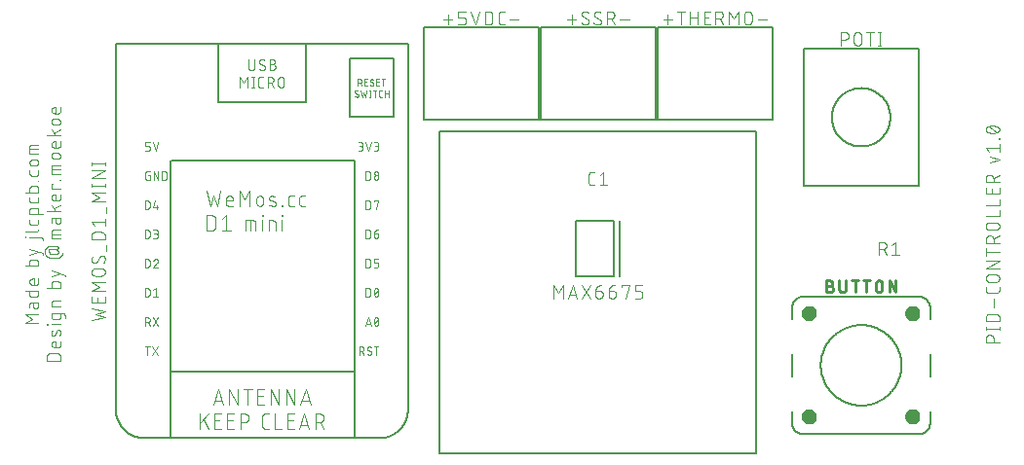
<source format=gbr>
G04 EAGLE Gerber RS-274X export*
G75*
%MOMM*%
%FSLAX34Y34*%
%LPD*%
%INSilkscreen Top*%
%IPPOS*%
%AMOC8*
5,1,8,0,0,1.08239X$1,22.5*%
G01*
%ADD10C,0.101600*%
%ADD11C,0.203200*%
%ADD12C,0.700000*%
%ADD13C,0.254000*%
%ADD14C,0.127000*%
%ADD15C,0.050800*%
%ADD16C,0.076200*%


D10*
X47117Y125392D02*
X35433Y125392D01*
X41924Y129286D01*
X35433Y133181D01*
X47117Y133181D01*
X42573Y140714D02*
X42573Y143635D01*
X42573Y140714D02*
X42575Y140620D01*
X42581Y140526D01*
X42590Y140433D01*
X42604Y140340D01*
X42621Y140248D01*
X42643Y140156D01*
X42667Y140066D01*
X42696Y139976D01*
X42728Y139888D01*
X42764Y139801D01*
X42804Y139716D01*
X42847Y139633D01*
X42893Y139551D01*
X42943Y139471D01*
X42996Y139394D01*
X43052Y139319D01*
X43111Y139246D01*
X43173Y139175D01*
X43238Y139107D01*
X43306Y139042D01*
X43377Y138980D01*
X43450Y138921D01*
X43525Y138865D01*
X43602Y138812D01*
X43682Y138762D01*
X43764Y138716D01*
X43847Y138673D01*
X43932Y138633D01*
X44019Y138597D01*
X44107Y138565D01*
X44197Y138536D01*
X44287Y138512D01*
X44379Y138490D01*
X44471Y138473D01*
X44564Y138459D01*
X44657Y138450D01*
X44751Y138444D01*
X44845Y138442D01*
X44939Y138444D01*
X45033Y138450D01*
X45126Y138459D01*
X45219Y138473D01*
X45311Y138490D01*
X45403Y138512D01*
X45493Y138536D01*
X45583Y138565D01*
X45671Y138597D01*
X45758Y138633D01*
X45843Y138673D01*
X45926Y138716D01*
X46008Y138762D01*
X46088Y138812D01*
X46165Y138865D01*
X46240Y138921D01*
X46313Y138980D01*
X46384Y139042D01*
X46452Y139107D01*
X46517Y139175D01*
X46579Y139246D01*
X46638Y139319D01*
X46694Y139394D01*
X46747Y139471D01*
X46797Y139551D01*
X46843Y139633D01*
X46886Y139716D01*
X46926Y139801D01*
X46962Y139888D01*
X46994Y139976D01*
X47023Y140066D01*
X47047Y140156D01*
X47069Y140248D01*
X47086Y140340D01*
X47100Y140433D01*
X47109Y140526D01*
X47115Y140620D01*
X47117Y140714D01*
X47117Y143635D01*
X41275Y143635D01*
X41275Y143634D02*
X41188Y143632D01*
X41100Y143626D01*
X41014Y143616D01*
X40927Y143603D01*
X40842Y143585D01*
X40757Y143564D01*
X40673Y143539D01*
X40591Y143510D01*
X40510Y143477D01*
X40430Y143441D01*
X40352Y143402D01*
X40276Y143358D01*
X40202Y143312D01*
X40131Y143262D01*
X40061Y143209D01*
X39994Y143153D01*
X39930Y143094D01*
X39868Y143032D01*
X39809Y142968D01*
X39753Y142901D01*
X39700Y142831D01*
X39650Y142760D01*
X39604Y142686D01*
X39560Y142610D01*
X39521Y142532D01*
X39485Y142452D01*
X39452Y142371D01*
X39423Y142289D01*
X39398Y142205D01*
X39377Y142120D01*
X39359Y142035D01*
X39346Y141948D01*
X39336Y141862D01*
X39330Y141774D01*
X39328Y141687D01*
X39328Y139091D01*
X35433Y153922D02*
X47117Y153922D01*
X47117Y150676D01*
X47115Y150589D01*
X47109Y150501D01*
X47099Y150415D01*
X47086Y150328D01*
X47068Y150243D01*
X47047Y150158D01*
X47022Y150074D01*
X46993Y149992D01*
X46960Y149911D01*
X46924Y149831D01*
X46885Y149753D01*
X46841Y149677D01*
X46795Y149603D01*
X46745Y149532D01*
X46692Y149462D01*
X46636Y149395D01*
X46577Y149331D01*
X46515Y149269D01*
X46451Y149210D01*
X46384Y149154D01*
X46314Y149101D01*
X46243Y149051D01*
X46169Y149005D01*
X46093Y148961D01*
X46015Y148922D01*
X45935Y148886D01*
X45854Y148853D01*
X45772Y148824D01*
X45688Y148799D01*
X45603Y148778D01*
X45518Y148760D01*
X45431Y148747D01*
X45345Y148737D01*
X45257Y148731D01*
X45170Y148729D01*
X41275Y148729D01*
X41188Y148731D01*
X41100Y148737D01*
X41014Y148747D01*
X40927Y148760D01*
X40842Y148778D01*
X40757Y148799D01*
X40673Y148824D01*
X40591Y148853D01*
X40510Y148886D01*
X40430Y148922D01*
X40352Y148961D01*
X40276Y149005D01*
X40202Y149051D01*
X40131Y149101D01*
X40061Y149154D01*
X39994Y149210D01*
X39930Y149269D01*
X39868Y149331D01*
X39809Y149395D01*
X39753Y149462D01*
X39700Y149532D01*
X39650Y149603D01*
X39604Y149677D01*
X39560Y149753D01*
X39521Y149831D01*
X39485Y149911D01*
X39452Y149992D01*
X39423Y150074D01*
X39398Y150158D01*
X39377Y150243D01*
X39359Y150328D01*
X39346Y150415D01*
X39336Y150501D01*
X39330Y150589D01*
X39328Y150676D01*
X39328Y153922D01*
X47117Y161022D02*
X47117Y164268D01*
X47117Y161022D02*
X47115Y160935D01*
X47109Y160847D01*
X47099Y160761D01*
X47086Y160674D01*
X47068Y160589D01*
X47047Y160504D01*
X47022Y160420D01*
X46993Y160338D01*
X46960Y160257D01*
X46924Y160177D01*
X46885Y160099D01*
X46841Y160023D01*
X46795Y159949D01*
X46745Y159878D01*
X46692Y159808D01*
X46636Y159741D01*
X46577Y159677D01*
X46515Y159615D01*
X46451Y159556D01*
X46384Y159500D01*
X46314Y159447D01*
X46243Y159397D01*
X46169Y159351D01*
X46093Y159307D01*
X46015Y159268D01*
X45935Y159232D01*
X45854Y159199D01*
X45772Y159170D01*
X45688Y159145D01*
X45603Y159124D01*
X45518Y159106D01*
X45431Y159093D01*
X45345Y159083D01*
X45257Y159077D01*
X45170Y159075D01*
X41924Y159075D01*
X41823Y159077D01*
X41723Y159083D01*
X41623Y159093D01*
X41523Y159106D01*
X41424Y159124D01*
X41325Y159145D01*
X41228Y159170D01*
X41131Y159199D01*
X41036Y159232D01*
X40942Y159268D01*
X40850Y159308D01*
X40759Y159351D01*
X40670Y159398D01*
X40583Y159448D01*
X40497Y159502D01*
X40414Y159559D01*
X40334Y159619D01*
X40255Y159682D01*
X40179Y159749D01*
X40106Y159818D01*
X40036Y159890D01*
X39968Y159964D01*
X39903Y160041D01*
X39842Y160121D01*
X39783Y160203D01*
X39728Y160287D01*
X39676Y160373D01*
X39627Y160461D01*
X39582Y160551D01*
X39540Y160643D01*
X39502Y160736D01*
X39468Y160831D01*
X39437Y160926D01*
X39410Y161023D01*
X39387Y161121D01*
X39367Y161220D01*
X39352Y161320D01*
X39340Y161420D01*
X39332Y161520D01*
X39328Y161621D01*
X39328Y161721D01*
X39332Y161822D01*
X39340Y161922D01*
X39352Y162022D01*
X39367Y162122D01*
X39387Y162221D01*
X39410Y162319D01*
X39437Y162416D01*
X39468Y162511D01*
X39502Y162606D01*
X39540Y162699D01*
X39582Y162791D01*
X39627Y162881D01*
X39676Y162969D01*
X39728Y163055D01*
X39783Y163139D01*
X39842Y163221D01*
X39903Y163301D01*
X39968Y163378D01*
X40036Y163452D01*
X40106Y163524D01*
X40179Y163593D01*
X40255Y163660D01*
X40334Y163723D01*
X40414Y163783D01*
X40497Y163840D01*
X40583Y163894D01*
X40670Y163944D01*
X40759Y163991D01*
X40850Y164034D01*
X40942Y164074D01*
X41036Y164110D01*
X41131Y164143D01*
X41228Y164172D01*
X41325Y164197D01*
X41424Y164218D01*
X41523Y164236D01*
X41623Y164249D01*
X41723Y164259D01*
X41823Y164265D01*
X41924Y164267D01*
X41924Y164268D02*
X43222Y164268D01*
X43222Y159075D01*
X47117Y175517D02*
X35433Y175517D01*
X47117Y175517D02*
X47117Y178762D01*
X47115Y178849D01*
X47109Y178937D01*
X47099Y179023D01*
X47086Y179110D01*
X47068Y179195D01*
X47047Y179280D01*
X47022Y179364D01*
X46993Y179446D01*
X46960Y179527D01*
X46924Y179607D01*
X46885Y179685D01*
X46841Y179761D01*
X46795Y179835D01*
X46745Y179906D01*
X46692Y179976D01*
X46636Y180043D01*
X46577Y180107D01*
X46515Y180169D01*
X46451Y180228D01*
X46384Y180284D01*
X46314Y180337D01*
X46243Y180387D01*
X46169Y180433D01*
X46093Y180477D01*
X46015Y180516D01*
X45935Y180552D01*
X45854Y180585D01*
X45772Y180614D01*
X45688Y180639D01*
X45603Y180660D01*
X45518Y180678D01*
X45431Y180691D01*
X45345Y180701D01*
X45257Y180707D01*
X45170Y180709D01*
X41275Y180709D01*
X41188Y180707D01*
X41100Y180701D01*
X41014Y180691D01*
X40927Y180678D01*
X40842Y180660D01*
X40757Y180639D01*
X40673Y180614D01*
X40591Y180585D01*
X40510Y180552D01*
X40430Y180516D01*
X40352Y180477D01*
X40276Y180433D01*
X40202Y180387D01*
X40131Y180337D01*
X40061Y180284D01*
X39994Y180228D01*
X39930Y180169D01*
X39868Y180107D01*
X39809Y180043D01*
X39753Y179976D01*
X39700Y179906D01*
X39650Y179835D01*
X39604Y179761D01*
X39560Y179685D01*
X39521Y179607D01*
X39485Y179527D01*
X39452Y179446D01*
X39423Y179364D01*
X39398Y179280D01*
X39377Y179195D01*
X39359Y179110D01*
X39346Y179023D01*
X39336Y178937D01*
X39330Y178849D01*
X39328Y178762D01*
X39328Y175517D01*
X51012Y184983D02*
X51012Y186281D01*
X39328Y190176D01*
X39328Y184983D02*
X47117Y187579D01*
X49064Y200336D02*
X39328Y200336D01*
X49064Y200335D02*
X49151Y200333D01*
X49239Y200327D01*
X49325Y200317D01*
X49412Y200304D01*
X49497Y200286D01*
X49582Y200265D01*
X49666Y200240D01*
X49748Y200211D01*
X49829Y200178D01*
X49909Y200142D01*
X49987Y200103D01*
X50063Y200059D01*
X50137Y200013D01*
X50208Y199963D01*
X50278Y199910D01*
X50345Y199854D01*
X50409Y199795D01*
X50471Y199733D01*
X50530Y199669D01*
X50586Y199602D01*
X50639Y199532D01*
X50689Y199461D01*
X50735Y199387D01*
X50779Y199311D01*
X50818Y199233D01*
X50854Y199153D01*
X50887Y199072D01*
X50916Y198990D01*
X50941Y198906D01*
X50962Y198821D01*
X50980Y198736D01*
X50993Y198649D01*
X51003Y198563D01*
X51009Y198475D01*
X51011Y198388D01*
X51012Y198388D02*
X51012Y197739D01*
X36082Y200011D02*
X35433Y200011D01*
X35433Y200660D01*
X36082Y200660D01*
X36082Y200011D01*
X35433Y205325D02*
X45170Y205325D01*
X45170Y205326D02*
X45257Y205328D01*
X45345Y205334D01*
X45431Y205344D01*
X45518Y205357D01*
X45603Y205375D01*
X45688Y205396D01*
X45772Y205421D01*
X45854Y205450D01*
X45935Y205483D01*
X46015Y205519D01*
X46093Y205558D01*
X46169Y205602D01*
X46243Y205648D01*
X46314Y205698D01*
X46384Y205751D01*
X46451Y205807D01*
X46515Y205866D01*
X46577Y205928D01*
X46636Y205992D01*
X46692Y206059D01*
X46745Y206129D01*
X46795Y206200D01*
X46841Y206274D01*
X46885Y206350D01*
X46924Y206428D01*
X46960Y206508D01*
X46993Y206589D01*
X47022Y206671D01*
X47047Y206755D01*
X47068Y206840D01*
X47086Y206925D01*
X47099Y207012D01*
X47109Y207098D01*
X47115Y207186D01*
X47117Y207273D01*
X47117Y213232D02*
X47117Y215829D01*
X47117Y213232D02*
X47115Y213145D01*
X47109Y213057D01*
X47099Y212971D01*
X47086Y212884D01*
X47068Y212799D01*
X47047Y212714D01*
X47022Y212630D01*
X46993Y212548D01*
X46960Y212467D01*
X46924Y212387D01*
X46885Y212309D01*
X46841Y212233D01*
X46795Y212159D01*
X46745Y212088D01*
X46692Y212018D01*
X46636Y211951D01*
X46577Y211887D01*
X46515Y211825D01*
X46451Y211766D01*
X46384Y211710D01*
X46314Y211657D01*
X46243Y211607D01*
X46169Y211561D01*
X46093Y211517D01*
X46015Y211478D01*
X45935Y211442D01*
X45854Y211409D01*
X45772Y211380D01*
X45688Y211355D01*
X45603Y211334D01*
X45518Y211316D01*
X45431Y211303D01*
X45345Y211293D01*
X45257Y211287D01*
X45170Y211285D01*
X41275Y211285D01*
X41188Y211287D01*
X41100Y211293D01*
X41014Y211303D01*
X40927Y211316D01*
X40842Y211334D01*
X40757Y211355D01*
X40673Y211380D01*
X40591Y211409D01*
X40510Y211442D01*
X40430Y211478D01*
X40352Y211517D01*
X40276Y211561D01*
X40202Y211607D01*
X40131Y211657D01*
X40061Y211710D01*
X39994Y211766D01*
X39930Y211825D01*
X39868Y211887D01*
X39809Y211951D01*
X39753Y212018D01*
X39700Y212088D01*
X39650Y212159D01*
X39604Y212233D01*
X39560Y212309D01*
X39521Y212387D01*
X39485Y212467D01*
X39452Y212548D01*
X39423Y212630D01*
X39398Y212714D01*
X39377Y212799D01*
X39359Y212884D01*
X39346Y212971D01*
X39336Y213057D01*
X39330Y213145D01*
X39328Y213232D01*
X39328Y215829D01*
X39328Y220474D02*
X51012Y220474D01*
X39328Y220474D02*
X39328Y223720D01*
X39330Y223807D01*
X39336Y223895D01*
X39346Y223981D01*
X39359Y224068D01*
X39377Y224153D01*
X39398Y224238D01*
X39423Y224322D01*
X39452Y224404D01*
X39485Y224485D01*
X39521Y224565D01*
X39560Y224643D01*
X39604Y224719D01*
X39650Y224793D01*
X39700Y224864D01*
X39753Y224934D01*
X39809Y225001D01*
X39868Y225065D01*
X39929Y225127D01*
X39994Y225186D01*
X40061Y225242D01*
X40131Y225295D01*
X40202Y225345D01*
X40276Y225391D01*
X40352Y225435D01*
X40430Y225474D01*
X40510Y225510D01*
X40591Y225543D01*
X40673Y225572D01*
X40757Y225597D01*
X40842Y225618D01*
X40927Y225636D01*
X41014Y225649D01*
X41100Y225659D01*
X41188Y225665D01*
X41275Y225667D01*
X45170Y225667D01*
X45257Y225665D01*
X45345Y225659D01*
X45431Y225649D01*
X45518Y225636D01*
X45603Y225618D01*
X45688Y225597D01*
X45772Y225572D01*
X45854Y225543D01*
X45935Y225510D01*
X46015Y225474D01*
X46093Y225435D01*
X46169Y225391D01*
X46243Y225345D01*
X46314Y225295D01*
X46384Y225242D01*
X46451Y225186D01*
X46515Y225127D01*
X46577Y225065D01*
X46636Y225001D01*
X46692Y224934D01*
X46745Y224864D01*
X46795Y224793D01*
X46841Y224719D01*
X46885Y224643D01*
X46924Y224565D01*
X46960Y224485D01*
X46993Y224404D01*
X47022Y224322D01*
X47047Y224238D01*
X47068Y224153D01*
X47086Y224068D01*
X47099Y223981D01*
X47109Y223895D01*
X47115Y223807D01*
X47117Y223720D01*
X47117Y220474D01*
X47117Y232282D02*
X47117Y234879D01*
X47117Y232282D02*
X47115Y232195D01*
X47109Y232107D01*
X47099Y232021D01*
X47086Y231934D01*
X47068Y231849D01*
X47047Y231764D01*
X47022Y231680D01*
X46993Y231598D01*
X46960Y231517D01*
X46924Y231437D01*
X46885Y231359D01*
X46841Y231283D01*
X46795Y231209D01*
X46745Y231138D01*
X46692Y231068D01*
X46636Y231001D01*
X46577Y230937D01*
X46515Y230875D01*
X46451Y230816D01*
X46384Y230760D01*
X46314Y230707D01*
X46243Y230657D01*
X46169Y230611D01*
X46093Y230567D01*
X46015Y230528D01*
X45935Y230492D01*
X45854Y230459D01*
X45772Y230430D01*
X45688Y230405D01*
X45603Y230384D01*
X45518Y230366D01*
X45431Y230353D01*
X45345Y230343D01*
X45257Y230337D01*
X45170Y230335D01*
X41275Y230335D01*
X41188Y230337D01*
X41100Y230343D01*
X41014Y230353D01*
X40927Y230366D01*
X40842Y230384D01*
X40757Y230405D01*
X40673Y230430D01*
X40591Y230459D01*
X40510Y230492D01*
X40430Y230528D01*
X40352Y230567D01*
X40276Y230611D01*
X40202Y230657D01*
X40131Y230707D01*
X40061Y230760D01*
X39994Y230816D01*
X39930Y230875D01*
X39868Y230937D01*
X39809Y231001D01*
X39753Y231068D01*
X39700Y231138D01*
X39650Y231209D01*
X39604Y231283D01*
X39560Y231359D01*
X39521Y231437D01*
X39485Y231517D01*
X39452Y231598D01*
X39423Y231680D01*
X39398Y231764D01*
X39377Y231849D01*
X39359Y231934D01*
X39346Y232021D01*
X39336Y232107D01*
X39330Y232195D01*
X39328Y232282D01*
X39328Y234879D01*
X35433Y239524D02*
X47117Y239524D01*
X47117Y242770D01*
X47115Y242857D01*
X47109Y242945D01*
X47099Y243031D01*
X47086Y243118D01*
X47068Y243203D01*
X47047Y243288D01*
X47022Y243372D01*
X46993Y243454D01*
X46960Y243535D01*
X46924Y243615D01*
X46885Y243693D01*
X46841Y243769D01*
X46795Y243843D01*
X46745Y243914D01*
X46692Y243984D01*
X46636Y244051D01*
X46577Y244115D01*
X46515Y244177D01*
X46451Y244236D01*
X46384Y244292D01*
X46314Y244345D01*
X46243Y244395D01*
X46169Y244441D01*
X46093Y244485D01*
X46015Y244524D01*
X45935Y244560D01*
X45854Y244593D01*
X45772Y244622D01*
X45688Y244647D01*
X45603Y244668D01*
X45518Y244686D01*
X45431Y244699D01*
X45345Y244709D01*
X45257Y244715D01*
X45170Y244717D01*
X41275Y244717D01*
X41188Y244715D01*
X41100Y244709D01*
X41014Y244699D01*
X40927Y244686D01*
X40842Y244668D01*
X40757Y244647D01*
X40673Y244622D01*
X40591Y244593D01*
X40510Y244560D01*
X40430Y244524D01*
X40352Y244485D01*
X40276Y244441D01*
X40202Y244395D01*
X40131Y244345D01*
X40061Y244292D01*
X39994Y244236D01*
X39930Y244177D01*
X39868Y244115D01*
X39809Y244051D01*
X39753Y243984D01*
X39700Y243914D01*
X39650Y243843D01*
X39604Y243769D01*
X39560Y243693D01*
X39521Y243615D01*
X39485Y243535D01*
X39452Y243454D01*
X39423Y243372D01*
X39398Y243288D01*
X39377Y243203D01*
X39359Y243118D01*
X39346Y243031D01*
X39336Y242945D01*
X39330Y242857D01*
X39328Y242770D01*
X39328Y239524D01*
X46468Y248976D02*
X47117Y248976D01*
X46468Y248976D02*
X46468Y249625D01*
X47117Y249625D01*
X47117Y248976D01*
X47117Y255904D02*
X47117Y258500D01*
X47117Y255904D02*
X47115Y255817D01*
X47109Y255729D01*
X47099Y255643D01*
X47086Y255556D01*
X47068Y255471D01*
X47047Y255386D01*
X47022Y255302D01*
X46993Y255220D01*
X46960Y255139D01*
X46924Y255059D01*
X46885Y254981D01*
X46841Y254905D01*
X46795Y254831D01*
X46745Y254760D01*
X46692Y254690D01*
X46636Y254623D01*
X46577Y254559D01*
X46515Y254497D01*
X46451Y254438D01*
X46384Y254382D01*
X46314Y254329D01*
X46243Y254279D01*
X46169Y254233D01*
X46093Y254189D01*
X46015Y254150D01*
X45935Y254114D01*
X45854Y254081D01*
X45772Y254052D01*
X45688Y254027D01*
X45603Y254006D01*
X45518Y253988D01*
X45431Y253975D01*
X45345Y253965D01*
X45257Y253959D01*
X45170Y253957D01*
X41275Y253957D01*
X41188Y253959D01*
X41100Y253965D01*
X41014Y253975D01*
X40927Y253988D01*
X40842Y254006D01*
X40757Y254027D01*
X40673Y254052D01*
X40591Y254081D01*
X40510Y254114D01*
X40430Y254150D01*
X40352Y254189D01*
X40276Y254233D01*
X40202Y254279D01*
X40131Y254329D01*
X40061Y254382D01*
X39994Y254438D01*
X39930Y254497D01*
X39868Y254559D01*
X39809Y254623D01*
X39753Y254690D01*
X39700Y254760D01*
X39650Y254831D01*
X39604Y254905D01*
X39560Y254981D01*
X39521Y255059D01*
X39485Y255139D01*
X39452Y255220D01*
X39423Y255302D01*
X39398Y255386D01*
X39377Y255471D01*
X39359Y255556D01*
X39346Y255643D01*
X39336Y255729D01*
X39330Y255817D01*
X39328Y255904D01*
X39328Y258500D01*
X41924Y262706D02*
X44521Y262706D01*
X41924Y262707D02*
X41823Y262709D01*
X41723Y262715D01*
X41623Y262725D01*
X41523Y262738D01*
X41424Y262756D01*
X41325Y262777D01*
X41228Y262802D01*
X41131Y262831D01*
X41036Y262864D01*
X40942Y262900D01*
X40850Y262940D01*
X40759Y262983D01*
X40670Y263030D01*
X40583Y263080D01*
X40497Y263134D01*
X40414Y263191D01*
X40334Y263251D01*
X40255Y263314D01*
X40179Y263381D01*
X40106Y263450D01*
X40036Y263522D01*
X39968Y263596D01*
X39903Y263673D01*
X39842Y263753D01*
X39783Y263835D01*
X39728Y263919D01*
X39676Y264005D01*
X39627Y264093D01*
X39582Y264183D01*
X39540Y264275D01*
X39502Y264368D01*
X39468Y264463D01*
X39437Y264558D01*
X39410Y264655D01*
X39387Y264753D01*
X39367Y264852D01*
X39352Y264952D01*
X39340Y265052D01*
X39332Y265152D01*
X39328Y265253D01*
X39328Y265353D01*
X39332Y265454D01*
X39340Y265554D01*
X39352Y265654D01*
X39367Y265754D01*
X39387Y265853D01*
X39410Y265951D01*
X39437Y266048D01*
X39468Y266143D01*
X39502Y266238D01*
X39540Y266331D01*
X39582Y266423D01*
X39627Y266513D01*
X39676Y266601D01*
X39728Y266687D01*
X39783Y266771D01*
X39842Y266853D01*
X39903Y266933D01*
X39968Y267010D01*
X40036Y267084D01*
X40106Y267156D01*
X40179Y267225D01*
X40255Y267292D01*
X40334Y267355D01*
X40414Y267415D01*
X40497Y267472D01*
X40583Y267526D01*
X40670Y267576D01*
X40759Y267623D01*
X40850Y267666D01*
X40942Y267706D01*
X41036Y267742D01*
X41131Y267775D01*
X41228Y267804D01*
X41325Y267829D01*
X41424Y267850D01*
X41523Y267868D01*
X41623Y267881D01*
X41723Y267891D01*
X41823Y267897D01*
X41924Y267899D01*
X44521Y267899D01*
X44622Y267897D01*
X44722Y267891D01*
X44822Y267881D01*
X44922Y267868D01*
X45021Y267850D01*
X45120Y267829D01*
X45217Y267804D01*
X45314Y267775D01*
X45409Y267742D01*
X45503Y267706D01*
X45595Y267666D01*
X45686Y267623D01*
X45775Y267576D01*
X45862Y267526D01*
X45948Y267472D01*
X46031Y267415D01*
X46111Y267355D01*
X46190Y267292D01*
X46266Y267225D01*
X46339Y267156D01*
X46409Y267084D01*
X46477Y267010D01*
X46542Y266933D01*
X46603Y266853D01*
X46662Y266771D01*
X46717Y266687D01*
X46769Y266601D01*
X46818Y266513D01*
X46863Y266423D01*
X46905Y266331D01*
X46943Y266238D01*
X46977Y266143D01*
X47008Y266048D01*
X47035Y265951D01*
X47058Y265853D01*
X47078Y265754D01*
X47093Y265654D01*
X47105Y265554D01*
X47113Y265454D01*
X47117Y265353D01*
X47117Y265253D01*
X47113Y265152D01*
X47105Y265052D01*
X47093Y264952D01*
X47078Y264852D01*
X47058Y264753D01*
X47035Y264655D01*
X47008Y264558D01*
X46977Y264463D01*
X46943Y264368D01*
X46905Y264275D01*
X46863Y264183D01*
X46818Y264093D01*
X46769Y264005D01*
X46717Y263919D01*
X46662Y263835D01*
X46603Y263753D01*
X46542Y263673D01*
X46477Y263596D01*
X46409Y263522D01*
X46339Y263450D01*
X46266Y263381D01*
X46190Y263314D01*
X46111Y263251D01*
X46031Y263191D01*
X45948Y263134D01*
X45862Y263080D01*
X45775Y263030D01*
X45686Y262983D01*
X45595Y262940D01*
X45503Y262900D01*
X45409Y262864D01*
X45314Y262831D01*
X45217Y262802D01*
X45120Y262777D01*
X45021Y262756D01*
X44922Y262738D01*
X44822Y262725D01*
X44722Y262715D01*
X44622Y262709D01*
X44521Y262707D01*
X47117Y273219D02*
X39328Y273219D01*
X39328Y279061D01*
X39330Y279148D01*
X39336Y279236D01*
X39346Y279322D01*
X39359Y279409D01*
X39377Y279494D01*
X39398Y279579D01*
X39423Y279663D01*
X39452Y279745D01*
X39485Y279826D01*
X39521Y279906D01*
X39560Y279984D01*
X39604Y280060D01*
X39650Y280134D01*
X39700Y280205D01*
X39753Y280275D01*
X39809Y280342D01*
X39868Y280406D01*
X39930Y280468D01*
X39994Y280527D01*
X40061Y280583D01*
X40131Y280636D01*
X40202Y280686D01*
X40276Y280732D01*
X40352Y280776D01*
X40430Y280815D01*
X40510Y280851D01*
X40591Y280884D01*
X40673Y280913D01*
X40757Y280938D01*
X40842Y280959D01*
X40927Y280977D01*
X41014Y280990D01*
X41100Y281000D01*
X41188Y281006D01*
X41275Y281008D01*
X41275Y281009D02*
X47117Y281009D01*
X47117Y277114D02*
X39328Y277114D01*
X54483Y93028D02*
X66167Y93028D01*
X54483Y93028D02*
X54483Y96273D01*
X54485Y96386D01*
X54491Y96499D01*
X54501Y96612D01*
X54515Y96725D01*
X54532Y96837D01*
X54554Y96948D01*
X54579Y97058D01*
X54609Y97168D01*
X54642Y97276D01*
X54679Y97383D01*
X54719Y97489D01*
X54764Y97593D01*
X54812Y97696D01*
X54863Y97797D01*
X54918Y97896D01*
X54976Y97993D01*
X55038Y98088D01*
X55103Y98181D01*
X55171Y98271D01*
X55242Y98359D01*
X55317Y98445D01*
X55394Y98528D01*
X55474Y98608D01*
X55557Y98685D01*
X55643Y98760D01*
X55731Y98831D01*
X55821Y98899D01*
X55914Y98964D01*
X56009Y99026D01*
X56106Y99084D01*
X56205Y99139D01*
X56306Y99190D01*
X56409Y99238D01*
X56513Y99283D01*
X56619Y99323D01*
X56726Y99360D01*
X56834Y99393D01*
X56944Y99423D01*
X57054Y99448D01*
X57165Y99470D01*
X57277Y99487D01*
X57390Y99501D01*
X57503Y99511D01*
X57616Y99517D01*
X57729Y99519D01*
X62921Y99519D01*
X63034Y99517D01*
X63147Y99511D01*
X63260Y99501D01*
X63373Y99487D01*
X63485Y99470D01*
X63596Y99448D01*
X63706Y99423D01*
X63816Y99393D01*
X63924Y99360D01*
X64031Y99323D01*
X64137Y99283D01*
X64241Y99238D01*
X64344Y99190D01*
X64445Y99139D01*
X64544Y99084D01*
X64641Y99026D01*
X64736Y98964D01*
X64829Y98899D01*
X64919Y98831D01*
X65007Y98760D01*
X65093Y98685D01*
X65176Y98608D01*
X65256Y98528D01*
X65333Y98445D01*
X65408Y98359D01*
X65479Y98271D01*
X65547Y98181D01*
X65612Y98088D01*
X65674Y97993D01*
X65732Y97896D01*
X65787Y97797D01*
X65838Y97696D01*
X65886Y97593D01*
X65931Y97489D01*
X65971Y97383D01*
X66008Y97276D01*
X66041Y97168D01*
X66071Y97058D01*
X66096Y96948D01*
X66118Y96837D01*
X66135Y96725D01*
X66149Y96612D01*
X66159Y96499D01*
X66165Y96386D01*
X66167Y96273D01*
X66167Y93028D01*
X66167Y106673D02*
X66167Y109919D01*
X66167Y106673D02*
X66165Y106586D01*
X66159Y106498D01*
X66149Y106412D01*
X66136Y106325D01*
X66118Y106240D01*
X66097Y106155D01*
X66072Y106071D01*
X66043Y105989D01*
X66010Y105908D01*
X65974Y105828D01*
X65935Y105750D01*
X65891Y105674D01*
X65845Y105600D01*
X65795Y105529D01*
X65742Y105459D01*
X65686Y105392D01*
X65627Y105328D01*
X65565Y105266D01*
X65501Y105207D01*
X65434Y105151D01*
X65364Y105098D01*
X65293Y105048D01*
X65219Y105002D01*
X65143Y104958D01*
X65065Y104919D01*
X64985Y104883D01*
X64904Y104850D01*
X64822Y104821D01*
X64738Y104796D01*
X64653Y104775D01*
X64568Y104757D01*
X64481Y104744D01*
X64395Y104734D01*
X64307Y104728D01*
X64220Y104726D01*
X60974Y104726D01*
X60873Y104728D01*
X60773Y104734D01*
X60673Y104744D01*
X60573Y104757D01*
X60474Y104775D01*
X60375Y104796D01*
X60278Y104821D01*
X60181Y104850D01*
X60086Y104883D01*
X59992Y104919D01*
X59900Y104959D01*
X59809Y105002D01*
X59720Y105049D01*
X59633Y105099D01*
X59547Y105153D01*
X59464Y105210D01*
X59384Y105270D01*
X59305Y105333D01*
X59229Y105400D01*
X59156Y105469D01*
X59086Y105541D01*
X59018Y105615D01*
X58953Y105692D01*
X58892Y105772D01*
X58833Y105854D01*
X58778Y105938D01*
X58726Y106024D01*
X58677Y106112D01*
X58632Y106202D01*
X58590Y106294D01*
X58552Y106387D01*
X58518Y106482D01*
X58487Y106577D01*
X58460Y106674D01*
X58437Y106772D01*
X58417Y106871D01*
X58402Y106971D01*
X58390Y107071D01*
X58382Y107171D01*
X58378Y107272D01*
X58378Y107372D01*
X58382Y107473D01*
X58390Y107573D01*
X58402Y107673D01*
X58417Y107773D01*
X58437Y107872D01*
X58460Y107970D01*
X58487Y108067D01*
X58518Y108162D01*
X58552Y108257D01*
X58590Y108350D01*
X58632Y108442D01*
X58677Y108532D01*
X58726Y108620D01*
X58778Y108706D01*
X58833Y108790D01*
X58892Y108872D01*
X58953Y108952D01*
X59018Y109029D01*
X59086Y109103D01*
X59156Y109175D01*
X59229Y109244D01*
X59305Y109311D01*
X59384Y109374D01*
X59464Y109434D01*
X59547Y109491D01*
X59633Y109545D01*
X59720Y109595D01*
X59809Y109642D01*
X59900Y109685D01*
X59992Y109725D01*
X60086Y109761D01*
X60181Y109794D01*
X60278Y109823D01*
X60375Y109848D01*
X60474Y109869D01*
X60573Y109887D01*
X60673Y109900D01*
X60773Y109910D01*
X60873Y109916D01*
X60974Y109918D01*
X60974Y109919D02*
X62272Y109919D01*
X62272Y104726D01*
X61623Y115605D02*
X62921Y118851D01*
X61624Y115605D02*
X61591Y115530D01*
X61555Y115456D01*
X61516Y115384D01*
X61473Y115314D01*
X61427Y115247D01*
X61377Y115181D01*
X61325Y115119D01*
X61269Y115058D01*
X61211Y115001D01*
X61150Y114946D01*
X61086Y114895D01*
X61020Y114847D01*
X60951Y114802D01*
X60881Y114760D01*
X60808Y114722D01*
X60734Y114687D01*
X60658Y114656D01*
X60581Y114629D01*
X60502Y114606D01*
X60423Y114586D01*
X60342Y114571D01*
X60261Y114559D01*
X60179Y114551D01*
X60098Y114547D01*
X60016Y114548D01*
X59934Y114552D01*
X59852Y114560D01*
X59771Y114572D01*
X59691Y114588D01*
X59611Y114608D01*
X59533Y114632D01*
X59456Y114660D01*
X59380Y114691D01*
X59306Y114726D01*
X59234Y114764D01*
X59163Y114806D01*
X59095Y114852D01*
X59029Y114900D01*
X58966Y114952D01*
X58905Y115007D01*
X58847Y115065D01*
X58791Y115125D01*
X58739Y115188D01*
X58690Y115254D01*
X58644Y115322D01*
X58602Y115392D01*
X58562Y115464D01*
X58527Y115538D01*
X58495Y115613D01*
X58467Y115690D01*
X58443Y115768D01*
X58422Y115848D01*
X58405Y115928D01*
X58393Y116009D01*
X58384Y116090D01*
X58379Y116172D01*
X58378Y116254D01*
X58382Y116431D01*
X58391Y116608D01*
X58405Y116785D01*
X58422Y116962D01*
X58444Y117137D01*
X58469Y117313D01*
X58500Y117487D01*
X58534Y117661D01*
X58572Y117834D01*
X58615Y118006D01*
X58662Y118177D01*
X58712Y118347D01*
X58767Y118516D01*
X58826Y118683D01*
X58889Y118849D01*
X58956Y119013D01*
X59027Y119175D01*
X62921Y118851D02*
X62954Y118926D01*
X62990Y119000D01*
X63029Y119072D01*
X63072Y119142D01*
X63118Y119209D01*
X63168Y119275D01*
X63220Y119337D01*
X63276Y119398D01*
X63334Y119455D01*
X63395Y119510D01*
X63459Y119561D01*
X63525Y119609D01*
X63594Y119654D01*
X63664Y119696D01*
X63737Y119734D01*
X63811Y119769D01*
X63887Y119800D01*
X63964Y119827D01*
X64043Y119850D01*
X64123Y119870D01*
X64203Y119885D01*
X64284Y119897D01*
X64366Y119905D01*
X64447Y119909D01*
X64529Y119908D01*
X64611Y119904D01*
X64693Y119896D01*
X64774Y119884D01*
X64854Y119868D01*
X64934Y119848D01*
X65012Y119824D01*
X65089Y119796D01*
X65165Y119765D01*
X65239Y119730D01*
X65311Y119692D01*
X65382Y119650D01*
X65450Y119604D01*
X65516Y119556D01*
X65579Y119504D01*
X65640Y119449D01*
X65698Y119391D01*
X65754Y119331D01*
X65806Y119268D01*
X65855Y119202D01*
X65901Y119134D01*
X65943Y119064D01*
X65983Y118992D01*
X66018Y118918D01*
X66050Y118843D01*
X66078Y118766D01*
X66102Y118688D01*
X66123Y118608D01*
X66140Y118528D01*
X66152Y118447D01*
X66161Y118366D01*
X66166Y118284D01*
X66167Y118202D01*
X66160Y117942D01*
X66147Y117682D01*
X66128Y117422D01*
X66103Y117163D01*
X66071Y116904D01*
X66034Y116647D01*
X65990Y116390D01*
X65941Y116134D01*
X65885Y115880D01*
X65824Y115627D01*
X65756Y115376D01*
X65682Y115126D01*
X65603Y114878D01*
X65518Y114632D01*
X66167Y124467D02*
X58378Y124467D01*
X55132Y124143D02*
X54483Y124143D01*
X54483Y124792D01*
X55132Y124792D01*
X55132Y124143D01*
X66167Y130998D02*
X66167Y134244D01*
X66167Y130998D02*
X66165Y130911D01*
X66159Y130823D01*
X66149Y130737D01*
X66136Y130650D01*
X66118Y130565D01*
X66097Y130480D01*
X66072Y130396D01*
X66043Y130314D01*
X66010Y130233D01*
X65974Y130153D01*
X65935Y130075D01*
X65891Y129999D01*
X65845Y129925D01*
X65795Y129854D01*
X65742Y129784D01*
X65686Y129717D01*
X65627Y129653D01*
X65565Y129591D01*
X65501Y129532D01*
X65434Y129476D01*
X65364Y129423D01*
X65293Y129373D01*
X65219Y129327D01*
X65143Y129283D01*
X65065Y129244D01*
X64985Y129208D01*
X64904Y129175D01*
X64822Y129146D01*
X64738Y129121D01*
X64653Y129100D01*
X64568Y129082D01*
X64481Y129069D01*
X64395Y129059D01*
X64307Y129053D01*
X64220Y129051D01*
X60325Y129051D01*
X60238Y129053D01*
X60150Y129059D01*
X60064Y129069D01*
X59977Y129082D01*
X59892Y129100D01*
X59807Y129121D01*
X59723Y129146D01*
X59641Y129175D01*
X59560Y129208D01*
X59480Y129244D01*
X59402Y129283D01*
X59326Y129327D01*
X59252Y129373D01*
X59181Y129423D01*
X59111Y129476D01*
X59044Y129532D01*
X58980Y129591D01*
X58918Y129653D01*
X58859Y129717D01*
X58803Y129784D01*
X58750Y129854D01*
X58700Y129925D01*
X58654Y129999D01*
X58610Y130075D01*
X58571Y130153D01*
X58535Y130233D01*
X58502Y130314D01*
X58473Y130396D01*
X58448Y130480D01*
X58427Y130565D01*
X58409Y130650D01*
X58396Y130737D01*
X58386Y130823D01*
X58380Y130911D01*
X58378Y130998D01*
X58378Y134244D01*
X68114Y134244D01*
X68114Y134243D02*
X68201Y134241D01*
X68289Y134235D01*
X68375Y134225D01*
X68462Y134212D01*
X68547Y134194D01*
X68632Y134173D01*
X68716Y134148D01*
X68798Y134119D01*
X68879Y134086D01*
X68959Y134050D01*
X69037Y134011D01*
X69113Y133967D01*
X69187Y133921D01*
X69258Y133871D01*
X69328Y133818D01*
X69395Y133762D01*
X69459Y133703D01*
X69521Y133641D01*
X69580Y133577D01*
X69636Y133510D01*
X69689Y133440D01*
X69739Y133369D01*
X69785Y133295D01*
X69829Y133219D01*
X69868Y133141D01*
X69904Y133061D01*
X69937Y132980D01*
X69966Y132898D01*
X69991Y132814D01*
X70012Y132729D01*
X70030Y132644D01*
X70043Y132557D01*
X70053Y132471D01*
X70059Y132383D01*
X70061Y132296D01*
X70062Y132296D02*
X70062Y129700D01*
X66167Y139778D02*
X58378Y139778D01*
X58378Y143023D01*
X58380Y143110D01*
X58386Y143198D01*
X58396Y143284D01*
X58409Y143371D01*
X58427Y143456D01*
X58448Y143541D01*
X58473Y143625D01*
X58502Y143707D01*
X58535Y143788D01*
X58571Y143868D01*
X58610Y143946D01*
X58654Y144022D01*
X58700Y144096D01*
X58750Y144167D01*
X58803Y144237D01*
X58859Y144304D01*
X58918Y144368D01*
X58979Y144430D01*
X59044Y144489D01*
X59111Y144545D01*
X59181Y144598D01*
X59252Y144648D01*
X59326Y144694D01*
X59402Y144738D01*
X59480Y144777D01*
X59560Y144813D01*
X59641Y144846D01*
X59723Y144875D01*
X59807Y144900D01*
X59892Y144921D01*
X59977Y144939D01*
X60064Y144952D01*
X60150Y144962D01*
X60238Y144968D01*
X60325Y144970D01*
X60325Y144971D02*
X66167Y144971D01*
X66167Y156601D02*
X54483Y156601D01*
X66167Y156601D02*
X66167Y159846D01*
X66165Y159933D01*
X66159Y160021D01*
X66149Y160107D01*
X66136Y160194D01*
X66118Y160279D01*
X66097Y160364D01*
X66072Y160448D01*
X66043Y160530D01*
X66010Y160611D01*
X65974Y160691D01*
X65935Y160769D01*
X65891Y160845D01*
X65845Y160919D01*
X65795Y160990D01*
X65742Y161060D01*
X65686Y161127D01*
X65627Y161191D01*
X65565Y161253D01*
X65501Y161312D01*
X65434Y161368D01*
X65364Y161421D01*
X65293Y161471D01*
X65219Y161517D01*
X65143Y161561D01*
X65065Y161600D01*
X64985Y161636D01*
X64904Y161669D01*
X64822Y161698D01*
X64738Y161723D01*
X64653Y161744D01*
X64568Y161762D01*
X64481Y161775D01*
X64395Y161785D01*
X64307Y161791D01*
X64220Y161793D01*
X60325Y161793D01*
X60238Y161791D01*
X60150Y161785D01*
X60064Y161775D01*
X59977Y161762D01*
X59892Y161744D01*
X59807Y161723D01*
X59723Y161698D01*
X59641Y161669D01*
X59560Y161636D01*
X59480Y161600D01*
X59402Y161561D01*
X59326Y161517D01*
X59252Y161471D01*
X59181Y161421D01*
X59111Y161368D01*
X59044Y161312D01*
X58980Y161253D01*
X58918Y161191D01*
X58859Y161127D01*
X58803Y161060D01*
X58750Y160990D01*
X58700Y160919D01*
X58654Y160845D01*
X58610Y160769D01*
X58571Y160691D01*
X58535Y160611D01*
X58502Y160530D01*
X58473Y160448D01*
X58448Y160364D01*
X58427Y160279D01*
X58409Y160194D01*
X58396Y160107D01*
X58386Y160021D01*
X58380Y159933D01*
X58378Y159846D01*
X58378Y156601D01*
X70062Y166067D02*
X70062Y167365D01*
X58378Y171259D01*
X58378Y166067D02*
X66167Y168663D01*
X56430Y187713D02*
X56430Y189660D01*
X56431Y187713D02*
X56433Y187626D01*
X56439Y187538D01*
X56449Y187452D01*
X56462Y187365D01*
X56480Y187280D01*
X56501Y187195D01*
X56526Y187111D01*
X56555Y187029D01*
X56588Y186948D01*
X56624Y186868D01*
X56663Y186790D01*
X56707Y186714D01*
X56753Y186640D01*
X56803Y186569D01*
X56856Y186499D01*
X56912Y186432D01*
X56971Y186368D01*
X57033Y186306D01*
X57097Y186247D01*
X57164Y186191D01*
X57234Y186138D01*
X57305Y186088D01*
X57379Y186042D01*
X57455Y185998D01*
X57533Y185959D01*
X57613Y185923D01*
X57694Y185890D01*
X57776Y185861D01*
X57860Y185836D01*
X57945Y185815D01*
X58030Y185797D01*
X58117Y185784D01*
X58203Y185774D01*
X58291Y185768D01*
X58378Y185766D01*
X62272Y185766D01*
X62359Y185768D01*
X62447Y185774D01*
X62533Y185784D01*
X62620Y185797D01*
X62705Y185815D01*
X62790Y185836D01*
X62874Y185861D01*
X62956Y185890D01*
X63037Y185923D01*
X63117Y185959D01*
X63195Y185998D01*
X63271Y186042D01*
X63345Y186088D01*
X63416Y186138D01*
X63486Y186191D01*
X63553Y186247D01*
X63617Y186306D01*
X63679Y186368D01*
X63738Y186432D01*
X63794Y186499D01*
X63847Y186569D01*
X63897Y186640D01*
X63943Y186714D01*
X63987Y186790D01*
X64026Y186868D01*
X64062Y186948D01*
X64095Y187029D01*
X64124Y187111D01*
X64149Y187195D01*
X64170Y187280D01*
X64188Y187365D01*
X64201Y187452D01*
X64211Y187538D01*
X64217Y187626D01*
X64219Y187713D01*
X64217Y187800D01*
X64211Y187888D01*
X64201Y187974D01*
X64188Y188061D01*
X64170Y188146D01*
X64149Y188231D01*
X64124Y188315D01*
X64095Y188397D01*
X64062Y188478D01*
X64026Y188558D01*
X63987Y188636D01*
X63943Y188712D01*
X63897Y188786D01*
X63847Y188857D01*
X63794Y188927D01*
X63738Y188994D01*
X63679Y189058D01*
X63617Y189120D01*
X63553Y189179D01*
X63486Y189235D01*
X63416Y189288D01*
X63345Y189338D01*
X63271Y189384D01*
X63195Y189428D01*
X63117Y189467D01*
X63037Y189503D01*
X62956Y189536D01*
X62874Y189565D01*
X62790Y189590D01*
X62705Y189611D01*
X62620Y189629D01*
X62533Y189642D01*
X62447Y189652D01*
X62359Y189658D01*
X62272Y189660D01*
X62597Y189660D02*
X56430Y189660D01*
X62597Y189660D02*
X62677Y189662D01*
X62756Y189668D01*
X62835Y189678D01*
X62914Y189691D01*
X62991Y189709D01*
X63068Y189730D01*
X63144Y189755D01*
X63218Y189784D01*
X63291Y189816D01*
X63362Y189852D01*
X63431Y189891D01*
X63499Y189934D01*
X63564Y189979D01*
X63627Y190028D01*
X63687Y190080D01*
X63745Y190135D01*
X63800Y190193D01*
X63852Y190253D01*
X63901Y190316D01*
X63946Y190381D01*
X63989Y190449D01*
X64028Y190518D01*
X64064Y190589D01*
X64096Y190662D01*
X64125Y190736D01*
X64150Y190812D01*
X64171Y190889D01*
X64189Y190966D01*
X64202Y191045D01*
X64212Y191124D01*
X64218Y191203D01*
X64220Y191283D01*
X64218Y191363D01*
X64212Y191442D01*
X64202Y191521D01*
X64189Y191600D01*
X64171Y191677D01*
X64150Y191754D01*
X64125Y191830D01*
X64096Y191904D01*
X64064Y191977D01*
X64028Y192048D01*
X63989Y192117D01*
X63946Y192185D01*
X63901Y192250D01*
X63852Y192313D01*
X63800Y192373D01*
X63745Y192431D01*
X63687Y192486D01*
X63627Y192538D01*
X63564Y192587D01*
X63499Y192632D01*
X63431Y192675D01*
X63362Y192714D01*
X63291Y192750D01*
X63218Y192782D01*
X63144Y192811D01*
X63068Y192836D01*
X62991Y192857D01*
X62914Y192875D01*
X62835Y192888D01*
X62756Y192898D01*
X62677Y192904D01*
X62597Y192906D01*
X57729Y192906D01*
X57586Y192904D01*
X57443Y192898D01*
X57300Y192888D01*
X57158Y192874D01*
X57016Y192857D01*
X56874Y192835D01*
X56733Y192810D01*
X56593Y192780D01*
X56454Y192747D01*
X56316Y192710D01*
X56179Y192669D01*
X56043Y192625D01*
X55908Y192576D01*
X55775Y192524D01*
X55643Y192469D01*
X55513Y192409D01*
X55384Y192346D01*
X55257Y192280D01*
X55133Y192210D01*
X55010Y192137D01*
X54889Y192060D01*
X54770Y191980D01*
X54654Y191897D01*
X54539Y191811D01*
X54428Y191722D01*
X54318Y191629D01*
X54212Y191534D01*
X54108Y191435D01*
X54007Y191334D01*
X53908Y191230D01*
X53813Y191124D01*
X53720Y191014D01*
X53631Y190903D01*
X53545Y190788D01*
X53462Y190672D01*
X53382Y190553D01*
X53305Y190432D01*
X53232Y190310D01*
X53162Y190185D01*
X53096Y190058D01*
X53033Y189929D01*
X52973Y189799D01*
X52918Y189667D01*
X52866Y189534D01*
X52817Y189399D01*
X52773Y189263D01*
X52732Y189126D01*
X52695Y188988D01*
X52662Y188849D01*
X52632Y188709D01*
X52607Y188568D01*
X52585Y188426D01*
X52568Y188284D01*
X52554Y188142D01*
X52544Y187999D01*
X52538Y187856D01*
X52536Y187713D01*
X52538Y187570D01*
X52544Y187427D01*
X52554Y187284D01*
X52568Y187142D01*
X52585Y187000D01*
X52607Y186858D01*
X52632Y186717D01*
X52662Y186577D01*
X52695Y186438D01*
X52732Y186300D01*
X52773Y186163D01*
X52817Y186027D01*
X52866Y185892D01*
X52918Y185759D01*
X52973Y185627D01*
X53033Y185497D01*
X53096Y185368D01*
X53162Y185241D01*
X53232Y185117D01*
X53305Y184994D01*
X53382Y184873D01*
X53462Y184754D01*
X53545Y184638D01*
X53631Y184523D01*
X53720Y184412D01*
X53813Y184302D01*
X53908Y184196D01*
X54007Y184092D01*
X54108Y183991D01*
X54212Y183892D01*
X54318Y183797D01*
X54428Y183704D01*
X54539Y183615D01*
X54654Y183529D01*
X54770Y183446D01*
X54889Y183366D01*
X55010Y183289D01*
X55132Y183216D01*
X55257Y183146D01*
X55384Y183080D01*
X55513Y183017D01*
X55643Y182957D01*
X55775Y182902D01*
X55908Y182850D01*
X56043Y182801D01*
X56179Y182757D01*
X56316Y182716D01*
X56454Y182679D01*
X56593Y182646D01*
X56733Y182616D01*
X56874Y182591D01*
X57016Y182569D01*
X57158Y182552D01*
X57300Y182538D01*
X57443Y182528D01*
X57586Y182522D01*
X57729Y182520D01*
X63246Y182520D01*
X63384Y182522D01*
X63522Y182528D01*
X63660Y182538D01*
X63798Y182551D01*
X63935Y182569D01*
X64072Y182590D01*
X64208Y182616D01*
X64343Y182645D01*
X64477Y182678D01*
X64610Y182715D01*
X64743Y182755D01*
X64874Y182799D01*
X65003Y182847D01*
X65132Y182899D01*
X65258Y182954D01*
X65384Y183013D01*
X65507Y183075D01*
X65629Y183141D01*
X65748Y183210D01*
X65866Y183283D01*
X65982Y183359D01*
X66095Y183438D01*
X66206Y183520D01*
X66315Y183606D01*
X66421Y183694D01*
X66525Y183786D01*
X66626Y183880D01*
X66724Y183977D01*
X66820Y184077D01*
X66913Y184180D01*
X67002Y184285D01*
X67089Y184393D01*
X67173Y184503D01*
X67253Y184615D01*
X67331Y184730D01*
X67405Y184847D01*
X67475Y184965D01*
X67543Y185086D01*
X67606Y185209D01*
X67667Y185333D01*
X67724Y185459D01*
X67777Y185587D01*
X67826Y185716D01*
X67872Y185847D01*
X67914Y185978D01*
X67953Y186111D01*
X67987Y186245D01*
X68018Y186380D01*
X68045Y186515D01*
X68068Y186652D01*
X68088Y186789D01*
X68103Y186926D01*
X68114Y187064D01*
X66167Y199058D02*
X58378Y199058D01*
X58378Y204900D01*
X58380Y204987D01*
X58386Y205075D01*
X58396Y205161D01*
X58409Y205248D01*
X58427Y205333D01*
X58448Y205418D01*
X58473Y205502D01*
X58502Y205584D01*
X58535Y205665D01*
X58571Y205745D01*
X58610Y205823D01*
X58654Y205899D01*
X58700Y205973D01*
X58750Y206044D01*
X58803Y206114D01*
X58859Y206181D01*
X58918Y206245D01*
X58980Y206307D01*
X59044Y206366D01*
X59111Y206422D01*
X59181Y206475D01*
X59252Y206525D01*
X59326Y206571D01*
X59402Y206615D01*
X59480Y206654D01*
X59560Y206690D01*
X59641Y206723D01*
X59723Y206752D01*
X59807Y206777D01*
X59892Y206798D01*
X59977Y206816D01*
X60064Y206829D01*
X60150Y206839D01*
X60238Y206845D01*
X60325Y206847D01*
X60325Y206848D02*
X66167Y206848D01*
X66167Y202953D02*
X58378Y202953D01*
X61623Y214381D02*
X61623Y217302D01*
X61623Y214381D02*
X61625Y214287D01*
X61631Y214193D01*
X61640Y214100D01*
X61654Y214007D01*
X61671Y213915D01*
X61693Y213823D01*
X61717Y213733D01*
X61746Y213643D01*
X61778Y213555D01*
X61814Y213468D01*
X61854Y213383D01*
X61897Y213300D01*
X61943Y213218D01*
X61993Y213138D01*
X62046Y213061D01*
X62102Y212986D01*
X62161Y212913D01*
X62223Y212842D01*
X62288Y212774D01*
X62356Y212709D01*
X62427Y212647D01*
X62500Y212588D01*
X62575Y212532D01*
X62652Y212479D01*
X62732Y212429D01*
X62814Y212383D01*
X62897Y212340D01*
X62982Y212300D01*
X63069Y212264D01*
X63157Y212232D01*
X63247Y212203D01*
X63337Y212179D01*
X63429Y212157D01*
X63521Y212140D01*
X63614Y212126D01*
X63707Y212117D01*
X63801Y212111D01*
X63895Y212109D01*
X63989Y212111D01*
X64083Y212117D01*
X64176Y212126D01*
X64269Y212140D01*
X64361Y212157D01*
X64453Y212179D01*
X64543Y212203D01*
X64633Y212232D01*
X64721Y212264D01*
X64808Y212300D01*
X64893Y212340D01*
X64976Y212383D01*
X65058Y212429D01*
X65138Y212479D01*
X65215Y212532D01*
X65290Y212588D01*
X65363Y212647D01*
X65434Y212709D01*
X65502Y212774D01*
X65567Y212842D01*
X65629Y212913D01*
X65688Y212986D01*
X65744Y213061D01*
X65797Y213138D01*
X65847Y213218D01*
X65893Y213300D01*
X65936Y213383D01*
X65976Y213468D01*
X66012Y213555D01*
X66044Y213643D01*
X66073Y213733D01*
X66097Y213823D01*
X66119Y213915D01*
X66136Y214007D01*
X66150Y214100D01*
X66159Y214193D01*
X66165Y214287D01*
X66167Y214381D01*
X66167Y217302D01*
X60325Y217302D01*
X60325Y217301D02*
X60238Y217299D01*
X60150Y217293D01*
X60064Y217283D01*
X59977Y217270D01*
X59892Y217252D01*
X59807Y217231D01*
X59723Y217206D01*
X59641Y217177D01*
X59560Y217144D01*
X59480Y217108D01*
X59402Y217069D01*
X59326Y217025D01*
X59252Y216979D01*
X59181Y216929D01*
X59111Y216876D01*
X59044Y216820D01*
X58980Y216761D01*
X58918Y216699D01*
X58859Y216635D01*
X58803Y216568D01*
X58750Y216498D01*
X58700Y216427D01*
X58654Y216353D01*
X58610Y216277D01*
X58571Y216199D01*
X58535Y216119D01*
X58502Y216038D01*
X58473Y215956D01*
X58448Y215872D01*
X58427Y215787D01*
X58409Y215702D01*
X58396Y215615D01*
X58386Y215529D01*
X58380Y215441D01*
X58378Y215354D01*
X58378Y212758D01*
X54483Y222971D02*
X66167Y222971D01*
X62272Y222971D02*
X58378Y228164D01*
X60650Y225243D02*
X66167Y228164D01*
X66167Y234308D02*
X66167Y237553D01*
X66167Y234308D02*
X66165Y234221D01*
X66159Y234133D01*
X66149Y234047D01*
X66136Y233960D01*
X66118Y233875D01*
X66097Y233790D01*
X66072Y233706D01*
X66043Y233624D01*
X66010Y233543D01*
X65974Y233463D01*
X65935Y233385D01*
X65891Y233309D01*
X65845Y233235D01*
X65795Y233164D01*
X65742Y233094D01*
X65686Y233027D01*
X65627Y232963D01*
X65565Y232901D01*
X65501Y232842D01*
X65434Y232786D01*
X65364Y232733D01*
X65293Y232683D01*
X65219Y232637D01*
X65143Y232593D01*
X65065Y232554D01*
X64985Y232518D01*
X64904Y232485D01*
X64822Y232456D01*
X64738Y232431D01*
X64653Y232410D01*
X64568Y232392D01*
X64481Y232379D01*
X64395Y232369D01*
X64307Y232363D01*
X64220Y232361D01*
X60974Y232361D01*
X60873Y232363D01*
X60773Y232369D01*
X60673Y232379D01*
X60573Y232392D01*
X60474Y232410D01*
X60375Y232431D01*
X60278Y232456D01*
X60181Y232485D01*
X60086Y232518D01*
X59992Y232554D01*
X59900Y232594D01*
X59809Y232637D01*
X59720Y232684D01*
X59633Y232734D01*
X59547Y232788D01*
X59464Y232845D01*
X59384Y232905D01*
X59305Y232968D01*
X59229Y233035D01*
X59156Y233104D01*
X59086Y233176D01*
X59018Y233250D01*
X58953Y233327D01*
X58892Y233407D01*
X58833Y233489D01*
X58778Y233573D01*
X58726Y233659D01*
X58677Y233747D01*
X58632Y233837D01*
X58590Y233929D01*
X58552Y234022D01*
X58518Y234117D01*
X58487Y234212D01*
X58460Y234309D01*
X58437Y234407D01*
X58417Y234506D01*
X58402Y234606D01*
X58390Y234706D01*
X58382Y234806D01*
X58378Y234907D01*
X58378Y235007D01*
X58382Y235108D01*
X58390Y235208D01*
X58402Y235308D01*
X58417Y235408D01*
X58437Y235507D01*
X58460Y235605D01*
X58487Y235702D01*
X58518Y235797D01*
X58552Y235892D01*
X58590Y235985D01*
X58632Y236077D01*
X58677Y236167D01*
X58726Y236255D01*
X58778Y236341D01*
X58833Y236425D01*
X58892Y236507D01*
X58953Y236587D01*
X59018Y236664D01*
X59086Y236738D01*
X59156Y236810D01*
X59229Y236879D01*
X59305Y236946D01*
X59384Y237009D01*
X59464Y237069D01*
X59547Y237126D01*
X59633Y237180D01*
X59720Y237230D01*
X59809Y237277D01*
X59900Y237320D01*
X59992Y237360D01*
X60086Y237396D01*
X60181Y237429D01*
X60278Y237458D01*
X60375Y237483D01*
X60474Y237504D01*
X60573Y237522D01*
X60673Y237535D01*
X60773Y237545D01*
X60873Y237551D01*
X60974Y237553D01*
X62272Y237553D01*
X62272Y232361D01*
X66167Y242714D02*
X58378Y242714D01*
X58378Y246609D01*
X59676Y246609D01*
X65518Y249872D02*
X66167Y249872D01*
X65518Y249872D02*
X65518Y250522D01*
X66167Y250522D01*
X66167Y249872D01*
X66167Y255446D02*
X58378Y255446D01*
X58378Y261288D01*
X58380Y261375D01*
X58386Y261463D01*
X58396Y261549D01*
X58409Y261636D01*
X58427Y261721D01*
X58448Y261806D01*
X58473Y261890D01*
X58502Y261972D01*
X58535Y262053D01*
X58571Y262133D01*
X58610Y262211D01*
X58654Y262287D01*
X58700Y262361D01*
X58750Y262432D01*
X58803Y262502D01*
X58859Y262569D01*
X58918Y262633D01*
X58980Y262695D01*
X59044Y262754D01*
X59111Y262810D01*
X59181Y262863D01*
X59252Y262913D01*
X59326Y262959D01*
X59402Y263003D01*
X59480Y263042D01*
X59560Y263078D01*
X59641Y263111D01*
X59723Y263140D01*
X59807Y263165D01*
X59892Y263186D01*
X59977Y263204D01*
X60064Y263217D01*
X60150Y263227D01*
X60238Y263233D01*
X60325Y263235D01*
X60325Y263236D02*
X66167Y263236D01*
X66167Y259341D02*
X58378Y259341D01*
X60974Y268556D02*
X63571Y268556D01*
X60974Y268556D02*
X60873Y268558D01*
X60773Y268564D01*
X60673Y268574D01*
X60573Y268587D01*
X60474Y268605D01*
X60375Y268626D01*
X60278Y268651D01*
X60181Y268680D01*
X60086Y268713D01*
X59992Y268749D01*
X59900Y268789D01*
X59809Y268832D01*
X59720Y268879D01*
X59633Y268929D01*
X59547Y268983D01*
X59464Y269040D01*
X59384Y269100D01*
X59305Y269163D01*
X59229Y269230D01*
X59156Y269299D01*
X59086Y269371D01*
X59018Y269445D01*
X58953Y269522D01*
X58892Y269602D01*
X58833Y269684D01*
X58778Y269768D01*
X58726Y269854D01*
X58677Y269942D01*
X58632Y270032D01*
X58590Y270124D01*
X58552Y270217D01*
X58518Y270312D01*
X58487Y270407D01*
X58460Y270504D01*
X58437Y270602D01*
X58417Y270701D01*
X58402Y270801D01*
X58390Y270901D01*
X58382Y271001D01*
X58378Y271102D01*
X58378Y271202D01*
X58382Y271303D01*
X58390Y271403D01*
X58402Y271503D01*
X58417Y271603D01*
X58437Y271702D01*
X58460Y271800D01*
X58487Y271897D01*
X58518Y271992D01*
X58552Y272087D01*
X58590Y272180D01*
X58632Y272272D01*
X58677Y272362D01*
X58726Y272450D01*
X58778Y272536D01*
X58833Y272620D01*
X58892Y272702D01*
X58953Y272782D01*
X59018Y272859D01*
X59086Y272933D01*
X59156Y273005D01*
X59229Y273074D01*
X59305Y273141D01*
X59384Y273204D01*
X59464Y273264D01*
X59547Y273321D01*
X59633Y273375D01*
X59720Y273425D01*
X59809Y273472D01*
X59900Y273515D01*
X59992Y273555D01*
X60086Y273591D01*
X60181Y273624D01*
X60278Y273653D01*
X60375Y273678D01*
X60474Y273699D01*
X60573Y273717D01*
X60673Y273730D01*
X60773Y273740D01*
X60873Y273746D01*
X60974Y273748D01*
X63571Y273748D01*
X63672Y273746D01*
X63772Y273740D01*
X63872Y273730D01*
X63972Y273717D01*
X64071Y273699D01*
X64170Y273678D01*
X64267Y273653D01*
X64364Y273624D01*
X64459Y273591D01*
X64553Y273555D01*
X64645Y273515D01*
X64736Y273472D01*
X64825Y273425D01*
X64912Y273375D01*
X64998Y273321D01*
X65081Y273264D01*
X65161Y273204D01*
X65240Y273141D01*
X65316Y273074D01*
X65389Y273005D01*
X65459Y272933D01*
X65527Y272859D01*
X65592Y272782D01*
X65653Y272702D01*
X65712Y272620D01*
X65767Y272536D01*
X65819Y272450D01*
X65868Y272362D01*
X65913Y272272D01*
X65955Y272180D01*
X65993Y272087D01*
X66027Y271992D01*
X66058Y271897D01*
X66085Y271800D01*
X66108Y271702D01*
X66128Y271603D01*
X66143Y271503D01*
X66155Y271403D01*
X66163Y271303D01*
X66167Y271202D01*
X66167Y271102D01*
X66163Y271001D01*
X66155Y270901D01*
X66143Y270801D01*
X66128Y270701D01*
X66108Y270602D01*
X66085Y270504D01*
X66058Y270407D01*
X66027Y270312D01*
X65993Y270217D01*
X65955Y270124D01*
X65913Y270032D01*
X65868Y269942D01*
X65819Y269854D01*
X65767Y269768D01*
X65712Y269684D01*
X65653Y269602D01*
X65592Y269522D01*
X65527Y269445D01*
X65459Y269371D01*
X65389Y269299D01*
X65316Y269230D01*
X65240Y269163D01*
X65161Y269100D01*
X65081Y269040D01*
X64998Y268983D01*
X64912Y268929D01*
X64825Y268879D01*
X64736Y268832D01*
X64645Y268789D01*
X64553Y268749D01*
X64459Y268713D01*
X64364Y268680D01*
X64267Y268651D01*
X64170Y268626D01*
X64071Y268605D01*
X63972Y268587D01*
X63872Y268574D01*
X63772Y268564D01*
X63672Y268558D01*
X63571Y268556D01*
X66167Y280409D02*
X66167Y283654D01*
X66167Y280409D02*
X66165Y280322D01*
X66159Y280234D01*
X66149Y280148D01*
X66136Y280061D01*
X66118Y279976D01*
X66097Y279891D01*
X66072Y279807D01*
X66043Y279725D01*
X66010Y279644D01*
X65974Y279564D01*
X65935Y279486D01*
X65891Y279410D01*
X65845Y279336D01*
X65795Y279265D01*
X65742Y279195D01*
X65686Y279128D01*
X65627Y279064D01*
X65565Y279002D01*
X65501Y278943D01*
X65434Y278887D01*
X65364Y278834D01*
X65293Y278784D01*
X65219Y278738D01*
X65143Y278694D01*
X65065Y278655D01*
X64985Y278619D01*
X64904Y278586D01*
X64822Y278557D01*
X64738Y278532D01*
X64653Y278511D01*
X64568Y278493D01*
X64481Y278480D01*
X64395Y278470D01*
X64307Y278464D01*
X64220Y278462D01*
X60974Y278462D01*
X60873Y278464D01*
X60773Y278470D01*
X60673Y278480D01*
X60573Y278493D01*
X60474Y278511D01*
X60375Y278532D01*
X60278Y278557D01*
X60181Y278586D01*
X60086Y278619D01*
X59992Y278655D01*
X59900Y278695D01*
X59809Y278738D01*
X59720Y278785D01*
X59633Y278835D01*
X59547Y278889D01*
X59464Y278946D01*
X59384Y279006D01*
X59305Y279069D01*
X59229Y279136D01*
X59156Y279205D01*
X59086Y279277D01*
X59018Y279351D01*
X58953Y279428D01*
X58892Y279508D01*
X58833Y279590D01*
X58778Y279674D01*
X58726Y279760D01*
X58677Y279848D01*
X58632Y279938D01*
X58590Y280030D01*
X58552Y280123D01*
X58518Y280218D01*
X58487Y280313D01*
X58460Y280410D01*
X58437Y280508D01*
X58417Y280607D01*
X58402Y280707D01*
X58390Y280807D01*
X58382Y280907D01*
X58378Y281008D01*
X58378Y281108D01*
X58382Y281209D01*
X58390Y281309D01*
X58402Y281409D01*
X58417Y281509D01*
X58437Y281608D01*
X58460Y281706D01*
X58487Y281803D01*
X58518Y281898D01*
X58552Y281993D01*
X58590Y282086D01*
X58632Y282178D01*
X58677Y282268D01*
X58726Y282356D01*
X58778Y282442D01*
X58833Y282526D01*
X58892Y282608D01*
X58953Y282688D01*
X59018Y282765D01*
X59086Y282839D01*
X59156Y282911D01*
X59229Y282980D01*
X59305Y283047D01*
X59384Y283110D01*
X59464Y283170D01*
X59547Y283227D01*
X59633Y283281D01*
X59720Y283331D01*
X59809Y283378D01*
X59900Y283421D01*
X59992Y283461D01*
X60086Y283497D01*
X60181Y283530D01*
X60278Y283559D01*
X60375Y283584D01*
X60474Y283605D01*
X60573Y283623D01*
X60673Y283636D01*
X60773Y283646D01*
X60873Y283652D01*
X60974Y283654D01*
X62272Y283654D01*
X62272Y278462D01*
X66167Y288884D02*
X54483Y288884D01*
X58378Y294077D02*
X62272Y288884D01*
X60650Y291156D02*
X66167Y294077D01*
X63571Y298274D02*
X60974Y298274D01*
X60873Y298276D01*
X60773Y298282D01*
X60673Y298292D01*
X60573Y298305D01*
X60474Y298323D01*
X60375Y298344D01*
X60278Y298369D01*
X60181Y298398D01*
X60086Y298431D01*
X59992Y298467D01*
X59900Y298507D01*
X59809Y298550D01*
X59720Y298597D01*
X59633Y298647D01*
X59547Y298701D01*
X59464Y298758D01*
X59384Y298818D01*
X59305Y298881D01*
X59229Y298948D01*
X59156Y299017D01*
X59086Y299089D01*
X59018Y299163D01*
X58953Y299240D01*
X58892Y299320D01*
X58833Y299402D01*
X58778Y299486D01*
X58726Y299572D01*
X58677Y299660D01*
X58632Y299750D01*
X58590Y299842D01*
X58552Y299935D01*
X58518Y300030D01*
X58487Y300125D01*
X58460Y300222D01*
X58437Y300320D01*
X58417Y300419D01*
X58402Y300519D01*
X58390Y300619D01*
X58382Y300719D01*
X58378Y300820D01*
X58378Y300920D01*
X58382Y301021D01*
X58390Y301121D01*
X58402Y301221D01*
X58417Y301321D01*
X58437Y301420D01*
X58460Y301518D01*
X58487Y301615D01*
X58518Y301710D01*
X58552Y301805D01*
X58590Y301898D01*
X58632Y301990D01*
X58677Y302080D01*
X58726Y302168D01*
X58778Y302254D01*
X58833Y302338D01*
X58892Y302420D01*
X58953Y302500D01*
X59018Y302577D01*
X59086Y302651D01*
X59156Y302723D01*
X59229Y302792D01*
X59305Y302859D01*
X59384Y302922D01*
X59464Y302982D01*
X59547Y303039D01*
X59633Y303093D01*
X59720Y303143D01*
X59809Y303190D01*
X59900Y303233D01*
X59992Y303273D01*
X60086Y303309D01*
X60181Y303342D01*
X60278Y303371D01*
X60375Y303396D01*
X60474Y303417D01*
X60573Y303435D01*
X60673Y303448D01*
X60773Y303458D01*
X60873Y303464D01*
X60974Y303466D01*
X63571Y303466D01*
X63672Y303464D01*
X63772Y303458D01*
X63872Y303448D01*
X63972Y303435D01*
X64071Y303417D01*
X64170Y303396D01*
X64267Y303371D01*
X64364Y303342D01*
X64459Y303309D01*
X64553Y303273D01*
X64645Y303233D01*
X64736Y303190D01*
X64825Y303143D01*
X64912Y303093D01*
X64998Y303039D01*
X65081Y302982D01*
X65161Y302922D01*
X65240Y302859D01*
X65316Y302792D01*
X65389Y302723D01*
X65459Y302651D01*
X65527Y302577D01*
X65592Y302500D01*
X65653Y302420D01*
X65712Y302338D01*
X65767Y302254D01*
X65819Y302168D01*
X65868Y302080D01*
X65913Y301990D01*
X65955Y301898D01*
X65993Y301805D01*
X66027Y301710D01*
X66058Y301615D01*
X66085Y301518D01*
X66108Y301420D01*
X66128Y301321D01*
X66143Y301221D01*
X66155Y301121D01*
X66163Y301021D01*
X66167Y300920D01*
X66167Y300820D01*
X66163Y300719D01*
X66155Y300619D01*
X66143Y300519D01*
X66128Y300419D01*
X66108Y300320D01*
X66085Y300222D01*
X66058Y300125D01*
X66027Y300030D01*
X65993Y299935D01*
X65955Y299842D01*
X65913Y299750D01*
X65868Y299660D01*
X65819Y299572D01*
X65767Y299486D01*
X65712Y299402D01*
X65653Y299320D01*
X65592Y299240D01*
X65527Y299163D01*
X65459Y299089D01*
X65389Y299017D01*
X65316Y298948D01*
X65240Y298881D01*
X65161Y298818D01*
X65081Y298758D01*
X64998Y298701D01*
X64912Y298647D01*
X64825Y298597D01*
X64736Y298550D01*
X64645Y298507D01*
X64553Y298467D01*
X64459Y298431D01*
X64364Y298398D01*
X64267Y298369D01*
X64170Y298344D01*
X64071Y298323D01*
X63972Y298305D01*
X63872Y298292D01*
X63772Y298282D01*
X63672Y298276D01*
X63571Y298274D01*
X66167Y310127D02*
X66167Y313372D01*
X66167Y310127D02*
X66165Y310040D01*
X66159Y309952D01*
X66149Y309866D01*
X66136Y309779D01*
X66118Y309694D01*
X66097Y309609D01*
X66072Y309525D01*
X66043Y309443D01*
X66010Y309362D01*
X65974Y309282D01*
X65935Y309204D01*
X65891Y309128D01*
X65845Y309054D01*
X65795Y308983D01*
X65742Y308913D01*
X65686Y308846D01*
X65627Y308782D01*
X65565Y308720D01*
X65501Y308661D01*
X65434Y308605D01*
X65364Y308552D01*
X65293Y308502D01*
X65219Y308456D01*
X65143Y308412D01*
X65065Y308373D01*
X64985Y308337D01*
X64904Y308304D01*
X64822Y308275D01*
X64738Y308250D01*
X64653Y308229D01*
X64568Y308211D01*
X64481Y308198D01*
X64395Y308188D01*
X64307Y308182D01*
X64220Y308180D01*
X60974Y308180D01*
X60873Y308182D01*
X60773Y308188D01*
X60673Y308198D01*
X60573Y308211D01*
X60474Y308229D01*
X60375Y308250D01*
X60278Y308275D01*
X60181Y308304D01*
X60086Y308337D01*
X59992Y308373D01*
X59900Y308413D01*
X59809Y308456D01*
X59720Y308503D01*
X59633Y308553D01*
X59547Y308607D01*
X59464Y308664D01*
X59384Y308724D01*
X59305Y308787D01*
X59229Y308854D01*
X59156Y308923D01*
X59086Y308995D01*
X59018Y309069D01*
X58953Y309146D01*
X58892Y309226D01*
X58833Y309308D01*
X58778Y309392D01*
X58726Y309478D01*
X58677Y309566D01*
X58632Y309656D01*
X58590Y309748D01*
X58552Y309841D01*
X58518Y309936D01*
X58487Y310031D01*
X58460Y310128D01*
X58437Y310226D01*
X58417Y310325D01*
X58402Y310425D01*
X58390Y310525D01*
X58382Y310625D01*
X58378Y310726D01*
X58378Y310826D01*
X58382Y310927D01*
X58390Y311027D01*
X58402Y311127D01*
X58417Y311227D01*
X58437Y311326D01*
X58460Y311424D01*
X58487Y311521D01*
X58518Y311616D01*
X58552Y311711D01*
X58590Y311804D01*
X58632Y311896D01*
X58677Y311986D01*
X58726Y312074D01*
X58778Y312160D01*
X58833Y312244D01*
X58892Y312326D01*
X58953Y312406D01*
X59018Y312483D01*
X59086Y312557D01*
X59156Y312629D01*
X59229Y312698D01*
X59305Y312765D01*
X59384Y312828D01*
X59464Y312888D01*
X59547Y312945D01*
X59633Y312999D01*
X59720Y313049D01*
X59809Y313096D01*
X59900Y313139D01*
X59992Y313179D01*
X60086Y313215D01*
X60181Y313248D01*
X60278Y313277D01*
X60375Y313302D01*
X60474Y313323D01*
X60573Y313341D01*
X60673Y313354D01*
X60773Y313364D01*
X60873Y313370D01*
X60974Y313372D01*
X62272Y313372D01*
X62272Y308180D01*
X870458Y108980D02*
X882142Y108980D01*
X870458Y108980D02*
X870458Y112226D01*
X870460Y112339D01*
X870466Y112452D01*
X870476Y112565D01*
X870490Y112678D01*
X870507Y112790D01*
X870529Y112901D01*
X870554Y113011D01*
X870584Y113121D01*
X870617Y113229D01*
X870654Y113336D01*
X870694Y113442D01*
X870739Y113546D01*
X870787Y113649D01*
X870838Y113750D01*
X870893Y113849D01*
X870951Y113946D01*
X871013Y114041D01*
X871078Y114134D01*
X871146Y114224D01*
X871217Y114312D01*
X871292Y114398D01*
X871369Y114481D01*
X871449Y114561D01*
X871532Y114638D01*
X871618Y114713D01*
X871706Y114784D01*
X871796Y114852D01*
X871889Y114917D01*
X871984Y114979D01*
X872081Y115037D01*
X872180Y115092D01*
X872281Y115143D01*
X872384Y115191D01*
X872488Y115236D01*
X872594Y115276D01*
X872701Y115313D01*
X872809Y115346D01*
X872919Y115376D01*
X873029Y115401D01*
X873140Y115423D01*
X873252Y115440D01*
X873365Y115454D01*
X873478Y115464D01*
X873591Y115470D01*
X873704Y115472D01*
X873817Y115470D01*
X873930Y115464D01*
X874043Y115454D01*
X874156Y115440D01*
X874268Y115423D01*
X874379Y115401D01*
X874489Y115376D01*
X874599Y115346D01*
X874707Y115313D01*
X874814Y115276D01*
X874920Y115236D01*
X875024Y115191D01*
X875127Y115143D01*
X875228Y115092D01*
X875327Y115037D01*
X875424Y114979D01*
X875519Y114917D01*
X875612Y114852D01*
X875702Y114784D01*
X875790Y114713D01*
X875876Y114638D01*
X875959Y114561D01*
X876039Y114481D01*
X876116Y114398D01*
X876191Y114312D01*
X876262Y114224D01*
X876330Y114134D01*
X876395Y114041D01*
X876457Y113946D01*
X876515Y113849D01*
X876570Y113750D01*
X876621Y113649D01*
X876669Y113546D01*
X876714Y113442D01*
X876754Y113336D01*
X876791Y113229D01*
X876824Y113121D01*
X876854Y113011D01*
X876879Y112901D01*
X876901Y112790D01*
X876918Y112678D01*
X876932Y112565D01*
X876942Y112452D01*
X876948Y112339D01*
X876950Y112226D01*
X876949Y112226D02*
X876949Y108980D01*
X882142Y120819D02*
X870458Y120819D01*
X882142Y119521D02*
X882142Y122118D01*
X870458Y122118D02*
X870458Y119521D01*
X870458Y127099D02*
X882142Y127099D01*
X870458Y127099D02*
X870458Y130344D01*
X870460Y130457D01*
X870466Y130570D01*
X870476Y130683D01*
X870490Y130796D01*
X870507Y130908D01*
X870529Y131019D01*
X870554Y131129D01*
X870584Y131239D01*
X870617Y131347D01*
X870654Y131454D01*
X870694Y131560D01*
X870739Y131664D01*
X870787Y131767D01*
X870838Y131868D01*
X870893Y131967D01*
X870951Y132064D01*
X871013Y132159D01*
X871078Y132252D01*
X871146Y132342D01*
X871217Y132430D01*
X871292Y132516D01*
X871369Y132599D01*
X871449Y132679D01*
X871532Y132756D01*
X871618Y132831D01*
X871706Y132902D01*
X871796Y132970D01*
X871889Y133035D01*
X871984Y133097D01*
X872081Y133155D01*
X872180Y133210D01*
X872281Y133261D01*
X872384Y133309D01*
X872488Y133354D01*
X872594Y133394D01*
X872701Y133431D01*
X872809Y133464D01*
X872919Y133494D01*
X873029Y133519D01*
X873140Y133541D01*
X873252Y133558D01*
X873365Y133572D01*
X873478Y133582D01*
X873591Y133588D01*
X873704Y133590D01*
X878896Y133590D01*
X879009Y133588D01*
X879122Y133582D01*
X879235Y133572D01*
X879348Y133558D01*
X879460Y133541D01*
X879571Y133519D01*
X879681Y133494D01*
X879791Y133464D01*
X879899Y133431D01*
X880006Y133394D01*
X880112Y133354D01*
X880216Y133309D01*
X880319Y133261D01*
X880420Y133210D01*
X880519Y133155D01*
X880616Y133097D01*
X880711Y133035D01*
X880804Y132970D01*
X880894Y132902D01*
X880982Y132831D01*
X881068Y132756D01*
X881151Y132679D01*
X881231Y132599D01*
X881308Y132516D01*
X881383Y132430D01*
X881454Y132342D01*
X881522Y132252D01*
X881587Y132159D01*
X881649Y132064D01*
X881707Y131967D01*
X881762Y131868D01*
X881813Y131767D01*
X881861Y131664D01*
X881906Y131560D01*
X881946Y131454D01*
X881983Y131347D01*
X882016Y131239D01*
X882046Y131129D01*
X882071Y131019D01*
X882093Y130908D01*
X882110Y130796D01*
X882124Y130683D01*
X882134Y130570D01*
X882140Y130457D01*
X882142Y130344D01*
X882142Y127099D01*
X877598Y139023D02*
X877598Y146812D01*
X882142Y154427D02*
X882142Y157024D01*
X882142Y154427D02*
X882140Y154328D01*
X882134Y154228D01*
X882125Y154129D01*
X882112Y154031D01*
X882095Y153933D01*
X882074Y153835D01*
X882049Y153739D01*
X882021Y153644D01*
X881989Y153550D01*
X881954Y153457D01*
X881915Y153365D01*
X881872Y153275D01*
X881827Y153187D01*
X881777Y153100D01*
X881725Y153016D01*
X881669Y152933D01*
X881611Y152853D01*
X881549Y152775D01*
X881484Y152700D01*
X881416Y152627D01*
X881346Y152557D01*
X881273Y152489D01*
X881198Y152424D01*
X881120Y152362D01*
X881040Y152304D01*
X880957Y152248D01*
X880873Y152196D01*
X880786Y152146D01*
X880698Y152101D01*
X880608Y152058D01*
X880516Y152019D01*
X880423Y151984D01*
X880329Y151952D01*
X880234Y151924D01*
X880138Y151899D01*
X880040Y151878D01*
X879942Y151861D01*
X879844Y151848D01*
X879745Y151839D01*
X879645Y151833D01*
X879546Y151831D01*
X873054Y151831D01*
X873054Y151830D02*
X872955Y151832D01*
X872855Y151838D01*
X872756Y151847D01*
X872658Y151860D01*
X872560Y151878D01*
X872462Y151898D01*
X872366Y151923D01*
X872270Y151951D01*
X872176Y151983D01*
X872083Y152018D01*
X871992Y152057D01*
X871902Y152100D01*
X871813Y152145D01*
X871727Y152195D01*
X871642Y152247D01*
X871560Y152303D01*
X871480Y152362D01*
X871402Y152423D01*
X871326Y152488D01*
X871253Y152556D01*
X871183Y152626D01*
X871115Y152699D01*
X871050Y152775D01*
X870989Y152853D01*
X870930Y152933D01*
X870874Y153015D01*
X870822Y153100D01*
X870773Y153186D01*
X870727Y153275D01*
X870684Y153365D01*
X870645Y153456D01*
X870610Y153549D01*
X870578Y153643D01*
X870550Y153739D01*
X870525Y153835D01*
X870505Y153933D01*
X870487Y154031D01*
X870474Y154129D01*
X870465Y154228D01*
X870459Y154327D01*
X870457Y154427D01*
X870458Y154427D02*
X870458Y157024D01*
X873704Y161389D02*
X878896Y161389D01*
X873704Y161388D02*
X873591Y161390D01*
X873478Y161396D01*
X873365Y161406D01*
X873252Y161420D01*
X873140Y161437D01*
X873029Y161459D01*
X872919Y161484D01*
X872809Y161514D01*
X872701Y161547D01*
X872594Y161584D01*
X872488Y161624D01*
X872384Y161669D01*
X872281Y161717D01*
X872180Y161768D01*
X872081Y161823D01*
X871984Y161881D01*
X871889Y161943D01*
X871796Y162008D01*
X871706Y162076D01*
X871618Y162147D01*
X871532Y162222D01*
X871449Y162299D01*
X871369Y162379D01*
X871292Y162462D01*
X871217Y162548D01*
X871146Y162636D01*
X871078Y162726D01*
X871013Y162819D01*
X870951Y162914D01*
X870893Y163011D01*
X870838Y163110D01*
X870787Y163211D01*
X870739Y163314D01*
X870694Y163418D01*
X870654Y163524D01*
X870617Y163631D01*
X870584Y163739D01*
X870554Y163849D01*
X870529Y163959D01*
X870507Y164070D01*
X870490Y164182D01*
X870476Y164295D01*
X870466Y164408D01*
X870460Y164521D01*
X870458Y164634D01*
X870460Y164747D01*
X870466Y164860D01*
X870476Y164973D01*
X870490Y165086D01*
X870507Y165198D01*
X870529Y165309D01*
X870554Y165419D01*
X870584Y165529D01*
X870617Y165637D01*
X870654Y165744D01*
X870694Y165850D01*
X870739Y165954D01*
X870787Y166057D01*
X870838Y166158D01*
X870893Y166257D01*
X870951Y166354D01*
X871013Y166449D01*
X871078Y166542D01*
X871146Y166632D01*
X871217Y166720D01*
X871292Y166806D01*
X871369Y166889D01*
X871449Y166969D01*
X871532Y167046D01*
X871618Y167121D01*
X871706Y167192D01*
X871796Y167260D01*
X871889Y167325D01*
X871984Y167387D01*
X872081Y167445D01*
X872180Y167500D01*
X872281Y167551D01*
X872384Y167599D01*
X872488Y167644D01*
X872594Y167684D01*
X872701Y167721D01*
X872809Y167754D01*
X872919Y167784D01*
X873029Y167809D01*
X873140Y167831D01*
X873252Y167848D01*
X873365Y167862D01*
X873478Y167872D01*
X873591Y167878D01*
X873704Y167880D01*
X878896Y167880D01*
X879009Y167878D01*
X879122Y167872D01*
X879235Y167862D01*
X879348Y167848D01*
X879460Y167831D01*
X879571Y167809D01*
X879681Y167784D01*
X879791Y167754D01*
X879899Y167721D01*
X880006Y167684D01*
X880112Y167644D01*
X880216Y167599D01*
X880319Y167551D01*
X880420Y167500D01*
X880519Y167445D01*
X880616Y167387D01*
X880711Y167325D01*
X880804Y167260D01*
X880894Y167192D01*
X880982Y167121D01*
X881068Y167046D01*
X881151Y166969D01*
X881231Y166889D01*
X881308Y166806D01*
X881383Y166720D01*
X881454Y166632D01*
X881522Y166542D01*
X881587Y166449D01*
X881649Y166354D01*
X881707Y166257D01*
X881762Y166158D01*
X881813Y166057D01*
X881861Y165954D01*
X881906Y165850D01*
X881946Y165744D01*
X881983Y165637D01*
X882016Y165529D01*
X882046Y165419D01*
X882071Y165309D01*
X882093Y165198D01*
X882110Y165086D01*
X882124Y164973D01*
X882134Y164860D01*
X882140Y164747D01*
X882142Y164634D01*
X882140Y164521D01*
X882134Y164408D01*
X882124Y164295D01*
X882110Y164182D01*
X882093Y164070D01*
X882071Y163959D01*
X882046Y163849D01*
X882016Y163739D01*
X881983Y163631D01*
X881946Y163524D01*
X881906Y163418D01*
X881861Y163314D01*
X881813Y163211D01*
X881762Y163110D01*
X881707Y163011D01*
X881649Y162914D01*
X881587Y162819D01*
X881522Y162726D01*
X881454Y162636D01*
X881383Y162548D01*
X881308Y162462D01*
X881231Y162379D01*
X881151Y162299D01*
X881068Y162222D01*
X880982Y162147D01*
X880894Y162076D01*
X880804Y162008D01*
X880711Y161943D01*
X880616Y161881D01*
X880519Y161823D01*
X880420Y161768D01*
X880319Y161717D01*
X880216Y161669D01*
X880112Y161624D01*
X880006Y161584D01*
X879899Y161547D01*
X879791Y161514D01*
X879681Y161484D01*
X879571Y161459D01*
X879460Y161437D01*
X879348Y161420D01*
X879235Y161406D01*
X879122Y161396D01*
X879009Y161390D01*
X878896Y161388D01*
X882142Y173200D02*
X870458Y173200D01*
X882142Y179691D01*
X870458Y179691D01*
X870458Y187494D02*
X882142Y187494D01*
X870458Y184249D02*
X870458Y190740D01*
X870458Y195371D02*
X882142Y195371D01*
X870458Y195371D02*
X870458Y198617D01*
X870460Y198730D01*
X870466Y198843D01*
X870476Y198956D01*
X870490Y199069D01*
X870507Y199181D01*
X870529Y199292D01*
X870554Y199402D01*
X870584Y199512D01*
X870617Y199620D01*
X870654Y199727D01*
X870694Y199833D01*
X870739Y199937D01*
X870787Y200040D01*
X870838Y200141D01*
X870893Y200240D01*
X870951Y200337D01*
X871013Y200432D01*
X871078Y200525D01*
X871146Y200615D01*
X871217Y200703D01*
X871292Y200789D01*
X871369Y200872D01*
X871449Y200952D01*
X871532Y201029D01*
X871618Y201104D01*
X871706Y201175D01*
X871796Y201243D01*
X871889Y201308D01*
X871984Y201370D01*
X872081Y201428D01*
X872180Y201483D01*
X872281Y201534D01*
X872384Y201582D01*
X872488Y201627D01*
X872594Y201667D01*
X872701Y201704D01*
X872809Y201737D01*
X872919Y201767D01*
X873029Y201792D01*
X873140Y201814D01*
X873252Y201831D01*
X873365Y201845D01*
X873478Y201855D01*
X873591Y201861D01*
X873704Y201863D01*
X873817Y201861D01*
X873930Y201855D01*
X874043Y201845D01*
X874156Y201831D01*
X874268Y201814D01*
X874379Y201792D01*
X874489Y201767D01*
X874599Y201737D01*
X874707Y201704D01*
X874814Y201667D01*
X874920Y201627D01*
X875024Y201582D01*
X875127Y201534D01*
X875228Y201483D01*
X875327Y201428D01*
X875424Y201370D01*
X875519Y201308D01*
X875612Y201243D01*
X875702Y201175D01*
X875790Y201104D01*
X875876Y201029D01*
X875959Y200952D01*
X876039Y200872D01*
X876116Y200789D01*
X876191Y200703D01*
X876262Y200615D01*
X876330Y200525D01*
X876395Y200432D01*
X876457Y200337D01*
X876515Y200240D01*
X876570Y200141D01*
X876621Y200040D01*
X876669Y199937D01*
X876714Y199833D01*
X876754Y199727D01*
X876791Y199620D01*
X876824Y199512D01*
X876854Y199402D01*
X876879Y199292D01*
X876901Y199181D01*
X876918Y199069D01*
X876932Y198956D01*
X876942Y198843D01*
X876948Y198730D01*
X876950Y198617D01*
X876949Y198617D02*
X876949Y195371D01*
X876949Y199266D02*
X882142Y201863D01*
X878896Y206728D02*
X873704Y206728D01*
X873704Y206727D02*
X873591Y206729D01*
X873478Y206735D01*
X873365Y206745D01*
X873252Y206759D01*
X873140Y206776D01*
X873029Y206798D01*
X872919Y206823D01*
X872809Y206853D01*
X872701Y206886D01*
X872594Y206923D01*
X872488Y206963D01*
X872384Y207008D01*
X872281Y207056D01*
X872180Y207107D01*
X872081Y207162D01*
X871984Y207220D01*
X871889Y207282D01*
X871796Y207347D01*
X871706Y207415D01*
X871618Y207486D01*
X871532Y207561D01*
X871449Y207638D01*
X871369Y207718D01*
X871292Y207801D01*
X871217Y207887D01*
X871146Y207975D01*
X871078Y208065D01*
X871013Y208158D01*
X870951Y208253D01*
X870893Y208350D01*
X870838Y208449D01*
X870787Y208550D01*
X870739Y208653D01*
X870694Y208757D01*
X870654Y208863D01*
X870617Y208970D01*
X870584Y209078D01*
X870554Y209188D01*
X870529Y209298D01*
X870507Y209409D01*
X870490Y209521D01*
X870476Y209634D01*
X870466Y209747D01*
X870460Y209860D01*
X870458Y209973D01*
X870460Y210086D01*
X870466Y210199D01*
X870476Y210312D01*
X870490Y210425D01*
X870507Y210537D01*
X870529Y210648D01*
X870554Y210758D01*
X870584Y210868D01*
X870617Y210976D01*
X870654Y211083D01*
X870694Y211189D01*
X870739Y211293D01*
X870787Y211396D01*
X870838Y211497D01*
X870893Y211596D01*
X870951Y211693D01*
X871013Y211788D01*
X871078Y211881D01*
X871146Y211971D01*
X871217Y212059D01*
X871292Y212145D01*
X871369Y212228D01*
X871449Y212308D01*
X871532Y212385D01*
X871618Y212460D01*
X871706Y212531D01*
X871796Y212599D01*
X871889Y212664D01*
X871984Y212726D01*
X872081Y212784D01*
X872180Y212839D01*
X872281Y212890D01*
X872384Y212938D01*
X872488Y212983D01*
X872594Y213023D01*
X872701Y213060D01*
X872809Y213093D01*
X872919Y213123D01*
X873029Y213148D01*
X873140Y213170D01*
X873252Y213187D01*
X873365Y213201D01*
X873478Y213211D01*
X873591Y213217D01*
X873704Y213219D01*
X878896Y213219D01*
X879009Y213217D01*
X879122Y213211D01*
X879235Y213201D01*
X879348Y213187D01*
X879460Y213170D01*
X879571Y213148D01*
X879681Y213123D01*
X879791Y213093D01*
X879899Y213060D01*
X880006Y213023D01*
X880112Y212983D01*
X880216Y212938D01*
X880319Y212890D01*
X880420Y212839D01*
X880519Y212784D01*
X880616Y212726D01*
X880711Y212664D01*
X880804Y212599D01*
X880894Y212531D01*
X880982Y212460D01*
X881068Y212385D01*
X881151Y212308D01*
X881231Y212228D01*
X881308Y212145D01*
X881383Y212059D01*
X881454Y211971D01*
X881522Y211881D01*
X881587Y211788D01*
X881649Y211693D01*
X881707Y211596D01*
X881762Y211497D01*
X881813Y211396D01*
X881861Y211293D01*
X881906Y211189D01*
X881946Y211083D01*
X881983Y210976D01*
X882016Y210868D01*
X882046Y210758D01*
X882071Y210648D01*
X882093Y210537D01*
X882110Y210425D01*
X882124Y210312D01*
X882134Y210199D01*
X882140Y210086D01*
X882142Y209973D01*
X882140Y209860D01*
X882134Y209747D01*
X882124Y209634D01*
X882110Y209521D01*
X882093Y209409D01*
X882071Y209298D01*
X882046Y209188D01*
X882016Y209078D01*
X881983Y208970D01*
X881946Y208863D01*
X881906Y208757D01*
X881861Y208653D01*
X881813Y208550D01*
X881762Y208449D01*
X881707Y208350D01*
X881649Y208253D01*
X881587Y208158D01*
X881522Y208065D01*
X881454Y207975D01*
X881383Y207887D01*
X881308Y207801D01*
X881231Y207718D01*
X881151Y207638D01*
X881068Y207561D01*
X880982Y207486D01*
X880894Y207415D01*
X880804Y207347D01*
X880711Y207282D01*
X880616Y207220D01*
X880519Y207162D01*
X880420Y207107D01*
X880319Y207056D01*
X880216Y207008D01*
X880112Y206963D01*
X880006Y206923D01*
X879899Y206886D01*
X879791Y206853D01*
X879681Y206823D01*
X879571Y206798D01*
X879460Y206776D01*
X879348Y206759D01*
X879235Y206745D01*
X879122Y206735D01*
X879009Y206729D01*
X878896Y206727D01*
X882142Y218561D02*
X870458Y218561D01*
X882142Y218561D02*
X882142Y223754D01*
X882142Y228467D02*
X870458Y228467D01*
X882142Y228467D02*
X882142Y233660D01*
X882142Y238373D02*
X882142Y243566D01*
X882142Y238373D02*
X870458Y238373D01*
X870458Y243566D01*
X875651Y242268D02*
X875651Y238373D01*
X870458Y248330D02*
X882142Y248330D01*
X870458Y248330D02*
X870458Y251576D01*
X870460Y251689D01*
X870466Y251802D01*
X870476Y251915D01*
X870490Y252028D01*
X870507Y252140D01*
X870529Y252251D01*
X870554Y252361D01*
X870584Y252471D01*
X870617Y252579D01*
X870654Y252686D01*
X870694Y252792D01*
X870739Y252896D01*
X870787Y252999D01*
X870838Y253100D01*
X870893Y253199D01*
X870951Y253296D01*
X871013Y253391D01*
X871078Y253484D01*
X871146Y253574D01*
X871217Y253662D01*
X871292Y253748D01*
X871369Y253831D01*
X871449Y253911D01*
X871532Y253988D01*
X871618Y254063D01*
X871706Y254134D01*
X871796Y254202D01*
X871889Y254267D01*
X871984Y254329D01*
X872081Y254387D01*
X872180Y254442D01*
X872281Y254493D01*
X872384Y254541D01*
X872488Y254586D01*
X872594Y254626D01*
X872701Y254663D01*
X872809Y254696D01*
X872919Y254726D01*
X873029Y254751D01*
X873140Y254773D01*
X873252Y254790D01*
X873365Y254804D01*
X873478Y254814D01*
X873591Y254820D01*
X873704Y254822D01*
X873817Y254820D01*
X873930Y254814D01*
X874043Y254804D01*
X874156Y254790D01*
X874268Y254773D01*
X874379Y254751D01*
X874489Y254726D01*
X874599Y254696D01*
X874707Y254663D01*
X874814Y254626D01*
X874920Y254586D01*
X875024Y254541D01*
X875127Y254493D01*
X875228Y254442D01*
X875327Y254387D01*
X875424Y254329D01*
X875519Y254267D01*
X875612Y254202D01*
X875702Y254134D01*
X875790Y254063D01*
X875876Y253988D01*
X875959Y253911D01*
X876039Y253831D01*
X876116Y253748D01*
X876191Y253662D01*
X876262Y253574D01*
X876330Y253484D01*
X876395Y253391D01*
X876457Y253296D01*
X876515Y253199D01*
X876570Y253100D01*
X876621Y252999D01*
X876669Y252896D01*
X876714Y252792D01*
X876754Y252686D01*
X876791Y252579D01*
X876824Y252471D01*
X876854Y252361D01*
X876879Y252251D01*
X876901Y252140D01*
X876918Y252028D01*
X876932Y251915D01*
X876942Y251802D01*
X876948Y251689D01*
X876950Y251576D01*
X876949Y251576D02*
X876949Y248330D01*
X876949Y252225D02*
X882142Y254821D01*
X874353Y265289D02*
X882142Y267885D01*
X874353Y270482D01*
X873054Y274927D02*
X870458Y278172D01*
X882142Y278172D01*
X882142Y274927D02*
X882142Y281418D01*
X882142Y285849D02*
X881493Y285849D01*
X881493Y286498D01*
X882142Y286498D01*
X882142Y285849D01*
X876300Y290928D02*
X876070Y290931D01*
X875840Y290939D01*
X875611Y290953D01*
X875382Y290972D01*
X875153Y290997D01*
X874925Y291027D01*
X874698Y291062D01*
X874472Y291103D01*
X874247Y291149D01*
X874023Y291201D01*
X873800Y291258D01*
X873579Y291320D01*
X873359Y291388D01*
X873141Y291461D01*
X872925Y291539D01*
X872711Y291622D01*
X872499Y291710D01*
X872288Y291803D01*
X872081Y291902D01*
X871991Y291935D01*
X871902Y291971D01*
X871814Y292011D01*
X871729Y292055D01*
X871645Y292102D01*
X871563Y292152D01*
X871483Y292206D01*
X871406Y292262D01*
X871330Y292322D01*
X871257Y292385D01*
X871187Y292450D01*
X871119Y292519D01*
X871055Y292590D01*
X870993Y292663D01*
X870934Y292739D01*
X870878Y292817D01*
X870825Y292898D01*
X870776Y292980D01*
X870730Y293064D01*
X870687Y293151D01*
X870648Y293238D01*
X870612Y293328D01*
X870580Y293418D01*
X870552Y293510D01*
X870527Y293603D01*
X870506Y293697D01*
X870489Y293791D01*
X870475Y293886D01*
X870466Y293982D01*
X870460Y294078D01*
X870458Y294174D01*
X870460Y294270D01*
X870466Y294366D01*
X870475Y294462D01*
X870489Y294557D01*
X870506Y294651D01*
X870527Y294745D01*
X870552Y294838D01*
X870580Y294930D01*
X870612Y295020D01*
X870648Y295110D01*
X870687Y295198D01*
X870730Y295284D01*
X870776Y295368D01*
X870825Y295450D01*
X870878Y295531D01*
X870934Y295609D01*
X870993Y295685D01*
X871055Y295758D01*
X871119Y295829D01*
X871187Y295898D01*
X871257Y295963D01*
X871330Y296026D01*
X871406Y296086D01*
X871483Y296142D01*
X871563Y296196D01*
X871645Y296246D01*
X871729Y296293D01*
X871814Y296337D01*
X871902Y296377D01*
X871991Y296413D01*
X872081Y296446D01*
X872288Y296545D01*
X872499Y296638D01*
X872711Y296726D01*
X872925Y296809D01*
X873141Y296887D01*
X873359Y296960D01*
X873579Y297028D01*
X873800Y297090D01*
X874023Y297147D01*
X874247Y297199D01*
X874472Y297245D01*
X874698Y297286D01*
X874925Y297321D01*
X875153Y297351D01*
X875382Y297376D01*
X875611Y297395D01*
X875840Y297409D01*
X876070Y297417D01*
X876300Y297420D01*
X876300Y290928D02*
X876530Y290931D01*
X876760Y290939D01*
X876989Y290953D01*
X877218Y290972D01*
X877447Y290997D01*
X877675Y291027D01*
X877902Y291062D01*
X878128Y291103D01*
X878353Y291149D01*
X878577Y291201D01*
X878800Y291258D01*
X879021Y291320D01*
X879241Y291388D01*
X879459Y291461D01*
X879675Y291539D01*
X879889Y291622D01*
X880101Y291710D01*
X880312Y291803D01*
X880519Y291902D01*
X880609Y291935D01*
X880698Y291971D01*
X880786Y292012D01*
X880871Y292055D01*
X880955Y292102D01*
X881037Y292152D01*
X881117Y292206D01*
X881194Y292262D01*
X881270Y292322D01*
X881343Y292385D01*
X881413Y292450D01*
X881481Y292519D01*
X881545Y292590D01*
X881607Y292663D01*
X881666Y292739D01*
X881722Y292817D01*
X881775Y292898D01*
X881824Y292980D01*
X881870Y293064D01*
X881913Y293151D01*
X881952Y293238D01*
X881988Y293328D01*
X882020Y293418D01*
X882048Y293510D01*
X882073Y293603D01*
X882094Y293697D01*
X882111Y293791D01*
X882125Y293886D01*
X882134Y293982D01*
X882140Y294078D01*
X882142Y294174D01*
X880519Y296446D02*
X880312Y296545D01*
X880101Y296638D01*
X879889Y296726D01*
X879675Y296809D01*
X879459Y296887D01*
X879241Y296960D01*
X879021Y297028D01*
X878800Y297090D01*
X878577Y297147D01*
X878353Y297199D01*
X878128Y297245D01*
X877902Y297286D01*
X877675Y297321D01*
X877447Y297351D01*
X877218Y297376D01*
X876989Y297395D01*
X876760Y297409D01*
X876530Y297417D01*
X876300Y297420D01*
X880519Y296446D02*
X880609Y296413D01*
X880698Y296377D01*
X880786Y296337D01*
X880871Y296293D01*
X880955Y296246D01*
X881037Y296196D01*
X881117Y296142D01*
X881194Y296086D01*
X881270Y296026D01*
X881343Y295963D01*
X881413Y295898D01*
X881481Y295829D01*
X881545Y295758D01*
X881607Y295685D01*
X881666Y295609D01*
X881722Y295531D01*
X881775Y295450D01*
X881824Y295368D01*
X881870Y295284D01*
X881913Y295197D01*
X881952Y295110D01*
X881988Y295020D01*
X882020Y294930D01*
X882048Y294838D01*
X882073Y294745D01*
X882094Y294651D01*
X882111Y294557D01*
X882125Y294462D01*
X882134Y294366D01*
X882140Y294270D01*
X882142Y294174D01*
X879546Y291578D02*
X873054Y296771D01*
D11*
X822000Y48900D02*
X822000Y38900D01*
X812000Y28900D02*
X712000Y28900D01*
X702000Y38900D02*
X702000Y48900D01*
X702000Y78900D02*
X702000Y98900D01*
X702000Y128900D02*
X702000Y138900D01*
X712000Y148900D02*
X812000Y148900D01*
X822000Y138900D02*
X822000Y128900D01*
X822000Y98900D02*
X822000Y78900D01*
X822000Y38900D02*
X821997Y38658D01*
X821988Y38417D01*
X821974Y38176D01*
X821953Y37935D01*
X821927Y37695D01*
X821895Y37455D01*
X821857Y37216D01*
X821814Y36979D01*
X821764Y36742D01*
X821709Y36507D01*
X821649Y36273D01*
X821582Y36041D01*
X821511Y35810D01*
X821433Y35581D01*
X821350Y35354D01*
X821262Y35129D01*
X821168Y34906D01*
X821069Y34686D01*
X820964Y34468D01*
X820855Y34253D01*
X820740Y34040D01*
X820620Y33830D01*
X820495Y33624D01*
X820365Y33420D01*
X820230Y33219D01*
X820090Y33022D01*
X819946Y32828D01*
X819797Y32638D01*
X819643Y32452D01*
X819485Y32269D01*
X819323Y32090D01*
X819156Y31915D01*
X818985Y31744D01*
X818810Y31577D01*
X818631Y31415D01*
X818448Y31257D01*
X818262Y31103D01*
X818072Y30954D01*
X817878Y30810D01*
X817681Y30670D01*
X817480Y30535D01*
X817276Y30405D01*
X817070Y30280D01*
X816860Y30160D01*
X816647Y30045D01*
X816432Y29936D01*
X816214Y29831D01*
X815994Y29732D01*
X815771Y29638D01*
X815546Y29550D01*
X815319Y29467D01*
X815090Y29389D01*
X814859Y29318D01*
X814627Y29251D01*
X814393Y29191D01*
X814158Y29136D01*
X813921Y29086D01*
X813684Y29043D01*
X813445Y29005D01*
X813205Y28973D01*
X812965Y28947D01*
X812724Y28926D01*
X812483Y28912D01*
X812242Y28903D01*
X812000Y28900D01*
X712000Y28900D02*
X711758Y28903D01*
X711517Y28912D01*
X711276Y28926D01*
X711035Y28947D01*
X710795Y28973D01*
X710555Y29005D01*
X710316Y29043D01*
X710079Y29086D01*
X709842Y29136D01*
X709607Y29191D01*
X709373Y29251D01*
X709141Y29318D01*
X708910Y29389D01*
X708681Y29467D01*
X708454Y29550D01*
X708229Y29638D01*
X708006Y29732D01*
X707786Y29831D01*
X707568Y29936D01*
X707353Y30045D01*
X707140Y30160D01*
X706930Y30280D01*
X706724Y30405D01*
X706520Y30535D01*
X706319Y30670D01*
X706122Y30810D01*
X705928Y30954D01*
X705738Y31103D01*
X705552Y31257D01*
X705369Y31415D01*
X705190Y31577D01*
X705015Y31744D01*
X704844Y31915D01*
X704677Y32090D01*
X704515Y32269D01*
X704357Y32452D01*
X704203Y32638D01*
X704054Y32828D01*
X703910Y33022D01*
X703770Y33219D01*
X703635Y33420D01*
X703505Y33624D01*
X703380Y33830D01*
X703260Y34040D01*
X703145Y34253D01*
X703036Y34468D01*
X702931Y34686D01*
X702832Y34906D01*
X702738Y35129D01*
X702650Y35354D01*
X702567Y35581D01*
X702489Y35810D01*
X702418Y36041D01*
X702351Y36273D01*
X702291Y36507D01*
X702236Y36742D01*
X702186Y36979D01*
X702143Y37216D01*
X702105Y37455D01*
X702073Y37695D01*
X702047Y37935D01*
X702026Y38176D01*
X702012Y38417D01*
X702003Y38658D01*
X702000Y38900D01*
X702000Y138900D02*
X702003Y139142D01*
X702012Y139383D01*
X702026Y139624D01*
X702047Y139865D01*
X702073Y140105D01*
X702105Y140345D01*
X702143Y140584D01*
X702186Y140821D01*
X702236Y141058D01*
X702291Y141293D01*
X702351Y141527D01*
X702418Y141759D01*
X702489Y141990D01*
X702567Y142219D01*
X702650Y142446D01*
X702738Y142671D01*
X702832Y142894D01*
X702931Y143114D01*
X703036Y143332D01*
X703145Y143547D01*
X703260Y143760D01*
X703380Y143970D01*
X703505Y144176D01*
X703635Y144380D01*
X703770Y144581D01*
X703910Y144778D01*
X704054Y144972D01*
X704203Y145162D01*
X704357Y145348D01*
X704515Y145531D01*
X704677Y145710D01*
X704844Y145885D01*
X705015Y146056D01*
X705190Y146223D01*
X705369Y146385D01*
X705552Y146543D01*
X705738Y146697D01*
X705928Y146846D01*
X706122Y146990D01*
X706319Y147130D01*
X706520Y147265D01*
X706724Y147395D01*
X706930Y147520D01*
X707140Y147640D01*
X707353Y147755D01*
X707568Y147864D01*
X707786Y147969D01*
X708006Y148068D01*
X708229Y148162D01*
X708454Y148250D01*
X708681Y148333D01*
X708910Y148411D01*
X709141Y148482D01*
X709373Y148549D01*
X709607Y148609D01*
X709842Y148664D01*
X710079Y148714D01*
X710316Y148757D01*
X710555Y148795D01*
X710795Y148827D01*
X711035Y148853D01*
X711276Y148874D01*
X711517Y148888D01*
X711758Y148897D01*
X712000Y148900D01*
X812000Y148900D02*
X812242Y148897D01*
X812483Y148888D01*
X812724Y148874D01*
X812965Y148853D01*
X813205Y148827D01*
X813445Y148795D01*
X813684Y148757D01*
X813921Y148714D01*
X814158Y148664D01*
X814393Y148609D01*
X814627Y148549D01*
X814859Y148482D01*
X815090Y148411D01*
X815319Y148333D01*
X815546Y148250D01*
X815771Y148162D01*
X815994Y148068D01*
X816214Y147969D01*
X816432Y147864D01*
X816647Y147755D01*
X816860Y147640D01*
X817070Y147520D01*
X817276Y147395D01*
X817480Y147265D01*
X817681Y147130D01*
X817878Y146990D01*
X818072Y146846D01*
X818262Y146697D01*
X818448Y146543D01*
X818631Y146385D01*
X818810Y146223D01*
X818985Y146056D01*
X819156Y145885D01*
X819323Y145710D01*
X819485Y145531D01*
X819643Y145348D01*
X819797Y145162D01*
X819946Y144972D01*
X820090Y144778D01*
X820230Y144581D01*
X820365Y144380D01*
X820495Y144176D01*
X820620Y143970D01*
X820740Y143760D01*
X820855Y143547D01*
X820964Y143332D01*
X821069Y143114D01*
X821168Y142894D01*
X821262Y142671D01*
X821350Y142446D01*
X821433Y142219D01*
X821511Y141990D01*
X821582Y141759D01*
X821649Y141527D01*
X821709Y141293D01*
X821764Y141058D01*
X821814Y140821D01*
X821857Y140584D01*
X821895Y140345D01*
X821927Y140105D01*
X821953Y139865D01*
X821974Y139624D01*
X821988Y139383D01*
X821997Y139142D01*
X822000Y138900D01*
X727000Y88900D02*
X727011Y89759D01*
X727042Y90617D01*
X727095Y91475D01*
X727169Y92331D01*
X727263Y93184D01*
X727379Y94036D01*
X727515Y94884D01*
X727673Y95728D01*
X727850Y96569D01*
X728049Y97404D01*
X728268Y98235D01*
X728507Y99060D01*
X728767Y99879D01*
X729046Y100691D01*
X729345Y101496D01*
X729664Y102294D01*
X730003Y103083D01*
X730360Y103864D01*
X730737Y104636D01*
X731133Y105399D01*
X731547Y106151D01*
X731979Y106894D01*
X732430Y107625D01*
X732899Y108345D01*
X733385Y109053D01*
X733888Y109749D01*
X734408Y110433D01*
X734945Y111104D01*
X735498Y111761D01*
X736067Y112405D01*
X736651Y113034D01*
X737251Y113649D01*
X737866Y114249D01*
X738495Y114833D01*
X739139Y115402D01*
X739796Y115955D01*
X740467Y116492D01*
X741151Y117012D01*
X741847Y117515D01*
X742555Y118001D01*
X743275Y118470D01*
X744006Y118921D01*
X744749Y119353D01*
X745501Y119767D01*
X746264Y120163D01*
X747036Y120540D01*
X747817Y120897D01*
X748606Y121236D01*
X749404Y121555D01*
X750209Y121854D01*
X751021Y122133D01*
X751840Y122393D01*
X752665Y122632D01*
X753496Y122851D01*
X754331Y123050D01*
X755172Y123227D01*
X756016Y123385D01*
X756864Y123521D01*
X757716Y123637D01*
X758569Y123731D01*
X759425Y123805D01*
X760283Y123858D01*
X761141Y123889D01*
X762000Y123900D01*
X762859Y123889D01*
X763717Y123858D01*
X764575Y123805D01*
X765431Y123731D01*
X766284Y123637D01*
X767136Y123521D01*
X767984Y123385D01*
X768828Y123227D01*
X769669Y123050D01*
X770504Y122851D01*
X771335Y122632D01*
X772160Y122393D01*
X772979Y122133D01*
X773791Y121854D01*
X774596Y121555D01*
X775394Y121236D01*
X776183Y120897D01*
X776964Y120540D01*
X777736Y120163D01*
X778499Y119767D01*
X779251Y119353D01*
X779994Y118921D01*
X780725Y118470D01*
X781445Y118001D01*
X782153Y117515D01*
X782849Y117012D01*
X783533Y116492D01*
X784204Y115955D01*
X784861Y115402D01*
X785505Y114833D01*
X786134Y114249D01*
X786749Y113649D01*
X787349Y113034D01*
X787933Y112405D01*
X788502Y111761D01*
X789055Y111104D01*
X789592Y110433D01*
X790112Y109749D01*
X790615Y109053D01*
X791101Y108345D01*
X791570Y107625D01*
X792021Y106894D01*
X792453Y106151D01*
X792867Y105399D01*
X793263Y104636D01*
X793640Y103864D01*
X793997Y103083D01*
X794336Y102294D01*
X794655Y101496D01*
X794954Y100691D01*
X795233Y99879D01*
X795493Y99060D01*
X795732Y98235D01*
X795951Y97404D01*
X796150Y96569D01*
X796327Y95728D01*
X796485Y94884D01*
X796621Y94036D01*
X796737Y93184D01*
X796831Y92331D01*
X796905Y91475D01*
X796958Y90617D01*
X796989Y89759D01*
X797000Y88900D01*
X796989Y88041D01*
X796958Y87183D01*
X796905Y86325D01*
X796831Y85469D01*
X796737Y84616D01*
X796621Y83764D01*
X796485Y82916D01*
X796327Y82072D01*
X796150Y81231D01*
X795951Y80396D01*
X795732Y79565D01*
X795493Y78740D01*
X795233Y77921D01*
X794954Y77109D01*
X794655Y76304D01*
X794336Y75506D01*
X793997Y74717D01*
X793640Y73936D01*
X793263Y73164D01*
X792867Y72401D01*
X792453Y71649D01*
X792021Y70906D01*
X791570Y70175D01*
X791101Y69455D01*
X790615Y68747D01*
X790112Y68051D01*
X789592Y67367D01*
X789055Y66696D01*
X788502Y66039D01*
X787933Y65395D01*
X787349Y64766D01*
X786749Y64151D01*
X786134Y63551D01*
X785505Y62967D01*
X784861Y62398D01*
X784204Y61845D01*
X783533Y61308D01*
X782849Y60788D01*
X782153Y60285D01*
X781445Y59799D01*
X780725Y59330D01*
X779994Y58879D01*
X779251Y58447D01*
X778499Y58033D01*
X777736Y57637D01*
X776964Y57260D01*
X776183Y56903D01*
X775394Y56564D01*
X774596Y56245D01*
X773791Y55946D01*
X772979Y55667D01*
X772160Y55407D01*
X771335Y55168D01*
X770504Y54949D01*
X769669Y54750D01*
X768828Y54573D01*
X767984Y54415D01*
X767136Y54279D01*
X766284Y54163D01*
X765431Y54069D01*
X764575Y53995D01*
X763717Y53942D01*
X762859Y53911D01*
X762000Y53900D01*
X761141Y53911D01*
X760283Y53942D01*
X759425Y53995D01*
X758569Y54069D01*
X757716Y54163D01*
X756864Y54279D01*
X756016Y54415D01*
X755172Y54573D01*
X754331Y54750D01*
X753496Y54949D01*
X752665Y55168D01*
X751840Y55407D01*
X751021Y55667D01*
X750209Y55946D01*
X749404Y56245D01*
X748606Y56564D01*
X747817Y56903D01*
X747036Y57260D01*
X746264Y57637D01*
X745501Y58033D01*
X744749Y58447D01*
X744006Y58879D01*
X743275Y59330D01*
X742555Y59799D01*
X741847Y60285D01*
X741151Y60788D01*
X740467Y61308D01*
X739796Y61845D01*
X739139Y62398D01*
X738495Y62967D01*
X737866Y63551D01*
X737251Y64151D01*
X736651Y64766D01*
X736067Y65395D01*
X735498Y66039D01*
X734945Y66696D01*
X734408Y67367D01*
X733888Y68051D01*
X733385Y68747D01*
X732899Y69455D01*
X732430Y70175D01*
X731979Y70906D01*
X731547Y71649D01*
X731133Y72401D01*
X730737Y73164D01*
X730360Y73936D01*
X730003Y74717D01*
X729664Y75506D01*
X729345Y76304D01*
X729046Y77109D01*
X728767Y77921D01*
X728507Y78740D01*
X728268Y79565D01*
X728049Y80396D01*
X727850Y81231D01*
X727673Y82072D01*
X727515Y82916D01*
X727379Y83764D01*
X727263Y84616D01*
X727169Y85469D01*
X727095Y86325D01*
X727042Y87183D01*
X727011Y88041D01*
X727000Y88900D01*
D12*
X804000Y43900D02*
X804002Y44009D01*
X804008Y44118D01*
X804018Y44226D01*
X804032Y44334D01*
X804049Y44442D01*
X804071Y44549D01*
X804096Y44655D01*
X804126Y44759D01*
X804159Y44863D01*
X804196Y44966D01*
X804236Y45067D01*
X804280Y45166D01*
X804328Y45264D01*
X804380Y45361D01*
X804434Y45455D01*
X804492Y45547D01*
X804554Y45637D01*
X804619Y45724D01*
X804686Y45810D01*
X804757Y45893D01*
X804831Y45973D01*
X804908Y46050D01*
X804987Y46125D01*
X805069Y46196D01*
X805154Y46265D01*
X805241Y46330D01*
X805330Y46393D01*
X805422Y46451D01*
X805516Y46507D01*
X805611Y46559D01*
X805709Y46608D01*
X805808Y46653D01*
X805909Y46695D01*
X806011Y46732D01*
X806114Y46766D01*
X806219Y46797D01*
X806325Y46823D01*
X806431Y46846D01*
X806539Y46864D01*
X806647Y46879D01*
X806755Y46890D01*
X806864Y46897D01*
X806973Y46900D01*
X807082Y46899D01*
X807191Y46894D01*
X807299Y46885D01*
X807407Y46872D01*
X807515Y46855D01*
X807622Y46835D01*
X807728Y46810D01*
X807833Y46782D01*
X807937Y46750D01*
X808040Y46714D01*
X808142Y46674D01*
X808242Y46631D01*
X808340Y46584D01*
X808437Y46534D01*
X808531Y46480D01*
X808624Y46422D01*
X808715Y46362D01*
X808803Y46298D01*
X808889Y46231D01*
X808972Y46161D01*
X809053Y46088D01*
X809131Y46012D01*
X809206Y45933D01*
X809279Y45851D01*
X809348Y45767D01*
X809414Y45681D01*
X809477Y45592D01*
X809537Y45501D01*
X809594Y45408D01*
X809647Y45313D01*
X809696Y45216D01*
X809742Y45117D01*
X809784Y45017D01*
X809823Y44915D01*
X809858Y44811D01*
X809889Y44707D01*
X809917Y44602D01*
X809940Y44495D01*
X809960Y44388D01*
X809976Y44280D01*
X809988Y44172D01*
X809996Y44063D01*
X810000Y43954D01*
X810000Y43846D01*
X809996Y43737D01*
X809988Y43628D01*
X809976Y43520D01*
X809960Y43412D01*
X809940Y43305D01*
X809917Y43198D01*
X809889Y43093D01*
X809858Y42989D01*
X809823Y42885D01*
X809784Y42783D01*
X809742Y42683D01*
X809696Y42584D01*
X809647Y42487D01*
X809594Y42392D01*
X809537Y42299D01*
X809477Y42208D01*
X809414Y42119D01*
X809348Y42033D01*
X809279Y41949D01*
X809206Y41867D01*
X809131Y41788D01*
X809053Y41712D01*
X808972Y41639D01*
X808889Y41569D01*
X808803Y41502D01*
X808715Y41438D01*
X808624Y41378D01*
X808531Y41320D01*
X808437Y41266D01*
X808340Y41216D01*
X808242Y41169D01*
X808142Y41126D01*
X808040Y41086D01*
X807937Y41050D01*
X807833Y41018D01*
X807728Y40990D01*
X807622Y40965D01*
X807515Y40945D01*
X807407Y40928D01*
X807299Y40915D01*
X807191Y40906D01*
X807082Y40901D01*
X806973Y40900D01*
X806864Y40903D01*
X806755Y40910D01*
X806647Y40921D01*
X806539Y40936D01*
X806431Y40954D01*
X806325Y40977D01*
X806219Y41003D01*
X806114Y41034D01*
X806011Y41068D01*
X805909Y41105D01*
X805808Y41147D01*
X805709Y41192D01*
X805611Y41241D01*
X805516Y41293D01*
X805422Y41349D01*
X805330Y41407D01*
X805241Y41470D01*
X805154Y41535D01*
X805069Y41604D01*
X804987Y41675D01*
X804908Y41750D01*
X804831Y41827D01*
X804757Y41907D01*
X804686Y41990D01*
X804619Y42076D01*
X804554Y42163D01*
X804492Y42253D01*
X804434Y42345D01*
X804380Y42439D01*
X804328Y42536D01*
X804280Y42634D01*
X804236Y42733D01*
X804196Y42834D01*
X804159Y42937D01*
X804126Y43041D01*
X804096Y43145D01*
X804071Y43251D01*
X804049Y43358D01*
X804032Y43466D01*
X804018Y43574D01*
X804008Y43682D01*
X804002Y43791D01*
X804000Y43900D01*
X714000Y43900D02*
X714002Y44009D01*
X714008Y44118D01*
X714018Y44226D01*
X714032Y44334D01*
X714049Y44442D01*
X714071Y44549D01*
X714096Y44655D01*
X714126Y44759D01*
X714159Y44863D01*
X714196Y44966D01*
X714236Y45067D01*
X714280Y45166D01*
X714328Y45264D01*
X714380Y45361D01*
X714434Y45455D01*
X714492Y45547D01*
X714554Y45637D01*
X714619Y45724D01*
X714686Y45810D01*
X714757Y45893D01*
X714831Y45973D01*
X714908Y46050D01*
X714987Y46125D01*
X715069Y46196D01*
X715154Y46265D01*
X715241Y46330D01*
X715330Y46393D01*
X715422Y46451D01*
X715516Y46507D01*
X715611Y46559D01*
X715709Y46608D01*
X715808Y46653D01*
X715909Y46695D01*
X716011Y46732D01*
X716114Y46766D01*
X716219Y46797D01*
X716325Y46823D01*
X716431Y46846D01*
X716539Y46864D01*
X716647Y46879D01*
X716755Y46890D01*
X716864Y46897D01*
X716973Y46900D01*
X717082Y46899D01*
X717191Y46894D01*
X717299Y46885D01*
X717407Y46872D01*
X717515Y46855D01*
X717622Y46835D01*
X717728Y46810D01*
X717833Y46782D01*
X717937Y46750D01*
X718040Y46714D01*
X718142Y46674D01*
X718242Y46631D01*
X718340Y46584D01*
X718437Y46534D01*
X718531Y46480D01*
X718624Y46422D01*
X718715Y46362D01*
X718803Y46298D01*
X718889Y46231D01*
X718972Y46161D01*
X719053Y46088D01*
X719131Y46012D01*
X719206Y45933D01*
X719279Y45851D01*
X719348Y45767D01*
X719414Y45681D01*
X719477Y45592D01*
X719537Y45501D01*
X719594Y45408D01*
X719647Y45313D01*
X719696Y45216D01*
X719742Y45117D01*
X719784Y45017D01*
X719823Y44915D01*
X719858Y44811D01*
X719889Y44707D01*
X719917Y44602D01*
X719940Y44495D01*
X719960Y44388D01*
X719976Y44280D01*
X719988Y44172D01*
X719996Y44063D01*
X720000Y43954D01*
X720000Y43846D01*
X719996Y43737D01*
X719988Y43628D01*
X719976Y43520D01*
X719960Y43412D01*
X719940Y43305D01*
X719917Y43198D01*
X719889Y43093D01*
X719858Y42989D01*
X719823Y42885D01*
X719784Y42783D01*
X719742Y42683D01*
X719696Y42584D01*
X719647Y42487D01*
X719594Y42392D01*
X719537Y42299D01*
X719477Y42208D01*
X719414Y42119D01*
X719348Y42033D01*
X719279Y41949D01*
X719206Y41867D01*
X719131Y41788D01*
X719053Y41712D01*
X718972Y41639D01*
X718889Y41569D01*
X718803Y41502D01*
X718715Y41438D01*
X718624Y41378D01*
X718531Y41320D01*
X718437Y41266D01*
X718340Y41216D01*
X718242Y41169D01*
X718142Y41126D01*
X718040Y41086D01*
X717937Y41050D01*
X717833Y41018D01*
X717728Y40990D01*
X717622Y40965D01*
X717515Y40945D01*
X717407Y40928D01*
X717299Y40915D01*
X717191Y40906D01*
X717082Y40901D01*
X716973Y40900D01*
X716864Y40903D01*
X716755Y40910D01*
X716647Y40921D01*
X716539Y40936D01*
X716431Y40954D01*
X716325Y40977D01*
X716219Y41003D01*
X716114Y41034D01*
X716011Y41068D01*
X715909Y41105D01*
X715808Y41147D01*
X715709Y41192D01*
X715611Y41241D01*
X715516Y41293D01*
X715422Y41349D01*
X715330Y41407D01*
X715241Y41470D01*
X715154Y41535D01*
X715069Y41604D01*
X714987Y41675D01*
X714908Y41750D01*
X714831Y41827D01*
X714757Y41907D01*
X714686Y41990D01*
X714619Y42076D01*
X714554Y42163D01*
X714492Y42253D01*
X714434Y42345D01*
X714380Y42439D01*
X714328Y42536D01*
X714280Y42634D01*
X714236Y42733D01*
X714196Y42834D01*
X714159Y42937D01*
X714126Y43041D01*
X714096Y43145D01*
X714071Y43251D01*
X714049Y43358D01*
X714032Y43466D01*
X714018Y43574D01*
X714008Y43682D01*
X714002Y43791D01*
X714000Y43900D01*
X714000Y133900D02*
X714002Y134009D01*
X714008Y134118D01*
X714018Y134226D01*
X714032Y134334D01*
X714049Y134442D01*
X714071Y134549D01*
X714096Y134655D01*
X714126Y134759D01*
X714159Y134863D01*
X714196Y134966D01*
X714236Y135067D01*
X714280Y135166D01*
X714328Y135264D01*
X714380Y135361D01*
X714434Y135455D01*
X714492Y135547D01*
X714554Y135637D01*
X714619Y135724D01*
X714686Y135810D01*
X714757Y135893D01*
X714831Y135973D01*
X714908Y136050D01*
X714987Y136125D01*
X715069Y136196D01*
X715154Y136265D01*
X715241Y136330D01*
X715330Y136393D01*
X715422Y136451D01*
X715516Y136507D01*
X715611Y136559D01*
X715709Y136608D01*
X715808Y136653D01*
X715909Y136695D01*
X716011Y136732D01*
X716114Y136766D01*
X716219Y136797D01*
X716325Y136823D01*
X716431Y136846D01*
X716539Y136864D01*
X716647Y136879D01*
X716755Y136890D01*
X716864Y136897D01*
X716973Y136900D01*
X717082Y136899D01*
X717191Y136894D01*
X717299Y136885D01*
X717407Y136872D01*
X717515Y136855D01*
X717622Y136835D01*
X717728Y136810D01*
X717833Y136782D01*
X717937Y136750D01*
X718040Y136714D01*
X718142Y136674D01*
X718242Y136631D01*
X718340Y136584D01*
X718437Y136534D01*
X718531Y136480D01*
X718624Y136422D01*
X718715Y136362D01*
X718803Y136298D01*
X718889Y136231D01*
X718972Y136161D01*
X719053Y136088D01*
X719131Y136012D01*
X719206Y135933D01*
X719279Y135851D01*
X719348Y135767D01*
X719414Y135681D01*
X719477Y135592D01*
X719537Y135501D01*
X719594Y135408D01*
X719647Y135313D01*
X719696Y135216D01*
X719742Y135117D01*
X719784Y135017D01*
X719823Y134915D01*
X719858Y134811D01*
X719889Y134707D01*
X719917Y134602D01*
X719940Y134495D01*
X719960Y134388D01*
X719976Y134280D01*
X719988Y134172D01*
X719996Y134063D01*
X720000Y133954D01*
X720000Y133846D01*
X719996Y133737D01*
X719988Y133628D01*
X719976Y133520D01*
X719960Y133412D01*
X719940Y133305D01*
X719917Y133198D01*
X719889Y133093D01*
X719858Y132989D01*
X719823Y132885D01*
X719784Y132783D01*
X719742Y132683D01*
X719696Y132584D01*
X719647Y132487D01*
X719594Y132392D01*
X719537Y132299D01*
X719477Y132208D01*
X719414Y132119D01*
X719348Y132033D01*
X719279Y131949D01*
X719206Y131867D01*
X719131Y131788D01*
X719053Y131712D01*
X718972Y131639D01*
X718889Y131569D01*
X718803Y131502D01*
X718715Y131438D01*
X718624Y131378D01*
X718531Y131320D01*
X718437Y131266D01*
X718340Y131216D01*
X718242Y131169D01*
X718142Y131126D01*
X718040Y131086D01*
X717937Y131050D01*
X717833Y131018D01*
X717728Y130990D01*
X717622Y130965D01*
X717515Y130945D01*
X717407Y130928D01*
X717299Y130915D01*
X717191Y130906D01*
X717082Y130901D01*
X716973Y130900D01*
X716864Y130903D01*
X716755Y130910D01*
X716647Y130921D01*
X716539Y130936D01*
X716431Y130954D01*
X716325Y130977D01*
X716219Y131003D01*
X716114Y131034D01*
X716011Y131068D01*
X715909Y131105D01*
X715808Y131147D01*
X715709Y131192D01*
X715611Y131241D01*
X715516Y131293D01*
X715422Y131349D01*
X715330Y131407D01*
X715241Y131470D01*
X715154Y131535D01*
X715069Y131604D01*
X714987Y131675D01*
X714908Y131750D01*
X714831Y131827D01*
X714757Y131907D01*
X714686Y131990D01*
X714619Y132076D01*
X714554Y132163D01*
X714492Y132253D01*
X714434Y132345D01*
X714380Y132439D01*
X714328Y132536D01*
X714280Y132634D01*
X714236Y132733D01*
X714196Y132834D01*
X714159Y132937D01*
X714126Y133041D01*
X714096Y133145D01*
X714071Y133251D01*
X714049Y133358D01*
X714032Y133466D01*
X714018Y133574D01*
X714008Y133682D01*
X714002Y133791D01*
X714000Y133900D01*
X804000Y133900D02*
X804002Y134009D01*
X804008Y134118D01*
X804018Y134226D01*
X804032Y134334D01*
X804049Y134442D01*
X804071Y134549D01*
X804096Y134655D01*
X804126Y134759D01*
X804159Y134863D01*
X804196Y134966D01*
X804236Y135067D01*
X804280Y135166D01*
X804328Y135264D01*
X804380Y135361D01*
X804434Y135455D01*
X804492Y135547D01*
X804554Y135637D01*
X804619Y135724D01*
X804686Y135810D01*
X804757Y135893D01*
X804831Y135973D01*
X804908Y136050D01*
X804987Y136125D01*
X805069Y136196D01*
X805154Y136265D01*
X805241Y136330D01*
X805330Y136393D01*
X805422Y136451D01*
X805516Y136507D01*
X805611Y136559D01*
X805709Y136608D01*
X805808Y136653D01*
X805909Y136695D01*
X806011Y136732D01*
X806114Y136766D01*
X806219Y136797D01*
X806325Y136823D01*
X806431Y136846D01*
X806539Y136864D01*
X806647Y136879D01*
X806755Y136890D01*
X806864Y136897D01*
X806973Y136900D01*
X807082Y136899D01*
X807191Y136894D01*
X807299Y136885D01*
X807407Y136872D01*
X807515Y136855D01*
X807622Y136835D01*
X807728Y136810D01*
X807833Y136782D01*
X807937Y136750D01*
X808040Y136714D01*
X808142Y136674D01*
X808242Y136631D01*
X808340Y136584D01*
X808437Y136534D01*
X808531Y136480D01*
X808624Y136422D01*
X808715Y136362D01*
X808803Y136298D01*
X808889Y136231D01*
X808972Y136161D01*
X809053Y136088D01*
X809131Y136012D01*
X809206Y135933D01*
X809279Y135851D01*
X809348Y135767D01*
X809414Y135681D01*
X809477Y135592D01*
X809537Y135501D01*
X809594Y135408D01*
X809647Y135313D01*
X809696Y135216D01*
X809742Y135117D01*
X809784Y135017D01*
X809823Y134915D01*
X809858Y134811D01*
X809889Y134707D01*
X809917Y134602D01*
X809940Y134495D01*
X809960Y134388D01*
X809976Y134280D01*
X809988Y134172D01*
X809996Y134063D01*
X810000Y133954D01*
X810000Y133846D01*
X809996Y133737D01*
X809988Y133628D01*
X809976Y133520D01*
X809960Y133412D01*
X809940Y133305D01*
X809917Y133198D01*
X809889Y133093D01*
X809858Y132989D01*
X809823Y132885D01*
X809784Y132783D01*
X809742Y132683D01*
X809696Y132584D01*
X809647Y132487D01*
X809594Y132392D01*
X809537Y132299D01*
X809477Y132208D01*
X809414Y132119D01*
X809348Y132033D01*
X809279Y131949D01*
X809206Y131867D01*
X809131Y131788D01*
X809053Y131712D01*
X808972Y131639D01*
X808889Y131569D01*
X808803Y131502D01*
X808715Y131438D01*
X808624Y131378D01*
X808531Y131320D01*
X808437Y131266D01*
X808340Y131216D01*
X808242Y131169D01*
X808142Y131126D01*
X808040Y131086D01*
X807937Y131050D01*
X807833Y131018D01*
X807728Y130990D01*
X807622Y130965D01*
X807515Y130945D01*
X807407Y130928D01*
X807299Y130915D01*
X807191Y130906D01*
X807082Y130901D01*
X806973Y130900D01*
X806864Y130903D01*
X806755Y130910D01*
X806647Y130921D01*
X806539Y130936D01*
X806431Y130954D01*
X806325Y130977D01*
X806219Y131003D01*
X806114Y131034D01*
X806011Y131068D01*
X805909Y131105D01*
X805808Y131147D01*
X805709Y131192D01*
X805611Y131241D01*
X805516Y131293D01*
X805422Y131349D01*
X805330Y131407D01*
X805241Y131470D01*
X805154Y131535D01*
X805069Y131604D01*
X804987Y131675D01*
X804908Y131750D01*
X804831Y131827D01*
X804757Y131907D01*
X804686Y131990D01*
X804619Y132076D01*
X804554Y132163D01*
X804492Y132253D01*
X804434Y132345D01*
X804380Y132439D01*
X804328Y132536D01*
X804280Y132634D01*
X804236Y132733D01*
X804196Y132834D01*
X804159Y132937D01*
X804126Y133041D01*
X804096Y133145D01*
X804071Y133251D01*
X804049Y133358D01*
X804032Y133466D01*
X804018Y133574D01*
X804008Y133682D01*
X804002Y133791D01*
X804000Y133900D01*
D13*
X734716Y158100D02*
X731894Y158100D01*
X734716Y158100D02*
X734822Y158098D01*
X734927Y158092D01*
X735032Y158082D01*
X735137Y158068D01*
X735241Y158051D01*
X735344Y158029D01*
X735446Y158004D01*
X735548Y157975D01*
X735648Y157942D01*
X735747Y157905D01*
X735844Y157865D01*
X735940Y157821D01*
X736035Y157773D01*
X736127Y157722D01*
X736217Y157667D01*
X736306Y157610D01*
X736392Y157549D01*
X736475Y157484D01*
X736557Y157417D01*
X736635Y157347D01*
X736711Y157273D01*
X736785Y157197D01*
X736855Y157119D01*
X736922Y157037D01*
X736987Y156954D01*
X737048Y156868D01*
X737105Y156779D01*
X737160Y156689D01*
X737211Y156597D01*
X737259Y156502D01*
X737303Y156406D01*
X737343Y156309D01*
X737380Y156210D01*
X737413Y156110D01*
X737442Y156008D01*
X737467Y155906D01*
X737489Y155803D01*
X737506Y155699D01*
X737520Y155594D01*
X737530Y155489D01*
X737536Y155384D01*
X737538Y155278D01*
X737536Y155172D01*
X737530Y155067D01*
X737520Y154962D01*
X737506Y154857D01*
X737489Y154753D01*
X737467Y154650D01*
X737442Y154548D01*
X737413Y154446D01*
X737380Y154346D01*
X737343Y154247D01*
X737303Y154150D01*
X737259Y154054D01*
X737211Y153959D01*
X737160Y153867D01*
X737105Y153777D01*
X737048Y153688D01*
X736987Y153602D01*
X736922Y153519D01*
X736855Y153437D01*
X736785Y153359D01*
X736711Y153283D01*
X736635Y153209D01*
X736557Y153139D01*
X736475Y153072D01*
X736392Y153007D01*
X736306Y152946D01*
X736217Y152889D01*
X736127Y152834D01*
X736035Y152783D01*
X735940Y152735D01*
X735844Y152691D01*
X735747Y152651D01*
X735648Y152614D01*
X735548Y152581D01*
X735446Y152552D01*
X735344Y152527D01*
X735241Y152505D01*
X735137Y152488D01*
X735032Y152474D01*
X734927Y152464D01*
X734822Y152458D01*
X734716Y152456D01*
X731894Y152456D01*
X731894Y162616D01*
X734716Y162616D01*
X734809Y162614D01*
X734902Y162608D01*
X734995Y162599D01*
X735088Y162585D01*
X735179Y162568D01*
X735270Y162547D01*
X735360Y162522D01*
X735449Y162494D01*
X735537Y162462D01*
X735623Y162426D01*
X735708Y162387D01*
X735791Y162344D01*
X735872Y162298D01*
X735951Y162248D01*
X736028Y162196D01*
X736103Y162140D01*
X736175Y162081D01*
X736245Y162019D01*
X736313Y161955D01*
X736377Y161887D01*
X736439Y161817D01*
X736498Y161745D01*
X736554Y161670D01*
X736606Y161593D01*
X736656Y161514D01*
X736702Y161433D01*
X736745Y161350D01*
X736784Y161265D01*
X736820Y161179D01*
X736852Y161091D01*
X736880Y161002D01*
X736905Y160912D01*
X736926Y160821D01*
X736943Y160730D01*
X736957Y160637D01*
X736966Y160544D01*
X736972Y160451D01*
X736974Y160358D01*
X736972Y160265D01*
X736966Y160172D01*
X736957Y160079D01*
X736943Y159986D01*
X736926Y159895D01*
X736905Y159804D01*
X736880Y159714D01*
X736852Y159625D01*
X736820Y159537D01*
X736784Y159451D01*
X736745Y159366D01*
X736702Y159283D01*
X736656Y159202D01*
X736606Y159123D01*
X736554Y159046D01*
X736498Y158971D01*
X736439Y158899D01*
X736377Y158829D01*
X736313Y158761D01*
X736245Y158697D01*
X736175Y158635D01*
X736103Y158576D01*
X736028Y158520D01*
X735951Y158468D01*
X735872Y158418D01*
X735791Y158372D01*
X735708Y158329D01*
X735623Y158290D01*
X735537Y158254D01*
X735449Y158222D01*
X735360Y158194D01*
X735270Y158169D01*
X735179Y158148D01*
X735088Y158131D01*
X734995Y158117D01*
X734902Y158108D01*
X734809Y158102D01*
X734716Y158100D01*
X743028Y155278D02*
X743028Y162616D01*
X743028Y155278D02*
X743030Y155172D01*
X743036Y155067D01*
X743046Y154962D01*
X743060Y154857D01*
X743077Y154753D01*
X743099Y154650D01*
X743124Y154548D01*
X743153Y154446D01*
X743186Y154346D01*
X743223Y154247D01*
X743263Y154150D01*
X743307Y154054D01*
X743355Y153959D01*
X743406Y153867D01*
X743461Y153777D01*
X743518Y153688D01*
X743579Y153602D01*
X743644Y153519D01*
X743711Y153437D01*
X743781Y153359D01*
X743855Y153283D01*
X743931Y153209D01*
X744009Y153139D01*
X744091Y153072D01*
X744174Y153007D01*
X744260Y152946D01*
X744349Y152889D01*
X744439Y152834D01*
X744531Y152783D01*
X744626Y152735D01*
X744722Y152691D01*
X744819Y152651D01*
X744918Y152614D01*
X745018Y152581D01*
X745120Y152552D01*
X745222Y152527D01*
X745325Y152505D01*
X745429Y152488D01*
X745534Y152474D01*
X745639Y152464D01*
X745744Y152458D01*
X745850Y152456D01*
X745956Y152458D01*
X746061Y152464D01*
X746166Y152474D01*
X746271Y152488D01*
X746375Y152505D01*
X746478Y152527D01*
X746580Y152552D01*
X746682Y152581D01*
X746782Y152614D01*
X746881Y152651D01*
X746978Y152691D01*
X747074Y152735D01*
X747169Y152783D01*
X747261Y152834D01*
X747351Y152889D01*
X747440Y152946D01*
X747526Y153007D01*
X747609Y153072D01*
X747691Y153139D01*
X747769Y153209D01*
X747845Y153283D01*
X747919Y153359D01*
X747989Y153437D01*
X748056Y153519D01*
X748121Y153602D01*
X748182Y153688D01*
X748239Y153777D01*
X748294Y153867D01*
X748345Y153959D01*
X748393Y154054D01*
X748437Y154150D01*
X748477Y154247D01*
X748514Y154346D01*
X748547Y154446D01*
X748576Y154548D01*
X748601Y154650D01*
X748623Y154753D01*
X748640Y154857D01*
X748654Y154962D01*
X748664Y155067D01*
X748670Y155172D01*
X748672Y155278D01*
X748672Y162616D01*
X756899Y162616D02*
X756899Y152456D01*
X754077Y162616D02*
X759721Y162616D01*
X766805Y162616D02*
X766805Y152456D01*
X763983Y162616D02*
X769627Y162616D01*
X774651Y159794D02*
X774651Y155278D01*
X774651Y159794D02*
X774653Y159900D01*
X774659Y160005D01*
X774669Y160110D01*
X774683Y160215D01*
X774700Y160319D01*
X774722Y160422D01*
X774747Y160524D01*
X774776Y160626D01*
X774809Y160726D01*
X774846Y160825D01*
X774886Y160922D01*
X774930Y161018D01*
X774978Y161113D01*
X775029Y161205D01*
X775084Y161295D01*
X775141Y161384D01*
X775202Y161470D01*
X775267Y161553D01*
X775334Y161635D01*
X775404Y161713D01*
X775478Y161789D01*
X775554Y161863D01*
X775632Y161933D01*
X775714Y162000D01*
X775797Y162065D01*
X775883Y162126D01*
X775972Y162183D01*
X776062Y162238D01*
X776154Y162289D01*
X776249Y162337D01*
X776345Y162381D01*
X776442Y162421D01*
X776541Y162458D01*
X776641Y162491D01*
X776743Y162520D01*
X776845Y162545D01*
X776948Y162567D01*
X777052Y162584D01*
X777157Y162598D01*
X777262Y162608D01*
X777367Y162614D01*
X777473Y162616D01*
X777579Y162614D01*
X777684Y162608D01*
X777789Y162598D01*
X777894Y162584D01*
X777998Y162567D01*
X778101Y162545D01*
X778203Y162520D01*
X778305Y162491D01*
X778405Y162458D01*
X778504Y162421D01*
X778601Y162381D01*
X778697Y162337D01*
X778792Y162289D01*
X778884Y162238D01*
X778974Y162183D01*
X779063Y162126D01*
X779149Y162065D01*
X779232Y162000D01*
X779314Y161933D01*
X779392Y161863D01*
X779468Y161789D01*
X779542Y161713D01*
X779612Y161635D01*
X779679Y161553D01*
X779744Y161470D01*
X779805Y161384D01*
X779862Y161295D01*
X779917Y161205D01*
X779968Y161113D01*
X780016Y161018D01*
X780060Y160922D01*
X780100Y160825D01*
X780137Y160726D01*
X780170Y160626D01*
X780199Y160524D01*
X780224Y160422D01*
X780246Y160319D01*
X780263Y160215D01*
X780277Y160110D01*
X780287Y160005D01*
X780293Y159900D01*
X780295Y159794D01*
X780295Y155278D01*
X780293Y155172D01*
X780287Y155067D01*
X780277Y154962D01*
X780263Y154857D01*
X780246Y154753D01*
X780224Y154650D01*
X780199Y154548D01*
X780170Y154446D01*
X780137Y154346D01*
X780100Y154247D01*
X780060Y154150D01*
X780016Y154054D01*
X779968Y153959D01*
X779917Y153867D01*
X779862Y153777D01*
X779805Y153688D01*
X779744Y153602D01*
X779679Y153519D01*
X779612Y153437D01*
X779542Y153359D01*
X779468Y153283D01*
X779392Y153209D01*
X779314Y153139D01*
X779232Y153072D01*
X779149Y153007D01*
X779063Y152946D01*
X778974Y152889D01*
X778884Y152834D01*
X778792Y152783D01*
X778697Y152735D01*
X778601Y152691D01*
X778504Y152651D01*
X778405Y152614D01*
X778305Y152581D01*
X778203Y152552D01*
X778101Y152527D01*
X777998Y152505D01*
X777894Y152488D01*
X777789Y152474D01*
X777684Y152464D01*
X777579Y152458D01*
X777473Y152456D01*
X777367Y152458D01*
X777262Y152464D01*
X777157Y152474D01*
X777052Y152488D01*
X776948Y152505D01*
X776845Y152527D01*
X776743Y152552D01*
X776641Y152581D01*
X776541Y152614D01*
X776442Y152651D01*
X776345Y152691D01*
X776249Y152735D01*
X776154Y152783D01*
X776062Y152834D01*
X775972Y152889D01*
X775883Y152946D01*
X775797Y153007D01*
X775714Y153072D01*
X775632Y153139D01*
X775554Y153209D01*
X775478Y153283D01*
X775404Y153359D01*
X775334Y153437D01*
X775267Y153519D01*
X775202Y153602D01*
X775141Y153688D01*
X775084Y153777D01*
X775029Y153867D01*
X774978Y153959D01*
X774930Y154054D01*
X774886Y154150D01*
X774846Y154247D01*
X774809Y154346D01*
X774776Y154446D01*
X774747Y154548D01*
X774722Y154650D01*
X774700Y154753D01*
X774683Y154857D01*
X774669Y154962D01*
X774659Y155067D01*
X774653Y155172D01*
X774651Y155278D01*
X786462Y152456D02*
X786462Y162616D01*
X792106Y152456D01*
X792106Y162616D01*
D10*
X530568Y245542D02*
X527972Y245542D01*
X527873Y245544D01*
X527773Y245550D01*
X527674Y245559D01*
X527576Y245572D01*
X527478Y245589D01*
X527380Y245610D01*
X527284Y245635D01*
X527189Y245663D01*
X527095Y245695D01*
X527002Y245730D01*
X526910Y245769D01*
X526820Y245812D01*
X526732Y245857D01*
X526645Y245907D01*
X526561Y245959D01*
X526478Y246015D01*
X526398Y246073D01*
X526320Y246135D01*
X526245Y246200D01*
X526172Y246268D01*
X526102Y246338D01*
X526034Y246411D01*
X525969Y246486D01*
X525907Y246564D01*
X525849Y246644D01*
X525793Y246727D01*
X525741Y246811D01*
X525691Y246898D01*
X525646Y246986D01*
X525603Y247076D01*
X525564Y247168D01*
X525529Y247261D01*
X525497Y247355D01*
X525469Y247450D01*
X525444Y247546D01*
X525423Y247644D01*
X525406Y247742D01*
X525393Y247840D01*
X525384Y247939D01*
X525378Y248039D01*
X525376Y248138D01*
X525375Y248138D02*
X525375Y254630D01*
X525376Y254630D02*
X525378Y254729D01*
X525384Y254829D01*
X525393Y254928D01*
X525406Y255026D01*
X525423Y255124D01*
X525444Y255222D01*
X525469Y255318D01*
X525497Y255413D01*
X525529Y255507D01*
X525564Y255600D01*
X525603Y255692D01*
X525646Y255782D01*
X525691Y255870D01*
X525741Y255957D01*
X525793Y256041D01*
X525849Y256124D01*
X525907Y256204D01*
X525969Y256282D01*
X526034Y256357D01*
X526102Y256430D01*
X526172Y256500D01*
X526245Y256568D01*
X526320Y256633D01*
X526398Y256695D01*
X526478Y256753D01*
X526561Y256809D01*
X526645Y256861D01*
X526732Y256911D01*
X526820Y256956D01*
X526910Y256999D01*
X527002Y257038D01*
X527094Y257073D01*
X527189Y257105D01*
X527284Y257133D01*
X527380Y257158D01*
X527478Y257179D01*
X527576Y257196D01*
X527674Y257209D01*
X527773Y257218D01*
X527873Y257224D01*
X527972Y257226D01*
X530568Y257226D01*
X534934Y254630D02*
X538179Y257226D01*
X538179Y245542D01*
X534934Y245542D02*
X541425Y245542D01*
D11*
X547400Y214500D02*
X514400Y214500D01*
X552400Y214500D02*
X552400Y166500D01*
X547400Y166500D02*
X514400Y166500D01*
X514400Y214500D01*
X547400Y214500D02*
X547400Y166500D01*
D10*
X494968Y158723D02*
X494968Y147039D01*
X498863Y152232D02*
X494968Y158723D01*
X498863Y152232D02*
X502758Y158723D01*
X502758Y147039D01*
X507541Y147039D02*
X511436Y158723D01*
X515331Y147039D01*
X514357Y149960D02*
X508515Y149960D01*
X518971Y147039D02*
X526761Y158723D01*
X518971Y158723D02*
X526761Y147039D01*
X531051Y153530D02*
X534945Y153530D01*
X535044Y153528D01*
X535144Y153522D01*
X535243Y153513D01*
X535341Y153500D01*
X535439Y153483D01*
X535537Y153462D01*
X535633Y153437D01*
X535728Y153409D01*
X535822Y153377D01*
X535915Y153342D01*
X536007Y153303D01*
X536097Y153260D01*
X536185Y153215D01*
X536272Y153165D01*
X536356Y153113D01*
X536439Y153057D01*
X536519Y152999D01*
X536597Y152937D01*
X536672Y152872D01*
X536745Y152804D01*
X536815Y152734D01*
X536883Y152661D01*
X536948Y152586D01*
X537010Y152508D01*
X537068Y152428D01*
X537124Y152345D01*
X537176Y152261D01*
X537226Y152174D01*
X537271Y152086D01*
X537314Y151996D01*
X537353Y151904D01*
X537388Y151811D01*
X537420Y151717D01*
X537448Y151622D01*
X537473Y151526D01*
X537494Y151428D01*
X537511Y151330D01*
X537524Y151232D01*
X537533Y151133D01*
X537539Y151033D01*
X537541Y150934D01*
X537542Y150934D02*
X537542Y150285D01*
X537540Y150172D01*
X537534Y150059D01*
X537524Y149946D01*
X537510Y149833D01*
X537493Y149721D01*
X537471Y149610D01*
X537446Y149500D01*
X537416Y149390D01*
X537383Y149282D01*
X537346Y149175D01*
X537306Y149069D01*
X537261Y148965D01*
X537213Y148862D01*
X537162Y148761D01*
X537107Y148662D01*
X537049Y148565D01*
X536987Y148470D01*
X536922Y148377D01*
X536854Y148287D01*
X536783Y148199D01*
X536708Y148113D01*
X536631Y148030D01*
X536551Y147950D01*
X536468Y147873D01*
X536382Y147798D01*
X536294Y147727D01*
X536204Y147659D01*
X536111Y147594D01*
X536016Y147532D01*
X535919Y147474D01*
X535820Y147419D01*
X535719Y147368D01*
X535616Y147320D01*
X535512Y147275D01*
X535406Y147235D01*
X535299Y147198D01*
X535191Y147165D01*
X535081Y147135D01*
X534971Y147110D01*
X534860Y147088D01*
X534748Y147071D01*
X534635Y147057D01*
X534522Y147047D01*
X534409Y147041D01*
X534296Y147039D01*
X534183Y147041D01*
X534070Y147047D01*
X533957Y147057D01*
X533844Y147071D01*
X533732Y147088D01*
X533621Y147110D01*
X533511Y147135D01*
X533401Y147165D01*
X533293Y147198D01*
X533186Y147235D01*
X533080Y147275D01*
X532976Y147320D01*
X532873Y147368D01*
X532772Y147419D01*
X532673Y147474D01*
X532576Y147532D01*
X532481Y147594D01*
X532388Y147659D01*
X532298Y147727D01*
X532210Y147798D01*
X532124Y147873D01*
X532041Y147950D01*
X531961Y148030D01*
X531884Y148113D01*
X531809Y148199D01*
X531738Y148287D01*
X531670Y148377D01*
X531605Y148470D01*
X531543Y148565D01*
X531485Y148662D01*
X531430Y148761D01*
X531379Y148862D01*
X531331Y148965D01*
X531286Y149069D01*
X531246Y149175D01*
X531209Y149282D01*
X531176Y149390D01*
X531146Y149500D01*
X531121Y149610D01*
X531099Y149721D01*
X531082Y149833D01*
X531068Y149946D01*
X531058Y150059D01*
X531052Y150172D01*
X531050Y150285D01*
X531051Y150285D02*
X531051Y153530D01*
X531050Y153530D02*
X531052Y153673D01*
X531058Y153816D01*
X531068Y153959D01*
X531082Y154101D01*
X531099Y154243D01*
X531121Y154385D01*
X531146Y154526D01*
X531176Y154666D01*
X531209Y154805D01*
X531246Y154943D01*
X531287Y155080D01*
X531331Y155216D01*
X531380Y155351D01*
X531432Y155484D01*
X531487Y155616D01*
X531547Y155746D01*
X531610Y155875D01*
X531676Y156002D01*
X531746Y156126D01*
X531819Y156249D01*
X531896Y156370D01*
X531976Y156489D01*
X532059Y156605D01*
X532145Y156720D01*
X532234Y156831D01*
X532327Y156941D01*
X532422Y157047D01*
X532521Y157151D01*
X532622Y157252D01*
X532726Y157351D01*
X532832Y157446D01*
X532942Y157539D01*
X533053Y157628D01*
X533168Y157714D01*
X533284Y157797D01*
X533403Y157877D01*
X533524Y157954D01*
X533646Y158027D01*
X533771Y158097D01*
X533898Y158163D01*
X534027Y158226D01*
X534157Y158286D01*
X534289Y158341D01*
X534422Y158393D01*
X534557Y158442D01*
X534693Y158486D01*
X534830Y158527D01*
X534968Y158564D01*
X535107Y158597D01*
X535247Y158627D01*
X535388Y158652D01*
X535530Y158674D01*
X535672Y158691D01*
X535814Y158705D01*
X535957Y158715D01*
X536100Y158721D01*
X536243Y158723D01*
X542481Y153530D02*
X546375Y153530D01*
X546474Y153528D01*
X546574Y153522D01*
X546673Y153513D01*
X546771Y153500D01*
X546869Y153483D01*
X546967Y153462D01*
X547063Y153437D01*
X547158Y153409D01*
X547252Y153377D01*
X547345Y153342D01*
X547437Y153303D01*
X547527Y153260D01*
X547615Y153215D01*
X547702Y153165D01*
X547786Y153113D01*
X547869Y153057D01*
X547949Y152999D01*
X548027Y152937D01*
X548102Y152872D01*
X548175Y152804D01*
X548245Y152734D01*
X548313Y152661D01*
X548378Y152586D01*
X548440Y152508D01*
X548498Y152428D01*
X548554Y152345D01*
X548606Y152261D01*
X548656Y152174D01*
X548701Y152086D01*
X548744Y151996D01*
X548783Y151904D01*
X548818Y151811D01*
X548850Y151717D01*
X548878Y151622D01*
X548903Y151526D01*
X548924Y151428D01*
X548941Y151330D01*
X548954Y151232D01*
X548963Y151133D01*
X548969Y151033D01*
X548971Y150934D01*
X548972Y150934D02*
X548972Y150285D01*
X548970Y150172D01*
X548964Y150059D01*
X548954Y149946D01*
X548940Y149833D01*
X548923Y149721D01*
X548901Y149610D01*
X548876Y149500D01*
X548846Y149390D01*
X548813Y149282D01*
X548776Y149175D01*
X548736Y149069D01*
X548691Y148965D01*
X548643Y148862D01*
X548592Y148761D01*
X548537Y148662D01*
X548479Y148565D01*
X548417Y148470D01*
X548352Y148377D01*
X548284Y148287D01*
X548213Y148199D01*
X548138Y148113D01*
X548061Y148030D01*
X547981Y147950D01*
X547898Y147873D01*
X547812Y147798D01*
X547724Y147727D01*
X547634Y147659D01*
X547541Y147594D01*
X547446Y147532D01*
X547349Y147474D01*
X547250Y147419D01*
X547149Y147368D01*
X547046Y147320D01*
X546942Y147275D01*
X546836Y147235D01*
X546729Y147198D01*
X546621Y147165D01*
X546511Y147135D01*
X546401Y147110D01*
X546290Y147088D01*
X546178Y147071D01*
X546065Y147057D01*
X545952Y147047D01*
X545839Y147041D01*
X545726Y147039D01*
X545613Y147041D01*
X545500Y147047D01*
X545387Y147057D01*
X545274Y147071D01*
X545162Y147088D01*
X545051Y147110D01*
X544941Y147135D01*
X544831Y147165D01*
X544723Y147198D01*
X544616Y147235D01*
X544510Y147275D01*
X544406Y147320D01*
X544303Y147368D01*
X544202Y147419D01*
X544103Y147474D01*
X544006Y147532D01*
X543911Y147594D01*
X543818Y147659D01*
X543728Y147727D01*
X543640Y147798D01*
X543554Y147873D01*
X543471Y147950D01*
X543391Y148030D01*
X543314Y148113D01*
X543239Y148199D01*
X543168Y148287D01*
X543100Y148377D01*
X543035Y148470D01*
X542973Y148565D01*
X542915Y148662D01*
X542860Y148761D01*
X542809Y148862D01*
X542761Y148965D01*
X542716Y149069D01*
X542676Y149175D01*
X542639Y149282D01*
X542606Y149390D01*
X542576Y149500D01*
X542551Y149610D01*
X542529Y149721D01*
X542512Y149833D01*
X542498Y149946D01*
X542488Y150059D01*
X542482Y150172D01*
X542480Y150285D01*
X542481Y150285D02*
X542481Y153530D01*
X542480Y153530D02*
X542482Y153673D01*
X542488Y153816D01*
X542498Y153959D01*
X542512Y154101D01*
X542529Y154243D01*
X542551Y154385D01*
X542576Y154526D01*
X542606Y154666D01*
X542639Y154805D01*
X542676Y154943D01*
X542717Y155080D01*
X542761Y155216D01*
X542810Y155351D01*
X542862Y155484D01*
X542917Y155616D01*
X542977Y155746D01*
X543040Y155875D01*
X543106Y156002D01*
X543176Y156126D01*
X543249Y156249D01*
X543326Y156370D01*
X543406Y156489D01*
X543489Y156605D01*
X543575Y156720D01*
X543664Y156831D01*
X543757Y156941D01*
X543852Y157047D01*
X543951Y157151D01*
X544052Y157252D01*
X544156Y157351D01*
X544262Y157446D01*
X544372Y157539D01*
X544483Y157628D01*
X544598Y157714D01*
X544714Y157797D01*
X544833Y157877D01*
X544954Y157954D01*
X545076Y158027D01*
X545201Y158097D01*
X545328Y158163D01*
X545457Y158226D01*
X545587Y158286D01*
X545719Y158341D01*
X545852Y158393D01*
X545987Y158442D01*
X546123Y158486D01*
X546260Y158527D01*
X546398Y158564D01*
X546537Y158597D01*
X546677Y158627D01*
X546818Y158652D01*
X546960Y158674D01*
X547102Y158691D01*
X547244Y158705D01*
X547387Y158715D01*
X547530Y158721D01*
X547673Y158723D01*
X553911Y158723D02*
X553911Y157425D01*
X553911Y158723D02*
X560402Y158723D01*
X557156Y147039D01*
X565340Y147039D02*
X569235Y147039D01*
X569334Y147041D01*
X569434Y147047D01*
X569533Y147056D01*
X569631Y147069D01*
X569729Y147086D01*
X569827Y147107D01*
X569923Y147132D01*
X570018Y147160D01*
X570112Y147192D01*
X570205Y147227D01*
X570297Y147266D01*
X570387Y147309D01*
X570475Y147354D01*
X570562Y147404D01*
X570646Y147456D01*
X570729Y147512D01*
X570809Y147570D01*
X570887Y147632D01*
X570962Y147697D01*
X571035Y147765D01*
X571105Y147835D01*
X571173Y147908D01*
X571238Y147983D01*
X571300Y148061D01*
X571358Y148141D01*
X571414Y148224D01*
X571466Y148308D01*
X571516Y148395D01*
X571561Y148483D01*
X571604Y148573D01*
X571643Y148665D01*
X571678Y148758D01*
X571710Y148852D01*
X571738Y148947D01*
X571763Y149043D01*
X571784Y149141D01*
X571801Y149239D01*
X571814Y149337D01*
X571823Y149436D01*
X571829Y149536D01*
X571831Y149635D01*
X571832Y149635D02*
X571832Y150934D01*
X571831Y150934D02*
X571829Y151033D01*
X571823Y151133D01*
X571814Y151232D01*
X571801Y151330D01*
X571784Y151428D01*
X571763Y151526D01*
X571738Y151622D01*
X571710Y151717D01*
X571678Y151811D01*
X571643Y151904D01*
X571604Y151996D01*
X571561Y152086D01*
X571516Y152174D01*
X571466Y152261D01*
X571414Y152345D01*
X571358Y152428D01*
X571300Y152508D01*
X571238Y152586D01*
X571173Y152661D01*
X571105Y152734D01*
X571035Y152804D01*
X570962Y152872D01*
X570887Y152937D01*
X570809Y152999D01*
X570729Y153057D01*
X570646Y153113D01*
X570562Y153165D01*
X570475Y153215D01*
X570387Y153260D01*
X570297Y153303D01*
X570205Y153342D01*
X570112Y153377D01*
X570018Y153409D01*
X569923Y153437D01*
X569827Y153462D01*
X569729Y153483D01*
X569631Y153500D01*
X569533Y153513D01*
X569434Y153522D01*
X569334Y153528D01*
X569235Y153530D01*
X565340Y153530D01*
X565340Y158723D01*
X571832Y158723D01*
D14*
X712000Y364800D02*
X812000Y364800D01*
X712000Y364800D02*
X712000Y244800D01*
X812000Y244800D01*
X812000Y364800D01*
X736600Y304800D02*
X736608Y305423D01*
X736631Y306046D01*
X736669Y306669D01*
X736722Y307290D01*
X736791Y307909D01*
X736875Y308527D01*
X736974Y309142D01*
X737088Y309755D01*
X737217Y310365D01*
X737361Y310972D01*
X737520Y311575D01*
X737694Y312173D01*
X737882Y312768D01*
X738085Y313357D01*
X738302Y313941D01*
X738533Y314520D01*
X738779Y315093D01*
X739039Y315660D01*
X739312Y316220D01*
X739599Y316773D01*
X739900Y317320D01*
X740214Y317858D01*
X740541Y318389D01*
X740881Y318911D01*
X741233Y319426D01*
X741599Y319931D01*
X741976Y320427D01*
X742366Y320914D01*
X742767Y321391D01*
X743180Y321858D01*
X743604Y322314D01*
X744039Y322761D01*
X744486Y323196D01*
X744942Y323620D01*
X745409Y324033D01*
X745886Y324434D01*
X746373Y324824D01*
X746869Y325201D01*
X747374Y325567D01*
X747889Y325919D01*
X748411Y326259D01*
X748942Y326586D01*
X749480Y326900D01*
X750027Y327201D01*
X750580Y327488D01*
X751140Y327761D01*
X751707Y328021D01*
X752280Y328267D01*
X752859Y328498D01*
X753443Y328715D01*
X754032Y328918D01*
X754627Y329106D01*
X755225Y329280D01*
X755828Y329439D01*
X756435Y329583D01*
X757045Y329712D01*
X757658Y329826D01*
X758273Y329925D01*
X758891Y330009D01*
X759510Y330078D01*
X760131Y330131D01*
X760754Y330169D01*
X761377Y330192D01*
X762000Y330200D01*
X762623Y330192D01*
X763246Y330169D01*
X763869Y330131D01*
X764490Y330078D01*
X765109Y330009D01*
X765727Y329925D01*
X766342Y329826D01*
X766955Y329712D01*
X767565Y329583D01*
X768172Y329439D01*
X768775Y329280D01*
X769373Y329106D01*
X769968Y328918D01*
X770557Y328715D01*
X771141Y328498D01*
X771720Y328267D01*
X772293Y328021D01*
X772860Y327761D01*
X773420Y327488D01*
X773973Y327201D01*
X774520Y326900D01*
X775058Y326586D01*
X775589Y326259D01*
X776111Y325919D01*
X776626Y325567D01*
X777131Y325201D01*
X777627Y324824D01*
X778114Y324434D01*
X778591Y324033D01*
X779058Y323620D01*
X779514Y323196D01*
X779961Y322761D01*
X780396Y322314D01*
X780820Y321858D01*
X781233Y321391D01*
X781634Y320914D01*
X782024Y320427D01*
X782401Y319931D01*
X782767Y319426D01*
X783119Y318911D01*
X783459Y318389D01*
X783786Y317858D01*
X784100Y317320D01*
X784401Y316773D01*
X784688Y316220D01*
X784961Y315660D01*
X785221Y315093D01*
X785467Y314520D01*
X785698Y313941D01*
X785915Y313357D01*
X786118Y312768D01*
X786306Y312173D01*
X786480Y311575D01*
X786639Y310972D01*
X786783Y310365D01*
X786912Y309755D01*
X787026Y309142D01*
X787125Y308527D01*
X787209Y307909D01*
X787278Y307290D01*
X787331Y306669D01*
X787369Y306046D01*
X787392Y305423D01*
X787400Y304800D01*
X787392Y304177D01*
X787369Y303554D01*
X787331Y302931D01*
X787278Y302310D01*
X787209Y301691D01*
X787125Y301073D01*
X787026Y300458D01*
X786912Y299845D01*
X786783Y299235D01*
X786639Y298628D01*
X786480Y298025D01*
X786306Y297427D01*
X786118Y296832D01*
X785915Y296243D01*
X785698Y295659D01*
X785467Y295080D01*
X785221Y294507D01*
X784961Y293940D01*
X784688Y293380D01*
X784401Y292827D01*
X784100Y292280D01*
X783786Y291742D01*
X783459Y291211D01*
X783119Y290689D01*
X782767Y290174D01*
X782401Y289669D01*
X782024Y289173D01*
X781634Y288686D01*
X781233Y288209D01*
X780820Y287742D01*
X780396Y287286D01*
X779961Y286839D01*
X779514Y286404D01*
X779058Y285980D01*
X778591Y285567D01*
X778114Y285166D01*
X777627Y284776D01*
X777131Y284399D01*
X776626Y284033D01*
X776111Y283681D01*
X775589Y283341D01*
X775058Y283014D01*
X774520Y282700D01*
X773973Y282399D01*
X773420Y282112D01*
X772860Y281839D01*
X772293Y281579D01*
X771720Y281333D01*
X771141Y281102D01*
X770557Y280885D01*
X769968Y280682D01*
X769373Y280494D01*
X768775Y280320D01*
X768172Y280161D01*
X767565Y280017D01*
X766955Y279888D01*
X766342Y279774D01*
X765727Y279675D01*
X765109Y279591D01*
X764490Y279522D01*
X763869Y279469D01*
X763246Y279431D01*
X762623Y279408D01*
X762000Y279400D01*
X761377Y279408D01*
X760754Y279431D01*
X760131Y279469D01*
X759510Y279522D01*
X758891Y279591D01*
X758273Y279675D01*
X757658Y279774D01*
X757045Y279888D01*
X756435Y280017D01*
X755828Y280161D01*
X755225Y280320D01*
X754627Y280494D01*
X754032Y280682D01*
X753443Y280885D01*
X752859Y281102D01*
X752280Y281333D01*
X751707Y281579D01*
X751140Y281839D01*
X750580Y282112D01*
X750027Y282399D01*
X749480Y282700D01*
X748942Y283014D01*
X748411Y283341D01*
X747889Y283681D01*
X747374Y284033D01*
X746869Y284399D01*
X746373Y284776D01*
X745886Y285166D01*
X745409Y285567D01*
X744942Y285980D01*
X744486Y286404D01*
X744039Y286839D01*
X743604Y287286D01*
X743180Y287742D01*
X742767Y288209D01*
X742366Y288686D01*
X741976Y289173D01*
X741599Y289669D01*
X741233Y290174D01*
X740881Y290689D01*
X740541Y291211D01*
X740214Y291742D01*
X739900Y292280D01*
X739599Y292827D01*
X739312Y293380D01*
X739039Y293940D01*
X738779Y294507D01*
X738533Y295080D01*
X738302Y295659D01*
X738085Y296243D01*
X737882Y296832D01*
X737694Y297427D01*
X737520Y298025D01*
X737361Y298628D01*
X737217Y299235D01*
X737088Y299845D01*
X736974Y300458D01*
X736875Y301073D01*
X736791Y301691D01*
X736722Y302310D01*
X736669Y302931D01*
X736631Y303554D01*
X736608Y304177D01*
X736600Y304800D01*
D10*
X744763Y367213D02*
X744763Y378897D01*
X748009Y378897D01*
X748122Y378895D01*
X748235Y378889D01*
X748348Y378879D01*
X748461Y378865D01*
X748573Y378848D01*
X748684Y378826D01*
X748794Y378801D01*
X748904Y378771D01*
X749012Y378738D01*
X749119Y378701D01*
X749225Y378661D01*
X749329Y378616D01*
X749432Y378568D01*
X749533Y378517D01*
X749632Y378462D01*
X749729Y378404D01*
X749824Y378342D01*
X749917Y378277D01*
X750007Y378209D01*
X750095Y378138D01*
X750181Y378063D01*
X750264Y377986D01*
X750344Y377906D01*
X750421Y377823D01*
X750496Y377737D01*
X750567Y377649D01*
X750635Y377559D01*
X750700Y377466D01*
X750762Y377371D01*
X750820Y377274D01*
X750875Y377175D01*
X750926Y377074D01*
X750974Y376971D01*
X751019Y376867D01*
X751059Y376761D01*
X751096Y376654D01*
X751129Y376546D01*
X751159Y376436D01*
X751184Y376326D01*
X751206Y376215D01*
X751223Y376103D01*
X751237Y375990D01*
X751247Y375877D01*
X751253Y375764D01*
X751255Y375651D01*
X751253Y375538D01*
X751247Y375425D01*
X751237Y375312D01*
X751223Y375199D01*
X751206Y375087D01*
X751184Y374976D01*
X751159Y374866D01*
X751129Y374756D01*
X751096Y374648D01*
X751059Y374541D01*
X751019Y374435D01*
X750974Y374331D01*
X750926Y374228D01*
X750875Y374127D01*
X750820Y374028D01*
X750762Y373931D01*
X750700Y373836D01*
X750635Y373743D01*
X750567Y373653D01*
X750496Y373565D01*
X750421Y373479D01*
X750344Y373396D01*
X750264Y373316D01*
X750181Y373239D01*
X750095Y373164D01*
X750007Y373093D01*
X749917Y373025D01*
X749824Y372960D01*
X749729Y372898D01*
X749632Y372840D01*
X749533Y372785D01*
X749432Y372734D01*
X749329Y372686D01*
X749225Y372641D01*
X749119Y372601D01*
X749012Y372564D01*
X748904Y372531D01*
X748794Y372501D01*
X748684Y372476D01*
X748573Y372454D01*
X748461Y372437D01*
X748348Y372423D01*
X748235Y372413D01*
X748122Y372407D01*
X748009Y372405D01*
X748009Y372406D02*
X744763Y372406D01*
X755643Y370459D02*
X755643Y375651D01*
X755645Y375764D01*
X755651Y375877D01*
X755661Y375990D01*
X755675Y376103D01*
X755692Y376215D01*
X755714Y376326D01*
X755739Y376436D01*
X755769Y376546D01*
X755802Y376654D01*
X755839Y376761D01*
X755879Y376867D01*
X755924Y376971D01*
X755972Y377074D01*
X756023Y377175D01*
X756078Y377274D01*
X756136Y377371D01*
X756198Y377466D01*
X756263Y377559D01*
X756331Y377649D01*
X756402Y377737D01*
X756477Y377823D01*
X756554Y377906D01*
X756634Y377986D01*
X756717Y378063D01*
X756803Y378138D01*
X756891Y378209D01*
X756981Y378277D01*
X757074Y378342D01*
X757169Y378404D01*
X757266Y378462D01*
X757365Y378517D01*
X757466Y378568D01*
X757569Y378616D01*
X757673Y378661D01*
X757779Y378701D01*
X757886Y378738D01*
X757994Y378771D01*
X758104Y378801D01*
X758214Y378826D01*
X758325Y378848D01*
X758437Y378865D01*
X758550Y378879D01*
X758663Y378889D01*
X758776Y378895D01*
X758889Y378897D01*
X759002Y378895D01*
X759115Y378889D01*
X759228Y378879D01*
X759341Y378865D01*
X759453Y378848D01*
X759564Y378826D01*
X759674Y378801D01*
X759784Y378771D01*
X759892Y378738D01*
X759999Y378701D01*
X760105Y378661D01*
X760209Y378616D01*
X760312Y378568D01*
X760413Y378517D01*
X760512Y378462D01*
X760609Y378404D01*
X760704Y378342D01*
X760797Y378277D01*
X760887Y378209D01*
X760975Y378138D01*
X761061Y378063D01*
X761144Y377986D01*
X761224Y377906D01*
X761301Y377823D01*
X761376Y377737D01*
X761447Y377649D01*
X761515Y377559D01*
X761580Y377466D01*
X761642Y377371D01*
X761700Y377274D01*
X761755Y377175D01*
X761806Y377074D01*
X761854Y376971D01*
X761899Y376867D01*
X761939Y376761D01*
X761976Y376654D01*
X762009Y376546D01*
X762039Y376436D01*
X762064Y376326D01*
X762086Y376215D01*
X762103Y376103D01*
X762117Y375990D01*
X762127Y375877D01*
X762133Y375764D01*
X762135Y375651D01*
X762134Y375651D02*
X762134Y370459D01*
X762135Y370459D02*
X762133Y370346D01*
X762127Y370233D01*
X762117Y370120D01*
X762103Y370007D01*
X762086Y369895D01*
X762064Y369784D01*
X762039Y369674D01*
X762009Y369564D01*
X761976Y369456D01*
X761939Y369349D01*
X761899Y369243D01*
X761854Y369139D01*
X761806Y369036D01*
X761755Y368935D01*
X761700Y368836D01*
X761642Y368739D01*
X761580Y368644D01*
X761515Y368551D01*
X761447Y368461D01*
X761376Y368373D01*
X761301Y368287D01*
X761224Y368204D01*
X761144Y368124D01*
X761061Y368047D01*
X760975Y367972D01*
X760887Y367901D01*
X760797Y367833D01*
X760704Y367768D01*
X760609Y367706D01*
X760512Y367648D01*
X760413Y367593D01*
X760312Y367542D01*
X760209Y367494D01*
X760105Y367449D01*
X759999Y367409D01*
X759892Y367372D01*
X759784Y367339D01*
X759674Y367309D01*
X759564Y367284D01*
X759453Y367262D01*
X759341Y367245D01*
X759228Y367231D01*
X759115Y367221D01*
X759002Y367215D01*
X758889Y367213D01*
X758776Y367215D01*
X758663Y367221D01*
X758550Y367231D01*
X758437Y367245D01*
X758325Y367262D01*
X758214Y367284D01*
X758104Y367309D01*
X757994Y367339D01*
X757886Y367372D01*
X757779Y367409D01*
X757673Y367449D01*
X757569Y367494D01*
X757466Y367542D01*
X757365Y367593D01*
X757266Y367648D01*
X757169Y367706D01*
X757074Y367768D01*
X756981Y367833D01*
X756891Y367901D01*
X756803Y367972D01*
X756717Y368047D01*
X756634Y368124D01*
X756554Y368204D01*
X756477Y368287D01*
X756402Y368373D01*
X756331Y368461D01*
X756263Y368551D01*
X756198Y368644D01*
X756136Y368739D01*
X756078Y368836D01*
X756023Y368935D01*
X755972Y369036D01*
X755924Y369139D01*
X755879Y369243D01*
X755839Y369349D01*
X755802Y369456D01*
X755769Y369564D01*
X755739Y369674D01*
X755714Y369784D01*
X755692Y369895D01*
X755675Y370007D01*
X755661Y370120D01*
X755651Y370233D01*
X755645Y370346D01*
X755643Y370459D01*
X769556Y367213D02*
X769556Y378897D01*
X766311Y378897D02*
X772802Y378897D01*
X777938Y378897D02*
X777938Y367213D01*
X776640Y367213D02*
X779237Y367213D01*
X779237Y378897D02*
X776640Y378897D01*
X777492Y196342D02*
X777492Y184658D01*
X777492Y196342D02*
X780738Y196342D01*
X780851Y196340D01*
X780964Y196334D01*
X781077Y196324D01*
X781190Y196310D01*
X781302Y196293D01*
X781413Y196271D01*
X781523Y196246D01*
X781633Y196216D01*
X781741Y196183D01*
X781848Y196146D01*
X781954Y196106D01*
X782058Y196061D01*
X782161Y196013D01*
X782262Y195962D01*
X782361Y195907D01*
X782458Y195849D01*
X782553Y195787D01*
X782646Y195722D01*
X782736Y195654D01*
X782824Y195583D01*
X782910Y195508D01*
X782993Y195431D01*
X783073Y195351D01*
X783150Y195268D01*
X783225Y195182D01*
X783296Y195094D01*
X783364Y195004D01*
X783429Y194911D01*
X783491Y194816D01*
X783549Y194719D01*
X783604Y194620D01*
X783655Y194519D01*
X783703Y194416D01*
X783748Y194312D01*
X783788Y194206D01*
X783825Y194099D01*
X783858Y193991D01*
X783888Y193881D01*
X783913Y193771D01*
X783935Y193660D01*
X783952Y193548D01*
X783966Y193435D01*
X783976Y193322D01*
X783982Y193209D01*
X783984Y193096D01*
X783982Y192983D01*
X783976Y192870D01*
X783966Y192757D01*
X783952Y192644D01*
X783935Y192532D01*
X783913Y192421D01*
X783888Y192311D01*
X783858Y192201D01*
X783825Y192093D01*
X783788Y191986D01*
X783748Y191880D01*
X783703Y191776D01*
X783655Y191673D01*
X783604Y191572D01*
X783549Y191473D01*
X783491Y191376D01*
X783429Y191281D01*
X783364Y191188D01*
X783296Y191098D01*
X783225Y191010D01*
X783150Y190924D01*
X783073Y190841D01*
X782993Y190761D01*
X782910Y190684D01*
X782824Y190609D01*
X782736Y190538D01*
X782646Y190470D01*
X782553Y190405D01*
X782458Y190343D01*
X782361Y190285D01*
X782262Y190230D01*
X782161Y190179D01*
X782058Y190131D01*
X781954Y190086D01*
X781848Y190046D01*
X781741Y190009D01*
X781633Y189976D01*
X781523Y189946D01*
X781413Y189921D01*
X781302Y189899D01*
X781190Y189882D01*
X781077Y189868D01*
X780964Y189858D01*
X780851Y189852D01*
X780738Y189850D01*
X780738Y189851D02*
X777492Y189851D01*
X781387Y189851D02*
X783983Y184658D01*
X788848Y193746D02*
X792094Y196342D01*
X792094Y184658D01*
X795339Y184658D02*
X788848Y184658D01*
D14*
X670900Y292400D02*
X395900Y292400D01*
X670900Y292400D02*
X670900Y12400D01*
X395900Y12400D01*
X395900Y292400D01*
X162300Y83640D02*
X162300Y25640D01*
X322300Y25640D02*
X322300Y83640D01*
X322300Y25640D02*
X162300Y25640D01*
X162300Y83640D02*
X322300Y83640D01*
D10*
X196505Y227584D02*
X193570Y240792D01*
X199440Y236389D02*
X196505Y227584D01*
X202376Y227584D02*
X199440Y236389D01*
X205311Y240792D02*
X202376Y227584D01*
X212362Y227584D02*
X216031Y227584D01*
X212362Y227584D02*
X212271Y227586D01*
X212180Y227592D01*
X212090Y227601D01*
X212000Y227614D01*
X211910Y227631D01*
X211822Y227651D01*
X211734Y227676D01*
X211647Y227703D01*
X211562Y227735D01*
X211478Y227769D01*
X211395Y227808D01*
X211314Y227849D01*
X211235Y227894D01*
X211158Y227942D01*
X211083Y227994D01*
X211010Y228048D01*
X210939Y228105D01*
X210871Y228166D01*
X210806Y228229D01*
X210743Y228294D01*
X210682Y228362D01*
X210625Y228433D01*
X210571Y228506D01*
X210519Y228581D01*
X210471Y228658D01*
X210426Y228737D01*
X210385Y228818D01*
X210346Y228901D01*
X210312Y228985D01*
X210280Y229070D01*
X210253Y229157D01*
X210228Y229245D01*
X210208Y229333D01*
X210191Y229423D01*
X210178Y229513D01*
X210169Y229603D01*
X210163Y229694D01*
X210161Y229785D01*
X210160Y229785D02*
X210160Y233454D01*
X210162Y233561D01*
X210168Y233668D01*
X210178Y233775D01*
X210191Y233881D01*
X210209Y233987D01*
X210230Y234092D01*
X210255Y234196D01*
X210284Y234300D01*
X210317Y234402D01*
X210354Y234502D01*
X210394Y234602D01*
X210438Y234700D01*
X210485Y234796D01*
X210536Y234890D01*
X210590Y234983D01*
X210647Y235073D01*
X210708Y235162D01*
X210772Y235248D01*
X210839Y235331D01*
X210909Y235413D01*
X210982Y235491D01*
X211058Y235567D01*
X211136Y235640D01*
X211218Y235710D01*
X211301Y235777D01*
X211387Y235841D01*
X211476Y235902D01*
X211566Y235959D01*
X211659Y236013D01*
X211753Y236064D01*
X211849Y236111D01*
X211947Y236155D01*
X212047Y236195D01*
X212147Y236232D01*
X212249Y236265D01*
X212353Y236294D01*
X212457Y236319D01*
X212562Y236340D01*
X212668Y236358D01*
X212774Y236371D01*
X212881Y236381D01*
X212988Y236387D01*
X213095Y236389D01*
X213202Y236387D01*
X213309Y236381D01*
X213416Y236371D01*
X213522Y236358D01*
X213628Y236340D01*
X213733Y236319D01*
X213837Y236294D01*
X213941Y236265D01*
X214043Y236232D01*
X214143Y236195D01*
X214243Y236155D01*
X214341Y236111D01*
X214437Y236064D01*
X214531Y236013D01*
X214624Y235959D01*
X214714Y235902D01*
X214803Y235841D01*
X214889Y235777D01*
X214972Y235710D01*
X215054Y235640D01*
X215132Y235567D01*
X215208Y235491D01*
X215281Y235413D01*
X215351Y235331D01*
X215418Y235248D01*
X215482Y235162D01*
X215543Y235073D01*
X215600Y234983D01*
X215654Y234890D01*
X215705Y234796D01*
X215752Y234700D01*
X215796Y234602D01*
X215836Y234502D01*
X215873Y234402D01*
X215906Y234300D01*
X215935Y234196D01*
X215960Y234092D01*
X215981Y233987D01*
X215999Y233881D01*
X216012Y233775D01*
X216022Y233668D01*
X216028Y233561D01*
X216030Y233454D01*
X216031Y233454D02*
X216031Y231987D01*
X210160Y231987D01*
X221921Y227584D02*
X221921Y240792D01*
X226324Y233454D01*
X230726Y240792D01*
X230726Y227584D01*
X236617Y230519D02*
X236617Y233454D01*
X236619Y233561D01*
X236625Y233668D01*
X236635Y233775D01*
X236648Y233881D01*
X236666Y233987D01*
X236687Y234092D01*
X236712Y234196D01*
X236741Y234300D01*
X236774Y234402D01*
X236811Y234502D01*
X236851Y234602D01*
X236895Y234700D01*
X236942Y234796D01*
X236993Y234890D01*
X237047Y234983D01*
X237104Y235073D01*
X237165Y235162D01*
X237229Y235248D01*
X237296Y235331D01*
X237366Y235413D01*
X237439Y235491D01*
X237515Y235567D01*
X237593Y235640D01*
X237675Y235710D01*
X237758Y235777D01*
X237844Y235841D01*
X237933Y235902D01*
X238023Y235959D01*
X238116Y236013D01*
X238210Y236064D01*
X238306Y236111D01*
X238404Y236155D01*
X238504Y236195D01*
X238604Y236232D01*
X238706Y236265D01*
X238810Y236294D01*
X238914Y236319D01*
X239019Y236340D01*
X239125Y236358D01*
X239231Y236371D01*
X239338Y236381D01*
X239445Y236387D01*
X239552Y236389D01*
X239659Y236387D01*
X239766Y236381D01*
X239873Y236371D01*
X239979Y236358D01*
X240085Y236340D01*
X240190Y236319D01*
X240294Y236294D01*
X240398Y236265D01*
X240500Y236232D01*
X240600Y236195D01*
X240700Y236155D01*
X240798Y236111D01*
X240894Y236064D01*
X240988Y236013D01*
X241081Y235959D01*
X241171Y235902D01*
X241260Y235841D01*
X241346Y235777D01*
X241429Y235710D01*
X241511Y235640D01*
X241589Y235567D01*
X241665Y235491D01*
X241738Y235413D01*
X241808Y235331D01*
X241875Y235248D01*
X241939Y235162D01*
X242000Y235073D01*
X242057Y234983D01*
X242111Y234890D01*
X242162Y234796D01*
X242209Y234700D01*
X242253Y234602D01*
X242293Y234502D01*
X242330Y234402D01*
X242363Y234300D01*
X242392Y234196D01*
X242417Y234092D01*
X242438Y233987D01*
X242456Y233881D01*
X242469Y233775D01*
X242479Y233668D01*
X242485Y233561D01*
X242487Y233454D01*
X242487Y230519D01*
X242485Y230412D01*
X242479Y230305D01*
X242469Y230198D01*
X242456Y230092D01*
X242438Y229986D01*
X242417Y229881D01*
X242392Y229777D01*
X242363Y229673D01*
X242330Y229571D01*
X242293Y229471D01*
X242253Y229371D01*
X242209Y229273D01*
X242162Y229177D01*
X242111Y229083D01*
X242057Y228990D01*
X242000Y228900D01*
X241939Y228811D01*
X241875Y228725D01*
X241808Y228642D01*
X241738Y228560D01*
X241665Y228482D01*
X241589Y228406D01*
X241511Y228333D01*
X241429Y228263D01*
X241346Y228196D01*
X241260Y228132D01*
X241171Y228071D01*
X241081Y228014D01*
X240988Y227960D01*
X240894Y227909D01*
X240798Y227862D01*
X240700Y227818D01*
X240600Y227778D01*
X240500Y227741D01*
X240398Y227708D01*
X240294Y227679D01*
X240190Y227654D01*
X240085Y227633D01*
X239979Y227615D01*
X239873Y227602D01*
X239766Y227592D01*
X239659Y227586D01*
X239552Y227584D01*
X239445Y227586D01*
X239338Y227592D01*
X239231Y227602D01*
X239125Y227615D01*
X239019Y227633D01*
X238914Y227654D01*
X238810Y227679D01*
X238706Y227708D01*
X238604Y227741D01*
X238504Y227778D01*
X238404Y227818D01*
X238306Y227862D01*
X238210Y227909D01*
X238116Y227960D01*
X238023Y228014D01*
X237933Y228071D01*
X237844Y228132D01*
X237758Y228196D01*
X237675Y228263D01*
X237593Y228333D01*
X237515Y228406D01*
X237439Y228482D01*
X237366Y228560D01*
X237296Y228642D01*
X237229Y228725D01*
X237165Y228811D01*
X237104Y228900D01*
X237047Y228990D01*
X236993Y229083D01*
X236942Y229177D01*
X236895Y229273D01*
X236851Y229371D01*
X236811Y229471D01*
X236774Y229571D01*
X236741Y229673D01*
X236712Y229777D01*
X236687Y229881D01*
X236666Y229986D01*
X236648Y230092D01*
X236635Y230198D01*
X236625Y230305D01*
X236619Y230412D01*
X236617Y230519D01*
X248812Y232720D02*
X252481Y231253D01*
X248812Y232720D02*
X248733Y232754D01*
X248655Y232792D01*
X248578Y232833D01*
X248504Y232877D01*
X248432Y232925D01*
X248362Y232976D01*
X248295Y233030D01*
X248230Y233087D01*
X248167Y233148D01*
X248108Y233210D01*
X248051Y233276D01*
X247998Y233344D01*
X247947Y233414D01*
X247900Y233487D01*
X247856Y233562D01*
X247816Y233638D01*
X247779Y233717D01*
X247746Y233796D01*
X247716Y233878D01*
X247690Y233960D01*
X247668Y234044D01*
X247650Y234129D01*
X247636Y234214D01*
X247625Y234300D01*
X247619Y234386D01*
X247616Y234473D01*
X247617Y234560D01*
X247623Y234646D01*
X247632Y234732D01*
X247645Y234818D01*
X247662Y234903D01*
X247683Y234987D01*
X247707Y235070D01*
X247736Y235151D01*
X247768Y235232D01*
X247803Y235311D01*
X247843Y235388D01*
X247885Y235463D01*
X247932Y235536D01*
X247981Y235608D01*
X248033Y235676D01*
X248089Y235743D01*
X248148Y235806D01*
X248209Y235867D01*
X248273Y235926D01*
X248340Y235981D01*
X248409Y236033D01*
X248481Y236082D01*
X248554Y236127D01*
X248630Y236169D01*
X248707Y236208D01*
X248786Y236243D01*
X248867Y236275D01*
X248949Y236303D01*
X249032Y236327D01*
X249116Y236347D01*
X249201Y236363D01*
X249287Y236376D01*
X249373Y236384D01*
X249460Y236389D01*
X249546Y236390D01*
X249546Y236389D02*
X249746Y236384D01*
X249946Y236374D01*
X250146Y236359D01*
X250346Y236339D01*
X250545Y236315D01*
X250743Y236285D01*
X250940Y236251D01*
X251137Y236213D01*
X251332Y236169D01*
X251527Y236121D01*
X251720Y236068D01*
X251912Y236011D01*
X252103Y235949D01*
X252292Y235882D01*
X252479Y235811D01*
X252664Y235735D01*
X252848Y235655D01*
X252482Y231253D02*
X252561Y231219D01*
X252639Y231181D01*
X252716Y231140D01*
X252790Y231096D01*
X252862Y231048D01*
X252932Y230997D01*
X252999Y230943D01*
X253064Y230886D01*
X253127Y230825D01*
X253186Y230763D01*
X253243Y230697D01*
X253296Y230629D01*
X253347Y230559D01*
X253394Y230486D01*
X253438Y230411D01*
X253478Y230335D01*
X253515Y230256D01*
X253548Y230177D01*
X253578Y230095D01*
X253604Y230013D01*
X253626Y229929D01*
X253644Y229844D01*
X253658Y229759D01*
X253669Y229673D01*
X253675Y229587D01*
X253678Y229500D01*
X253677Y229413D01*
X253671Y229327D01*
X253662Y229241D01*
X253649Y229155D01*
X253632Y229070D01*
X253611Y228986D01*
X253587Y228903D01*
X253558Y228822D01*
X253526Y228741D01*
X253491Y228662D01*
X253451Y228585D01*
X253409Y228510D01*
X253362Y228437D01*
X253313Y228365D01*
X253261Y228297D01*
X253205Y228230D01*
X253146Y228167D01*
X253085Y228106D01*
X253021Y228047D01*
X252954Y227992D01*
X252885Y227940D01*
X252813Y227891D01*
X252740Y227846D01*
X252664Y227804D01*
X252587Y227765D01*
X252508Y227730D01*
X252427Y227698D01*
X252345Y227670D01*
X252262Y227646D01*
X252178Y227626D01*
X252093Y227610D01*
X252007Y227597D01*
X251921Y227589D01*
X251834Y227584D01*
X251748Y227583D01*
X251747Y227584D02*
X251453Y227592D01*
X251159Y227607D01*
X250865Y227628D01*
X250572Y227657D01*
X250280Y227692D01*
X249989Y227735D01*
X249699Y227784D01*
X249410Y227840D01*
X249122Y227903D01*
X248836Y227972D01*
X248552Y228049D01*
X248270Y228132D01*
X247990Y228222D01*
X247711Y228318D01*
X258388Y228318D02*
X258388Y227584D01*
X258388Y228318D02*
X259121Y228318D01*
X259121Y227584D01*
X258388Y227584D01*
X266142Y227584D02*
X269077Y227584D01*
X266142Y227584D02*
X266051Y227586D01*
X265960Y227592D01*
X265870Y227601D01*
X265780Y227614D01*
X265690Y227631D01*
X265602Y227651D01*
X265514Y227676D01*
X265427Y227703D01*
X265342Y227735D01*
X265258Y227769D01*
X265175Y227808D01*
X265094Y227849D01*
X265015Y227894D01*
X264938Y227942D01*
X264863Y227994D01*
X264790Y228048D01*
X264719Y228105D01*
X264651Y228166D01*
X264586Y228229D01*
X264523Y228294D01*
X264462Y228362D01*
X264405Y228433D01*
X264351Y228506D01*
X264299Y228581D01*
X264251Y228658D01*
X264206Y228737D01*
X264165Y228818D01*
X264126Y228901D01*
X264092Y228985D01*
X264060Y229070D01*
X264033Y229157D01*
X264008Y229245D01*
X263988Y229333D01*
X263971Y229423D01*
X263958Y229513D01*
X263949Y229603D01*
X263943Y229694D01*
X263941Y229785D01*
X263941Y234188D01*
X263943Y234279D01*
X263949Y234370D01*
X263958Y234460D01*
X263971Y234550D01*
X263988Y234640D01*
X264008Y234728D01*
X264033Y234816D01*
X264060Y234903D01*
X264092Y234988D01*
X264126Y235072D01*
X264165Y235155D01*
X264206Y235236D01*
X264251Y235315D01*
X264299Y235392D01*
X264351Y235467D01*
X264405Y235540D01*
X264462Y235611D01*
X264523Y235679D01*
X264586Y235744D01*
X264651Y235807D01*
X264719Y235868D01*
X264790Y235925D01*
X264863Y235979D01*
X264938Y236031D01*
X265015Y236079D01*
X265094Y236124D01*
X265175Y236165D01*
X265258Y236204D01*
X265342Y236238D01*
X265427Y236270D01*
X265514Y236297D01*
X265602Y236322D01*
X265690Y236342D01*
X265780Y236359D01*
X265870Y236372D01*
X265960Y236381D01*
X266051Y236387D01*
X266142Y236389D01*
X269077Y236389D01*
X275957Y227584D02*
X278892Y227584D01*
X275957Y227584D02*
X275866Y227586D01*
X275775Y227592D01*
X275685Y227601D01*
X275595Y227614D01*
X275505Y227631D01*
X275417Y227651D01*
X275329Y227676D01*
X275242Y227703D01*
X275157Y227735D01*
X275073Y227769D01*
X274990Y227808D01*
X274909Y227849D01*
X274830Y227894D01*
X274753Y227942D01*
X274678Y227994D01*
X274605Y228048D01*
X274534Y228105D01*
X274466Y228166D01*
X274401Y228229D01*
X274338Y228294D01*
X274277Y228362D01*
X274220Y228433D01*
X274166Y228506D01*
X274114Y228581D01*
X274066Y228658D01*
X274021Y228737D01*
X273980Y228818D01*
X273941Y228901D01*
X273907Y228985D01*
X273875Y229070D01*
X273848Y229157D01*
X273823Y229245D01*
X273803Y229333D01*
X273786Y229423D01*
X273773Y229513D01*
X273764Y229603D01*
X273758Y229694D01*
X273756Y229785D01*
X273756Y234188D01*
X273758Y234279D01*
X273764Y234370D01*
X273773Y234460D01*
X273786Y234550D01*
X273803Y234640D01*
X273823Y234728D01*
X273848Y234816D01*
X273875Y234903D01*
X273907Y234988D01*
X273941Y235072D01*
X273980Y235155D01*
X274021Y235236D01*
X274066Y235315D01*
X274114Y235392D01*
X274166Y235467D01*
X274220Y235540D01*
X274277Y235611D01*
X274338Y235679D01*
X274401Y235744D01*
X274466Y235807D01*
X274534Y235868D01*
X274605Y235925D01*
X274678Y235979D01*
X274753Y236031D01*
X274830Y236079D01*
X274909Y236124D01*
X274990Y236165D01*
X275073Y236204D01*
X275157Y236238D01*
X275242Y236270D01*
X275329Y236297D01*
X275417Y236322D01*
X275505Y236342D01*
X275595Y236359D01*
X275685Y236372D01*
X275775Y236381D01*
X275866Y236387D01*
X275957Y236389D01*
X278892Y236389D01*
X193570Y219456D02*
X193570Y206248D01*
X193570Y219456D02*
X197239Y219456D01*
X197359Y219454D01*
X197479Y219448D01*
X197599Y219438D01*
X197718Y219425D01*
X197837Y219407D01*
X197955Y219386D01*
X198072Y219360D01*
X198189Y219331D01*
X198304Y219298D01*
X198418Y219261D01*
X198531Y219221D01*
X198643Y219177D01*
X198753Y219129D01*
X198862Y219078D01*
X198969Y219023D01*
X199074Y218964D01*
X199176Y218903D01*
X199277Y218838D01*
X199376Y218769D01*
X199473Y218698D01*
X199567Y218623D01*
X199658Y218546D01*
X199747Y218465D01*
X199833Y218381D01*
X199917Y218295D01*
X199998Y218206D01*
X200075Y218115D01*
X200150Y218021D01*
X200221Y217924D01*
X200290Y217825D01*
X200355Y217724D01*
X200416Y217622D01*
X200475Y217517D01*
X200530Y217410D01*
X200581Y217301D01*
X200629Y217191D01*
X200673Y217079D01*
X200713Y216966D01*
X200750Y216852D01*
X200783Y216737D01*
X200812Y216620D01*
X200838Y216503D01*
X200859Y216385D01*
X200877Y216266D01*
X200890Y216147D01*
X200900Y216027D01*
X200906Y215907D01*
X200908Y215787D01*
X200908Y209917D01*
X200906Y209797D01*
X200900Y209677D01*
X200890Y209557D01*
X200877Y209438D01*
X200859Y209319D01*
X200838Y209201D01*
X200812Y209084D01*
X200783Y208967D01*
X200750Y208852D01*
X200713Y208738D01*
X200673Y208625D01*
X200629Y208513D01*
X200581Y208403D01*
X200530Y208294D01*
X200475Y208187D01*
X200416Y208083D01*
X200355Y207980D01*
X200290Y207879D01*
X200221Y207780D01*
X200150Y207683D01*
X200075Y207589D01*
X199998Y207498D01*
X199917Y207409D01*
X199833Y207323D01*
X199747Y207239D01*
X199658Y207158D01*
X199567Y207081D01*
X199473Y207006D01*
X199376Y206935D01*
X199277Y206866D01*
X199176Y206801D01*
X199074Y206740D01*
X198969Y206681D01*
X198862Y206626D01*
X198753Y206575D01*
X198643Y206527D01*
X198531Y206483D01*
X198418Y206443D01*
X198304Y206406D01*
X198189Y206373D01*
X198072Y206344D01*
X197955Y206318D01*
X197837Y206297D01*
X197718Y206279D01*
X197599Y206266D01*
X197479Y206256D01*
X197359Y206250D01*
X197239Y206248D01*
X193570Y206248D01*
X206798Y216521D02*
X210467Y219456D01*
X210467Y206248D01*
X206798Y206248D02*
X214136Y206248D01*
X226974Y206248D02*
X226974Y215053D01*
X233578Y215053D01*
X233669Y215051D01*
X233760Y215045D01*
X233850Y215036D01*
X233940Y215023D01*
X234030Y215006D01*
X234118Y214986D01*
X234206Y214961D01*
X234293Y214934D01*
X234378Y214902D01*
X234462Y214868D01*
X234545Y214829D01*
X234626Y214788D01*
X234705Y214743D01*
X234782Y214695D01*
X234857Y214643D01*
X234930Y214589D01*
X235001Y214532D01*
X235069Y214471D01*
X235134Y214408D01*
X235197Y214343D01*
X235258Y214275D01*
X235315Y214204D01*
X235369Y214131D01*
X235421Y214056D01*
X235469Y213979D01*
X235514Y213900D01*
X235555Y213819D01*
X235594Y213736D01*
X235628Y213652D01*
X235660Y213567D01*
X235687Y213480D01*
X235712Y213392D01*
X235732Y213304D01*
X235749Y213214D01*
X235762Y213124D01*
X235771Y213034D01*
X235777Y212943D01*
X235779Y212852D01*
X235779Y206248D01*
X231377Y206248D02*
X231377Y215053D01*
X241618Y215053D02*
X241618Y206248D01*
X241251Y218722D02*
X241251Y219456D01*
X241985Y219456D01*
X241985Y218722D01*
X241251Y218722D01*
X247217Y215053D02*
X247217Y206248D01*
X247217Y215053D02*
X250886Y215053D01*
X250979Y215051D01*
X251073Y215045D01*
X251166Y215035D01*
X251258Y215021D01*
X251350Y215004D01*
X251441Y214982D01*
X251530Y214957D01*
X251619Y214927D01*
X251707Y214894D01*
X251793Y214858D01*
X251877Y214817D01*
X251959Y214774D01*
X252040Y214726D01*
X252118Y214676D01*
X252195Y214622D01*
X252269Y214564D01*
X252340Y214504D01*
X252409Y214441D01*
X252475Y214375D01*
X252538Y214306D01*
X252598Y214235D01*
X252656Y214161D01*
X252710Y214085D01*
X252760Y214006D01*
X252807Y213925D01*
X252851Y213843D01*
X252892Y213759D01*
X252928Y213673D01*
X252961Y213585D01*
X252991Y213497D01*
X253016Y213407D01*
X253038Y213316D01*
X253055Y213224D01*
X253069Y213132D01*
X253079Y213039D01*
X253085Y212945D01*
X253087Y212852D01*
X253087Y206248D01*
X258687Y206248D02*
X258687Y215053D01*
X258320Y218722D02*
X258320Y219456D01*
X259054Y219456D01*
X259054Y218722D01*
X258320Y218722D01*
D14*
X322326Y266700D02*
X322326Y83566D01*
X162560Y83566D02*
X162306Y83566D01*
X162306Y266700D01*
X114300Y368300D02*
X114300Y50800D01*
X139700Y25400D02*
X342900Y25400D01*
X343514Y25407D01*
X344127Y25430D01*
X344740Y25467D01*
X345351Y25519D01*
X345962Y25585D01*
X346570Y25667D01*
X347176Y25763D01*
X347780Y25873D01*
X348381Y25998D01*
X348979Y26138D01*
X349573Y26292D01*
X350163Y26461D01*
X350749Y26643D01*
X351330Y26840D01*
X351907Y27051D01*
X352478Y27275D01*
X353044Y27513D01*
X353604Y27765D01*
X354157Y28031D01*
X354704Y28309D01*
X355244Y28601D01*
X355777Y28906D01*
X356302Y29224D01*
X356820Y29554D01*
X357329Y29896D01*
X357830Y30251D01*
X358322Y30618D01*
X358805Y30996D01*
X359279Y31386D01*
X359743Y31788D01*
X360198Y32200D01*
X360642Y32624D01*
X361076Y33058D01*
X361500Y33502D01*
X361912Y33957D01*
X362314Y34421D01*
X362704Y34895D01*
X363082Y35378D01*
X363449Y35870D01*
X363804Y36371D01*
X364146Y36880D01*
X364476Y37398D01*
X364794Y37923D01*
X365099Y38456D01*
X365391Y38996D01*
X365669Y39543D01*
X365935Y40096D01*
X366187Y40656D01*
X366425Y41222D01*
X366649Y41793D01*
X366860Y42370D01*
X367057Y42951D01*
X367239Y43537D01*
X367408Y44127D01*
X367562Y44721D01*
X367702Y45319D01*
X367827Y45920D01*
X367937Y46524D01*
X368033Y47130D01*
X368115Y47738D01*
X368181Y48349D01*
X368233Y48960D01*
X368270Y49573D01*
X368293Y50186D01*
X368300Y50800D01*
X139700Y25400D02*
X139086Y25407D01*
X138473Y25430D01*
X137860Y25467D01*
X137249Y25519D01*
X136638Y25585D01*
X136030Y25667D01*
X135424Y25763D01*
X134820Y25873D01*
X134219Y25998D01*
X133621Y26138D01*
X133027Y26292D01*
X132437Y26461D01*
X131851Y26643D01*
X131270Y26840D01*
X130693Y27051D01*
X130122Y27275D01*
X129556Y27513D01*
X128996Y27765D01*
X128443Y28031D01*
X127896Y28309D01*
X127356Y28601D01*
X126823Y28906D01*
X126298Y29224D01*
X125780Y29554D01*
X125271Y29896D01*
X124770Y30251D01*
X124278Y30618D01*
X123795Y30996D01*
X123321Y31386D01*
X122857Y31788D01*
X122402Y32200D01*
X121958Y32624D01*
X121524Y33058D01*
X121100Y33502D01*
X120688Y33957D01*
X120286Y34421D01*
X119896Y34895D01*
X119518Y35378D01*
X119151Y35870D01*
X118796Y36371D01*
X118454Y36880D01*
X118124Y37398D01*
X117806Y37923D01*
X117501Y38456D01*
X117209Y38996D01*
X116931Y39543D01*
X116665Y40096D01*
X116413Y40656D01*
X116175Y41222D01*
X115951Y41793D01*
X115740Y42370D01*
X115543Y42951D01*
X115361Y43537D01*
X115192Y44127D01*
X115038Y44721D01*
X114898Y45319D01*
X114773Y45920D01*
X114663Y46524D01*
X114567Y47130D01*
X114485Y47738D01*
X114419Y48349D01*
X114367Y48960D01*
X114330Y49573D01*
X114307Y50186D01*
X114300Y50800D01*
X368300Y50800D02*
X368300Y368300D01*
X114300Y368300D01*
X162560Y266700D02*
X322326Y266700D01*
D15*
X325934Y105156D02*
X325934Y98044D01*
X325934Y105156D02*
X327909Y105156D01*
X327996Y105154D01*
X328084Y105148D01*
X328171Y105139D01*
X328257Y105125D01*
X328343Y105108D01*
X328427Y105087D01*
X328511Y105062D01*
X328594Y105033D01*
X328675Y105001D01*
X328755Y104966D01*
X328833Y104927D01*
X328910Y104884D01*
X328984Y104838D01*
X329056Y104789D01*
X329126Y104737D01*
X329194Y104681D01*
X329259Y104623D01*
X329322Y104562D01*
X329381Y104498D01*
X329438Y104431D01*
X329492Y104363D01*
X329543Y104291D01*
X329590Y104218D01*
X329635Y104143D01*
X329676Y104065D01*
X329713Y103986D01*
X329747Y103906D01*
X329777Y103824D01*
X329804Y103741D01*
X329827Y103656D01*
X329846Y103571D01*
X329861Y103485D01*
X329873Y103398D01*
X329881Y103311D01*
X329885Y103224D01*
X329885Y103136D01*
X329881Y103049D01*
X329873Y102962D01*
X329861Y102875D01*
X329846Y102789D01*
X329827Y102704D01*
X329804Y102619D01*
X329777Y102536D01*
X329747Y102454D01*
X329713Y102374D01*
X329676Y102295D01*
X329635Y102217D01*
X329590Y102142D01*
X329543Y102069D01*
X329492Y101997D01*
X329438Y101929D01*
X329381Y101862D01*
X329322Y101798D01*
X329259Y101737D01*
X329194Y101679D01*
X329126Y101623D01*
X329056Y101571D01*
X328984Y101522D01*
X328910Y101476D01*
X328833Y101433D01*
X328755Y101394D01*
X328675Y101359D01*
X328594Y101327D01*
X328511Y101298D01*
X328427Y101273D01*
X328343Y101252D01*
X328257Y101235D01*
X328171Y101221D01*
X328084Y101212D01*
X327996Y101206D01*
X327909Y101204D01*
X327909Y101205D02*
X325934Y101205D01*
X328305Y101205D02*
X329885Y98044D01*
X334893Y98044D02*
X334971Y98046D01*
X335048Y98052D01*
X335125Y98061D01*
X335201Y98074D01*
X335277Y98091D01*
X335352Y98112D01*
X335425Y98136D01*
X335498Y98164D01*
X335569Y98196D01*
X335638Y98231D01*
X335705Y98269D01*
X335771Y98310D01*
X335834Y98355D01*
X335895Y98403D01*
X335954Y98453D01*
X336010Y98507D01*
X336064Y98563D01*
X336114Y98622D01*
X336162Y98683D01*
X336207Y98746D01*
X336248Y98812D01*
X336286Y98879D01*
X336321Y98948D01*
X336353Y99019D01*
X336381Y99092D01*
X336405Y99165D01*
X336426Y99240D01*
X336443Y99316D01*
X336456Y99392D01*
X336465Y99469D01*
X336471Y99546D01*
X336473Y99624D01*
X334893Y98044D02*
X334778Y98046D01*
X334664Y98052D01*
X334550Y98062D01*
X334436Y98075D01*
X334323Y98093D01*
X334210Y98115D01*
X334098Y98140D01*
X333988Y98169D01*
X333878Y98202D01*
X333769Y98239D01*
X333662Y98279D01*
X333556Y98323D01*
X333452Y98371D01*
X333349Y98422D01*
X333249Y98477D01*
X333150Y98535D01*
X333053Y98597D01*
X332959Y98661D01*
X332866Y98729D01*
X332776Y98801D01*
X332689Y98875D01*
X332604Y98952D01*
X332522Y99032D01*
X332721Y103576D02*
X332723Y103654D01*
X332729Y103731D01*
X332738Y103808D01*
X332751Y103884D01*
X332768Y103960D01*
X332789Y104035D01*
X332813Y104108D01*
X332841Y104181D01*
X332873Y104252D01*
X332908Y104321D01*
X332946Y104388D01*
X332987Y104454D01*
X333032Y104517D01*
X333080Y104578D01*
X333130Y104637D01*
X333184Y104693D01*
X333240Y104747D01*
X333299Y104797D01*
X333360Y104845D01*
X333423Y104890D01*
X333489Y104931D01*
X333556Y104969D01*
X333625Y105004D01*
X333696Y105036D01*
X333769Y105064D01*
X333842Y105088D01*
X333917Y105109D01*
X333993Y105126D01*
X334069Y105139D01*
X334146Y105148D01*
X334224Y105154D01*
X334301Y105156D01*
X334407Y105154D01*
X334513Y105148D01*
X334618Y105139D01*
X334723Y105126D01*
X334828Y105109D01*
X334932Y105088D01*
X335035Y105064D01*
X335137Y105036D01*
X335238Y105004D01*
X335338Y104969D01*
X335436Y104930D01*
X335534Y104887D01*
X335629Y104842D01*
X335723Y104793D01*
X335815Y104740D01*
X335905Y104684D01*
X335993Y104625D01*
X336079Y104563D01*
X333510Y102193D02*
X333443Y102235D01*
X333378Y102280D01*
X333315Y102329D01*
X333254Y102380D01*
X333197Y102435D01*
X333142Y102492D01*
X333089Y102552D01*
X333040Y102614D01*
X332994Y102679D01*
X332952Y102745D01*
X332912Y102814D01*
X332876Y102885D01*
X332844Y102958D01*
X332815Y103032D01*
X332790Y103107D01*
X332769Y103183D01*
X332751Y103261D01*
X332738Y103339D01*
X332728Y103418D01*
X332722Y103497D01*
X332720Y103576D01*
X335684Y101007D02*
X335751Y100965D01*
X335816Y100920D01*
X335879Y100871D01*
X335940Y100820D01*
X335997Y100765D01*
X336052Y100708D01*
X336105Y100648D01*
X336154Y100586D01*
X336200Y100521D01*
X336242Y100455D01*
X336282Y100386D01*
X336318Y100315D01*
X336350Y100242D01*
X336379Y100168D01*
X336404Y100093D01*
X336425Y100017D01*
X336443Y99939D01*
X336456Y99861D01*
X336466Y99782D01*
X336472Y99703D01*
X336474Y99624D01*
X335684Y101007D02*
X333510Y102193D01*
X340670Y105156D02*
X340670Y98044D01*
X338695Y105156D02*
X342646Y105156D01*
X331442Y123444D02*
X333813Y130556D01*
X336183Y123444D01*
X335591Y125222D02*
X332035Y125222D01*
X338695Y127000D02*
X338697Y127148D01*
X338702Y127295D01*
X338712Y127443D01*
X338725Y127590D01*
X338741Y127737D01*
X338762Y127883D01*
X338786Y128029D01*
X338814Y128174D01*
X338845Y128318D01*
X338880Y128461D01*
X338919Y128604D01*
X338961Y128745D01*
X339007Y128886D01*
X339056Y129025D01*
X339109Y129163D01*
X339165Y129300D01*
X339225Y129435D01*
X339288Y129568D01*
X339287Y129568D02*
X339313Y129639D01*
X339343Y129708D01*
X339377Y129776D01*
X339414Y129842D01*
X339454Y129906D01*
X339498Y129968D01*
X339544Y130027D01*
X339594Y130084D01*
X339647Y130138D01*
X339702Y130190D01*
X339760Y130238D01*
X339820Y130284D01*
X339883Y130326D01*
X339948Y130365D01*
X340014Y130401D01*
X340083Y130433D01*
X340152Y130461D01*
X340224Y130486D01*
X340296Y130507D01*
X340370Y130525D01*
X340444Y130538D01*
X340519Y130548D01*
X340594Y130554D01*
X340670Y130556D01*
X340746Y130554D01*
X340821Y130548D01*
X340896Y130538D01*
X340970Y130525D01*
X341044Y130507D01*
X341116Y130486D01*
X341187Y130461D01*
X341257Y130433D01*
X341326Y130401D01*
X341392Y130365D01*
X341457Y130326D01*
X341520Y130284D01*
X341580Y130238D01*
X341638Y130190D01*
X341693Y130138D01*
X341746Y130084D01*
X341796Y130027D01*
X341842Y129968D01*
X341886Y129906D01*
X341926Y129842D01*
X341963Y129776D01*
X341997Y129708D01*
X342027Y129639D01*
X342053Y129568D01*
X342116Y129435D01*
X342176Y129300D01*
X342232Y129163D01*
X342285Y129025D01*
X342334Y128886D01*
X342380Y128745D01*
X342422Y128604D01*
X342461Y128461D01*
X342496Y128318D01*
X342527Y128174D01*
X342555Y128029D01*
X342579Y127883D01*
X342600Y127737D01*
X342616Y127590D01*
X342629Y127443D01*
X342639Y127295D01*
X342644Y127148D01*
X342646Y127000D01*
X338695Y127000D02*
X338697Y126852D01*
X338702Y126705D01*
X338712Y126557D01*
X338725Y126410D01*
X338741Y126263D01*
X338762Y126117D01*
X338786Y125972D01*
X338814Y125826D01*
X338845Y125682D01*
X338880Y125539D01*
X338919Y125396D01*
X338961Y125255D01*
X339007Y125114D01*
X339056Y124975D01*
X339109Y124837D01*
X339165Y124700D01*
X339225Y124565D01*
X339288Y124432D01*
X339287Y124432D02*
X339313Y124361D01*
X339343Y124292D01*
X339377Y124224D01*
X339414Y124158D01*
X339454Y124094D01*
X339498Y124032D01*
X339544Y123973D01*
X339594Y123916D01*
X339647Y123862D01*
X339702Y123810D01*
X339760Y123762D01*
X339820Y123716D01*
X339883Y123674D01*
X339948Y123635D01*
X340014Y123599D01*
X340083Y123567D01*
X340153Y123539D01*
X340224Y123514D01*
X340296Y123493D01*
X340370Y123475D01*
X340444Y123462D01*
X340519Y123452D01*
X340594Y123446D01*
X340670Y123444D01*
X342053Y124432D02*
X342116Y124565D01*
X342176Y124700D01*
X342232Y124837D01*
X342285Y124975D01*
X342334Y125114D01*
X342380Y125255D01*
X342422Y125396D01*
X342461Y125539D01*
X342496Y125682D01*
X342527Y125826D01*
X342555Y125972D01*
X342579Y126117D01*
X342600Y126263D01*
X342616Y126410D01*
X342629Y126557D01*
X342639Y126705D01*
X342644Y126852D01*
X342646Y127000D01*
X342053Y124432D02*
X342027Y124361D01*
X341997Y124292D01*
X341963Y124224D01*
X341926Y124158D01*
X341886Y124094D01*
X341842Y124032D01*
X341796Y123973D01*
X341746Y123916D01*
X341693Y123862D01*
X341638Y123810D01*
X341580Y123762D01*
X341520Y123716D01*
X341457Y123674D01*
X341392Y123635D01*
X341326Y123599D01*
X341257Y123567D01*
X341187Y123539D01*
X341116Y123514D01*
X341044Y123493D01*
X340970Y123475D01*
X340896Y123462D01*
X340821Y123452D01*
X340746Y123446D01*
X340670Y123444D01*
X339090Y125024D02*
X342251Y128976D01*
X331608Y148844D02*
X331608Y155956D01*
X333584Y155956D01*
X333670Y155954D01*
X333756Y155948D01*
X333842Y155939D01*
X333927Y155926D01*
X334012Y155909D01*
X334095Y155889D01*
X334178Y155865D01*
X334260Y155837D01*
X334340Y155806D01*
X334419Y155771D01*
X334496Y155733D01*
X334572Y155691D01*
X334646Y155647D01*
X334717Y155599D01*
X334787Y155548D01*
X334854Y155494D01*
X334919Y155437D01*
X334981Y155377D01*
X335041Y155315D01*
X335098Y155250D01*
X335152Y155183D01*
X335203Y155113D01*
X335251Y155042D01*
X335295Y154968D01*
X335337Y154892D01*
X335375Y154815D01*
X335410Y154736D01*
X335441Y154656D01*
X335469Y154574D01*
X335493Y154491D01*
X335513Y154408D01*
X335530Y154323D01*
X335543Y154238D01*
X335552Y154152D01*
X335558Y154066D01*
X335560Y153980D01*
X335559Y153980D02*
X335559Y150820D01*
X335560Y150820D02*
X335558Y150734D01*
X335552Y150648D01*
X335543Y150562D01*
X335530Y150477D01*
X335513Y150392D01*
X335493Y150309D01*
X335469Y150226D01*
X335441Y150144D01*
X335410Y150064D01*
X335375Y149985D01*
X335337Y149908D01*
X335295Y149832D01*
X335251Y149758D01*
X335203Y149687D01*
X335152Y149617D01*
X335098Y149550D01*
X335041Y149485D01*
X334981Y149423D01*
X334919Y149363D01*
X334854Y149306D01*
X334787Y149252D01*
X334717Y149201D01*
X334646Y149153D01*
X334572Y149109D01*
X334496Y149067D01*
X334419Y149029D01*
X334340Y148994D01*
X334260Y148963D01*
X334178Y148935D01*
X334095Y148911D01*
X334012Y148891D01*
X333927Y148874D01*
X333842Y148861D01*
X333756Y148852D01*
X333670Y148846D01*
X333584Y148844D01*
X331608Y148844D01*
X338695Y152400D02*
X338697Y152548D01*
X338702Y152695D01*
X338712Y152843D01*
X338725Y152990D01*
X338741Y153137D01*
X338762Y153283D01*
X338786Y153429D01*
X338814Y153574D01*
X338845Y153718D01*
X338880Y153861D01*
X338919Y154004D01*
X338961Y154145D01*
X339007Y154286D01*
X339056Y154425D01*
X339109Y154563D01*
X339165Y154700D01*
X339225Y154835D01*
X339288Y154968D01*
X339287Y154968D02*
X339313Y155039D01*
X339343Y155108D01*
X339377Y155176D01*
X339414Y155242D01*
X339454Y155306D01*
X339498Y155368D01*
X339544Y155427D01*
X339594Y155484D01*
X339647Y155538D01*
X339702Y155590D01*
X339760Y155638D01*
X339820Y155684D01*
X339883Y155726D01*
X339948Y155765D01*
X340014Y155801D01*
X340083Y155833D01*
X340152Y155861D01*
X340224Y155886D01*
X340296Y155907D01*
X340370Y155925D01*
X340444Y155938D01*
X340519Y155948D01*
X340594Y155954D01*
X340670Y155956D01*
X340746Y155954D01*
X340821Y155948D01*
X340896Y155938D01*
X340970Y155925D01*
X341044Y155907D01*
X341116Y155886D01*
X341187Y155861D01*
X341257Y155833D01*
X341326Y155801D01*
X341392Y155765D01*
X341457Y155726D01*
X341520Y155684D01*
X341580Y155638D01*
X341638Y155590D01*
X341693Y155538D01*
X341746Y155484D01*
X341796Y155427D01*
X341842Y155368D01*
X341886Y155306D01*
X341926Y155242D01*
X341963Y155176D01*
X341997Y155108D01*
X342027Y155039D01*
X342053Y154968D01*
X342116Y154835D01*
X342176Y154700D01*
X342232Y154563D01*
X342285Y154425D01*
X342334Y154286D01*
X342380Y154145D01*
X342422Y154004D01*
X342461Y153861D01*
X342496Y153718D01*
X342527Y153574D01*
X342555Y153429D01*
X342579Y153283D01*
X342600Y153137D01*
X342616Y152990D01*
X342629Y152843D01*
X342639Y152695D01*
X342644Y152548D01*
X342646Y152400D01*
X338695Y152400D02*
X338697Y152252D01*
X338702Y152105D01*
X338712Y151957D01*
X338725Y151810D01*
X338741Y151663D01*
X338762Y151517D01*
X338786Y151372D01*
X338814Y151226D01*
X338845Y151082D01*
X338880Y150939D01*
X338919Y150796D01*
X338961Y150655D01*
X339007Y150514D01*
X339056Y150375D01*
X339109Y150237D01*
X339165Y150100D01*
X339225Y149965D01*
X339288Y149832D01*
X339287Y149832D02*
X339313Y149761D01*
X339343Y149692D01*
X339377Y149624D01*
X339414Y149558D01*
X339454Y149494D01*
X339498Y149432D01*
X339544Y149373D01*
X339594Y149316D01*
X339647Y149262D01*
X339702Y149210D01*
X339760Y149162D01*
X339820Y149116D01*
X339883Y149074D01*
X339948Y149035D01*
X340014Y148999D01*
X340083Y148967D01*
X340153Y148939D01*
X340224Y148914D01*
X340296Y148893D01*
X340370Y148875D01*
X340444Y148862D01*
X340519Y148852D01*
X340594Y148846D01*
X340670Y148844D01*
X342053Y149832D02*
X342116Y149965D01*
X342176Y150100D01*
X342232Y150237D01*
X342285Y150375D01*
X342334Y150514D01*
X342380Y150655D01*
X342422Y150796D01*
X342461Y150939D01*
X342496Y151082D01*
X342527Y151226D01*
X342555Y151372D01*
X342579Y151517D01*
X342600Y151663D01*
X342616Y151810D01*
X342629Y151957D01*
X342639Y152105D01*
X342644Y152252D01*
X342646Y152400D01*
X342053Y149832D02*
X342027Y149761D01*
X341997Y149692D01*
X341963Y149624D01*
X341926Y149558D01*
X341886Y149494D01*
X341842Y149432D01*
X341796Y149373D01*
X341746Y149316D01*
X341693Y149262D01*
X341638Y149210D01*
X341580Y149162D01*
X341520Y149116D01*
X341457Y149074D01*
X341392Y149035D01*
X341326Y148999D01*
X341257Y148967D01*
X341187Y148939D01*
X341116Y148914D01*
X341044Y148893D01*
X340970Y148875D01*
X340896Y148862D01*
X340821Y148852D01*
X340746Y148846D01*
X340670Y148844D01*
X339090Y150424D02*
X342251Y154376D01*
X331608Y174244D02*
X331608Y181356D01*
X333584Y181356D01*
X333670Y181354D01*
X333756Y181348D01*
X333842Y181339D01*
X333927Y181326D01*
X334012Y181309D01*
X334095Y181289D01*
X334178Y181265D01*
X334260Y181237D01*
X334340Y181206D01*
X334419Y181171D01*
X334496Y181133D01*
X334572Y181091D01*
X334646Y181047D01*
X334717Y180999D01*
X334787Y180948D01*
X334854Y180894D01*
X334919Y180837D01*
X334981Y180777D01*
X335041Y180715D01*
X335098Y180650D01*
X335152Y180583D01*
X335203Y180513D01*
X335251Y180442D01*
X335295Y180368D01*
X335337Y180292D01*
X335375Y180215D01*
X335410Y180136D01*
X335441Y180056D01*
X335469Y179974D01*
X335493Y179891D01*
X335513Y179808D01*
X335530Y179723D01*
X335543Y179638D01*
X335552Y179552D01*
X335558Y179466D01*
X335560Y179380D01*
X335559Y179380D02*
X335559Y176220D01*
X335560Y176220D02*
X335558Y176134D01*
X335552Y176048D01*
X335543Y175962D01*
X335530Y175877D01*
X335513Y175792D01*
X335493Y175709D01*
X335469Y175626D01*
X335441Y175544D01*
X335410Y175464D01*
X335375Y175385D01*
X335337Y175308D01*
X335295Y175232D01*
X335251Y175158D01*
X335203Y175087D01*
X335152Y175017D01*
X335098Y174950D01*
X335041Y174885D01*
X334981Y174823D01*
X334919Y174763D01*
X334854Y174706D01*
X334787Y174652D01*
X334717Y174601D01*
X334646Y174553D01*
X334572Y174509D01*
X334496Y174467D01*
X334419Y174429D01*
X334340Y174394D01*
X334260Y174363D01*
X334178Y174335D01*
X334095Y174311D01*
X334012Y174291D01*
X333927Y174274D01*
X333842Y174261D01*
X333756Y174252D01*
X333670Y174246D01*
X333584Y174244D01*
X331608Y174244D01*
X338695Y174244D02*
X341066Y174244D01*
X341144Y174246D01*
X341221Y174252D01*
X341298Y174261D01*
X341374Y174274D01*
X341450Y174291D01*
X341525Y174312D01*
X341598Y174336D01*
X341671Y174364D01*
X341742Y174396D01*
X341811Y174431D01*
X341878Y174469D01*
X341944Y174510D01*
X342007Y174555D01*
X342068Y174603D01*
X342127Y174653D01*
X342183Y174707D01*
X342237Y174763D01*
X342287Y174822D01*
X342335Y174883D01*
X342380Y174946D01*
X342421Y175012D01*
X342459Y175079D01*
X342494Y175148D01*
X342526Y175219D01*
X342554Y175292D01*
X342578Y175365D01*
X342599Y175440D01*
X342616Y175516D01*
X342629Y175592D01*
X342638Y175669D01*
X342644Y175746D01*
X342646Y175824D01*
X342646Y176615D01*
X342644Y176693D01*
X342638Y176770D01*
X342629Y176847D01*
X342616Y176923D01*
X342599Y176999D01*
X342578Y177074D01*
X342554Y177147D01*
X342526Y177220D01*
X342494Y177291D01*
X342459Y177360D01*
X342421Y177427D01*
X342380Y177493D01*
X342335Y177556D01*
X342287Y177617D01*
X342237Y177676D01*
X342183Y177732D01*
X342127Y177786D01*
X342068Y177836D01*
X342007Y177884D01*
X341944Y177929D01*
X341878Y177970D01*
X341811Y178008D01*
X341742Y178043D01*
X341671Y178075D01*
X341598Y178103D01*
X341525Y178127D01*
X341450Y178148D01*
X341374Y178165D01*
X341298Y178178D01*
X341221Y178187D01*
X341144Y178193D01*
X341066Y178195D01*
X338695Y178195D01*
X338695Y181356D01*
X342646Y181356D01*
X331608Y199644D02*
X331608Y206756D01*
X333584Y206756D01*
X333670Y206754D01*
X333756Y206748D01*
X333842Y206739D01*
X333927Y206726D01*
X334012Y206709D01*
X334095Y206689D01*
X334178Y206665D01*
X334260Y206637D01*
X334340Y206606D01*
X334419Y206571D01*
X334496Y206533D01*
X334572Y206491D01*
X334646Y206447D01*
X334717Y206399D01*
X334787Y206348D01*
X334854Y206294D01*
X334919Y206237D01*
X334981Y206177D01*
X335041Y206115D01*
X335098Y206050D01*
X335152Y205983D01*
X335203Y205913D01*
X335251Y205842D01*
X335295Y205768D01*
X335337Y205692D01*
X335375Y205615D01*
X335410Y205536D01*
X335441Y205456D01*
X335469Y205374D01*
X335493Y205291D01*
X335513Y205208D01*
X335530Y205123D01*
X335543Y205038D01*
X335552Y204952D01*
X335558Y204866D01*
X335560Y204780D01*
X335559Y204780D02*
X335559Y201620D01*
X335560Y201620D02*
X335558Y201534D01*
X335552Y201448D01*
X335543Y201362D01*
X335530Y201277D01*
X335513Y201192D01*
X335493Y201109D01*
X335469Y201026D01*
X335441Y200944D01*
X335410Y200864D01*
X335375Y200785D01*
X335337Y200708D01*
X335295Y200632D01*
X335251Y200558D01*
X335203Y200487D01*
X335152Y200417D01*
X335098Y200350D01*
X335041Y200285D01*
X334981Y200223D01*
X334919Y200163D01*
X334854Y200106D01*
X334787Y200052D01*
X334717Y200001D01*
X334646Y199953D01*
X334572Y199909D01*
X334496Y199867D01*
X334419Y199829D01*
X334340Y199794D01*
X334260Y199763D01*
X334178Y199735D01*
X334095Y199711D01*
X334012Y199691D01*
X333927Y199674D01*
X333842Y199661D01*
X333756Y199652D01*
X333670Y199646D01*
X333584Y199644D01*
X331608Y199644D01*
X338695Y203595D02*
X341066Y203595D01*
X341144Y203593D01*
X341221Y203587D01*
X341298Y203578D01*
X341374Y203565D01*
X341450Y203548D01*
X341525Y203527D01*
X341598Y203503D01*
X341671Y203475D01*
X341742Y203443D01*
X341811Y203408D01*
X341878Y203370D01*
X341944Y203329D01*
X342007Y203284D01*
X342068Y203236D01*
X342127Y203186D01*
X342183Y203132D01*
X342237Y203076D01*
X342287Y203017D01*
X342335Y202956D01*
X342380Y202893D01*
X342421Y202827D01*
X342459Y202760D01*
X342494Y202691D01*
X342526Y202620D01*
X342554Y202547D01*
X342578Y202474D01*
X342599Y202399D01*
X342616Y202323D01*
X342629Y202247D01*
X342638Y202170D01*
X342644Y202093D01*
X342646Y202015D01*
X342646Y201620D01*
X342644Y201533D01*
X342638Y201445D01*
X342629Y201358D01*
X342615Y201272D01*
X342598Y201186D01*
X342577Y201102D01*
X342552Y201018D01*
X342523Y200935D01*
X342491Y200854D01*
X342456Y200774D01*
X342417Y200696D01*
X342374Y200619D01*
X342328Y200545D01*
X342279Y200473D01*
X342227Y200403D01*
X342171Y200335D01*
X342113Y200270D01*
X342052Y200207D01*
X341988Y200148D01*
X341921Y200091D01*
X341853Y200037D01*
X341781Y199986D01*
X341708Y199939D01*
X341633Y199894D01*
X341555Y199853D01*
X341476Y199816D01*
X341396Y199782D01*
X341314Y199752D01*
X341231Y199725D01*
X341146Y199702D01*
X341061Y199683D01*
X340975Y199668D01*
X340888Y199656D01*
X340801Y199648D01*
X340714Y199644D01*
X340626Y199644D01*
X340539Y199648D01*
X340452Y199656D01*
X340365Y199668D01*
X340279Y199683D01*
X340194Y199702D01*
X340109Y199725D01*
X340026Y199752D01*
X339944Y199782D01*
X339864Y199816D01*
X339785Y199853D01*
X339707Y199894D01*
X339632Y199939D01*
X339559Y199986D01*
X339487Y200037D01*
X339419Y200091D01*
X339352Y200148D01*
X339288Y200207D01*
X339227Y200270D01*
X339169Y200335D01*
X339113Y200403D01*
X339061Y200473D01*
X339012Y200545D01*
X338966Y200619D01*
X338923Y200696D01*
X338884Y200774D01*
X338849Y200854D01*
X338817Y200935D01*
X338788Y201018D01*
X338763Y201102D01*
X338742Y201186D01*
X338725Y201272D01*
X338711Y201358D01*
X338702Y201445D01*
X338696Y201533D01*
X338694Y201620D01*
X338695Y201620D02*
X338695Y203595D01*
X338697Y203705D01*
X338703Y203815D01*
X338712Y203925D01*
X338726Y204035D01*
X338743Y204144D01*
X338764Y204252D01*
X338789Y204360D01*
X338817Y204466D01*
X338850Y204572D01*
X338886Y204676D01*
X338925Y204779D01*
X338968Y204881D01*
X339015Y204981D01*
X339065Y205079D01*
X339118Y205175D01*
X339175Y205270D01*
X339235Y205363D01*
X339299Y205453D01*
X339365Y205541D01*
X339435Y205627D01*
X339507Y205710D01*
X339582Y205791D01*
X339660Y205869D01*
X339741Y205944D01*
X339824Y206016D01*
X339910Y206086D01*
X339998Y206152D01*
X340088Y206216D01*
X340181Y206276D01*
X340275Y206332D01*
X340372Y206386D01*
X340470Y206436D01*
X340570Y206483D01*
X340672Y206526D01*
X340775Y206565D01*
X340879Y206601D01*
X340985Y206634D01*
X341091Y206662D01*
X341199Y206687D01*
X341307Y206708D01*
X341416Y206725D01*
X341526Y206739D01*
X341635Y206748D01*
X341746Y206754D01*
X341856Y206756D01*
X331608Y225044D02*
X331608Y232156D01*
X333584Y232156D01*
X333670Y232154D01*
X333756Y232148D01*
X333842Y232139D01*
X333927Y232126D01*
X334012Y232109D01*
X334095Y232089D01*
X334178Y232065D01*
X334260Y232037D01*
X334340Y232006D01*
X334419Y231971D01*
X334496Y231933D01*
X334572Y231891D01*
X334646Y231847D01*
X334717Y231799D01*
X334787Y231748D01*
X334854Y231694D01*
X334919Y231637D01*
X334981Y231577D01*
X335041Y231515D01*
X335098Y231450D01*
X335152Y231383D01*
X335203Y231313D01*
X335251Y231242D01*
X335295Y231168D01*
X335337Y231092D01*
X335375Y231015D01*
X335410Y230936D01*
X335441Y230856D01*
X335469Y230774D01*
X335493Y230691D01*
X335513Y230608D01*
X335530Y230523D01*
X335543Y230438D01*
X335552Y230352D01*
X335558Y230266D01*
X335560Y230180D01*
X335559Y230180D02*
X335559Y227020D01*
X335560Y227020D02*
X335558Y226934D01*
X335552Y226848D01*
X335543Y226762D01*
X335530Y226677D01*
X335513Y226592D01*
X335493Y226509D01*
X335469Y226426D01*
X335441Y226344D01*
X335410Y226264D01*
X335375Y226185D01*
X335337Y226108D01*
X335295Y226032D01*
X335251Y225958D01*
X335203Y225887D01*
X335152Y225817D01*
X335098Y225750D01*
X335041Y225685D01*
X334981Y225623D01*
X334919Y225563D01*
X334854Y225506D01*
X334787Y225452D01*
X334717Y225401D01*
X334646Y225353D01*
X334572Y225309D01*
X334496Y225267D01*
X334419Y225229D01*
X334340Y225194D01*
X334260Y225163D01*
X334178Y225135D01*
X334095Y225111D01*
X334012Y225091D01*
X333927Y225074D01*
X333842Y225061D01*
X333756Y225052D01*
X333670Y225046D01*
X333584Y225044D01*
X331608Y225044D01*
X338695Y231366D02*
X338695Y232156D01*
X342646Y232156D01*
X340670Y225044D01*
X331608Y250444D02*
X331608Y257556D01*
X333584Y257556D01*
X333670Y257554D01*
X333756Y257548D01*
X333842Y257539D01*
X333927Y257526D01*
X334012Y257509D01*
X334095Y257489D01*
X334178Y257465D01*
X334260Y257437D01*
X334340Y257406D01*
X334419Y257371D01*
X334496Y257333D01*
X334572Y257291D01*
X334646Y257247D01*
X334717Y257199D01*
X334787Y257148D01*
X334854Y257094D01*
X334919Y257037D01*
X334981Y256977D01*
X335041Y256915D01*
X335098Y256850D01*
X335152Y256783D01*
X335203Y256713D01*
X335251Y256642D01*
X335295Y256568D01*
X335337Y256492D01*
X335375Y256415D01*
X335410Y256336D01*
X335441Y256256D01*
X335469Y256174D01*
X335493Y256091D01*
X335513Y256008D01*
X335530Y255923D01*
X335543Y255838D01*
X335552Y255752D01*
X335558Y255666D01*
X335560Y255580D01*
X335559Y255580D02*
X335559Y252420D01*
X335560Y252420D02*
X335558Y252334D01*
X335552Y252248D01*
X335543Y252162D01*
X335530Y252077D01*
X335513Y251992D01*
X335493Y251909D01*
X335469Y251826D01*
X335441Y251744D01*
X335410Y251664D01*
X335375Y251585D01*
X335337Y251508D01*
X335295Y251432D01*
X335251Y251358D01*
X335203Y251287D01*
X335152Y251217D01*
X335098Y251150D01*
X335041Y251085D01*
X334981Y251023D01*
X334919Y250963D01*
X334854Y250906D01*
X334787Y250852D01*
X334717Y250801D01*
X334646Y250753D01*
X334572Y250709D01*
X334496Y250667D01*
X334419Y250629D01*
X334340Y250594D01*
X334260Y250563D01*
X334178Y250535D01*
X334095Y250511D01*
X334012Y250491D01*
X333927Y250474D01*
X333842Y250461D01*
X333756Y250452D01*
X333670Y250446D01*
X333584Y250444D01*
X331608Y250444D01*
X338694Y252420D02*
X338696Y252507D01*
X338702Y252595D01*
X338711Y252682D01*
X338725Y252768D01*
X338742Y252854D01*
X338763Y252938D01*
X338788Y253022D01*
X338817Y253105D01*
X338849Y253186D01*
X338884Y253266D01*
X338923Y253344D01*
X338966Y253421D01*
X339012Y253495D01*
X339061Y253567D01*
X339113Y253637D01*
X339169Y253705D01*
X339227Y253770D01*
X339288Y253833D01*
X339352Y253892D01*
X339419Y253949D01*
X339487Y254003D01*
X339559Y254054D01*
X339632Y254101D01*
X339707Y254146D01*
X339785Y254187D01*
X339864Y254224D01*
X339944Y254258D01*
X340026Y254288D01*
X340109Y254315D01*
X340194Y254338D01*
X340279Y254357D01*
X340365Y254372D01*
X340452Y254384D01*
X340539Y254392D01*
X340626Y254396D01*
X340714Y254396D01*
X340801Y254392D01*
X340888Y254384D01*
X340975Y254372D01*
X341061Y254357D01*
X341146Y254338D01*
X341231Y254315D01*
X341314Y254288D01*
X341396Y254258D01*
X341476Y254224D01*
X341555Y254187D01*
X341633Y254146D01*
X341708Y254101D01*
X341781Y254054D01*
X341853Y254003D01*
X341921Y253949D01*
X341988Y253892D01*
X342052Y253833D01*
X342113Y253770D01*
X342171Y253705D01*
X342227Y253637D01*
X342279Y253567D01*
X342328Y253495D01*
X342374Y253421D01*
X342417Y253344D01*
X342456Y253266D01*
X342491Y253186D01*
X342523Y253105D01*
X342552Y253022D01*
X342577Y252938D01*
X342598Y252854D01*
X342615Y252768D01*
X342629Y252682D01*
X342638Y252595D01*
X342644Y252507D01*
X342646Y252420D01*
X342644Y252333D01*
X342638Y252245D01*
X342629Y252158D01*
X342615Y252072D01*
X342598Y251986D01*
X342577Y251902D01*
X342552Y251818D01*
X342523Y251735D01*
X342491Y251654D01*
X342456Y251574D01*
X342417Y251496D01*
X342374Y251419D01*
X342328Y251345D01*
X342279Y251273D01*
X342227Y251203D01*
X342171Y251135D01*
X342113Y251070D01*
X342052Y251007D01*
X341988Y250948D01*
X341921Y250891D01*
X341853Y250837D01*
X341781Y250786D01*
X341708Y250739D01*
X341633Y250694D01*
X341555Y250653D01*
X341476Y250616D01*
X341396Y250582D01*
X341314Y250552D01*
X341231Y250525D01*
X341146Y250502D01*
X341061Y250483D01*
X340975Y250468D01*
X340888Y250456D01*
X340801Y250448D01*
X340714Y250444D01*
X340626Y250444D01*
X340539Y250448D01*
X340452Y250456D01*
X340365Y250468D01*
X340279Y250483D01*
X340194Y250502D01*
X340109Y250525D01*
X340026Y250552D01*
X339944Y250582D01*
X339864Y250616D01*
X339785Y250653D01*
X339707Y250694D01*
X339632Y250739D01*
X339559Y250786D01*
X339487Y250837D01*
X339419Y250891D01*
X339352Y250948D01*
X339288Y251007D01*
X339227Y251070D01*
X339169Y251135D01*
X339113Y251203D01*
X339061Y251273D01*
X339012Y251345D01*
X338966Y251419D01*
X338923Y251496D01*
X338884Y251574D01*
X338849Y251654D01*
X338817Y251735D01*
X338788Y251818D01*
X338763Y251902D01*
X338742Y251986D01*
X338725Y252072D01*
X338711Y252158D01*
X338702Y252245D01*
X338696Y252333D01*
X338694Y252420D01*
X339090Y255976D02*
X339092Y256055D01*
X339098Y256133D01*
X339108Y256211D01*
X339121Y256289D01*
X339139Y256366D01*
X339160Y256442D01*
X339185Y256516D01*
X339214Y256590D01*
X339246Y256662D01*
X339282Y256732D01*
X339322Y256800D01*
X339365Y256866D01*
X339411Y256930D01*
X339460Y256992D01*
X339512Y257051D01*
X339567Y257107D01*
X339625Y257161D01*
X339685Y257211D01*
X339748Y257259D01*
X339813Y257303D01*
X339880Y257344D01*
X339949Y257382D01*
X340020Y257416D01*
X340093Y257447D01*
X340167Y257474D01*
X340242Y257497D01*
X340318Y257516D01*
X340396Y257532D01*
X340474Y257544D01*
X340552Y257552D01*
X340631Y257556D01*
X340709Y257556D01*
X340788Y257552D01*
X340866Y257544D01*
X340944Y257532D01*
X341022Y257516D01*
X341098Y257497D01*
X341173Y257474D01*
X341247Y257447D01*
X341320Y257416D01*
X341391Y257382D01*
X341460Y257344D01*
X341527Y257303D01*
X341592Y257259D01*
X341655Y257211D01*
X341715Y257161D01*
X341773Y257107D01*
X341828Y257051D01*
X341880Y256992D01*
X341929Y256930D01*
X341975Y256866D01*
X342018Y256800D01*
X342058Y256732D01*
X342094Y256662D01*
X342126Y256590D01*
X342155Y256516D01*
X342180Y256442D01*
X342201Y256366D01*
X342219Y256289D01*
X342232Y256211D01*
X342242Y256133D01*
X342248Y256055D01*
X342250Y255976D01*
X342248Y255897D01*
X342242Y255819D01*
X342232Y255741D01*
X342219Y255663D01*
X342201Y255586D01*
X342180Y255510D01*
X342155Y255436D01*
X342126Y255362D01*
X342094Y255290D01*
X342058Y255220D01*
X342018Y255152D01*
X341975Y255086D01*
X341929Y255022D01*
X341880Y254960D01*
X341828Y254901D01*
X341773Y254845D01*
X341715Y254791D01*
X341655Y254741D01*
X341592Y254693D01*
X341527Y254649D01*
X341460Y254608D01*
X341391Y254570D01*
X341320Y254536D01*
X341247Y254505D01*
X341173Y254478D01*
X341098Y254455D01*
X341022Y254436D01*
X340944Y254420D01*
X340866Y254408D01*
X340788Y254400D01*
X340709Y254396D01*
X340631Y254396D01*
X340552Y254400D01*
X340474Y254408D01*
X340396Y254420D01*
X340318Y254436D01*
X340242Y254455D01*
X340167Y254478D01*
X340093Y254505D01*
X340020Y254536D01*
X339949Y254570D01*
X339880Y254608D01*
X339813Y254649D01*
X339748Y254693D01*
X339685Y254741D01*
X339625Y254791D01*
X339567Y254845D01*
X339512Y254901D01*
X339460Y254960D01*
X339411Y255022D01*
X339365Y255086D01*
X339322Y255152D01*
X339282Y255220D01*
X339246Y255290D01*
X339214Y255362D01*
X339185Y255436D01*
X339160Y255510D01*
X339139Y255586D01*
X339121Y255663D01*
X339108Y255741D01*
X339098Y255819D01*
X339092Y255897D01*
X339090Y255976D01*
X326955Y275844D02*
X324979Y275844D01*
X326955Y275844D02*
X327042Y275846D01*
X327130Y275852D01*
X327217Y275861D01*
X327303Y275875D01*
X327389Y275892D01*
X327473Y275913D01*
X327557Y275938D01*
X327640Y275967D01*
X327721Y275999D01*
X327801Y276034D01*
X327879Y276073D01*
X327956Y276116D01*
X328030Y276162D01*
X328102Y276211D01*
X328172Y276263D01*
X328240Y276319D01*
X328305Y276377D01*
X328368Y276438D01*
X328427Y276502D01*
X328484Y276569D01*
X328538Y276637D01*
X328589Y276709D01*
X328636Y276782D01*
X328681Y276857D01*
X328722Y276935D01*
X328759Y277014D01*
X328793Y277094D01*
X328823Y277176D01*
X328850Y277259D01*
X328873Y277344D01*
X328892Y277429D01*
X328907Y277515D01*
X328919Y277602D01*
X328927Y277689D01*
X328931Y277776D01*
X328931Y277864D01*
X328927Y277951D01*
X328919Y278038D01*
X328907Y278125D01*
X328892Y278211D01*
X328873Y278296D01*
X328850Y278381D01*
X328823Y278464D01*
X328793Y278546D01*
X328759Y278626D01*
X328722Y278705D01*
X328681Y278783D01*
X328636Y278858D01*
X328589Y278931D01*
X328538Y279003D01*
X328484Y279071D01*
X328427Y279138D01*
X328368Y279202D01*
X328305Y279263D01*
X328240Y279321D01*
X328172Y279377D01*
X328102Y279429D01*
X328030Y279478D01*
X327956Y279524D01*
X327879Y279567D01*
X327801Y279606D01*
X327721Y279641D01*
X327640Y279673D01*
X327557Y279702D01*
X327473Y279727D01*
X327389Y279748D01*
X327303Y279765D01*
X327217Y279779D01*
X327130Y279788D01*
X327042Y279794D01*
X326955Y279796D01*
X327350Y282956D02*
X324979Y282956D01*
X327350Y282956D02*
X327429Y282954D01*
X327507Y282948D01*
X327585Y282938D01*
X327663Y282925D01*
X327740Y282907D01*
X327816Y282886D01*
X327890Y282861D01*
X327964Y282832D01*
X328036Y282800D01*
X328106Y282764D01*
X328174Y282724D01*
X328240Y282681D01*
X328304Y282635D01*
X328366Y282586D01*
X328425Y282534D01*
X328481Y282479D01*
X328535Y282421D01*
X328585Y282361D01*
X328633Y282298D01*
X328677Y282233D01*
X328718Y282166D01*
X328756Y282097D01*
X328790Y282026D01*
X328821Y281953D01*
X328848Y281879D01*
X328871Y281804D01*
X328890Y281728D01*
X328906Y281650D01*
X328918Y281572D01*
X328926Y281494D01*
X328930Y281415D01*
X328930Y281337D01*
X328926Y281258D01*
X328918Y281180D01*
X328906Y281102D01*
X328890Y281024D01*
X328871Y280948D01*
X328848Y280873D01*
X328821Y280799D01*
X328790Y280726D01*
X328756Y280655D01*
X328718Y280586D01*
X328677Y280519D01*
X328633Y280454D01*
X328585Y280391D01*
X328535Y280331D01*
X328481Y280273D01*
X328425Y280218D01*
X328366Y280166D01*
X328304Y280117D01*
X328240Y280071D01*
X328174Y280028D01*
X328106Y279988D01*
X328036Y279952D01*
X327964Y279920D01*
X327890Y279891D01*
X327816Y279866D01*
X327740Y279845D01*
X327663Y279827D01*
X327585Y279814D01*
X327507Y279804D01*
X327429Y279798D01*
X327350Y279796D01*
X327350Y279795D02*
X325769Y279795D01*
X331442Y282956D02*
X333813Y275844D01*
X336183Y282956D01*
X338695Y275844D02*
X340670Y275844D01*
X340757Y275846D01*
X340845Y275852D01*
X340932Y275861D01*
X341018Y275875D01*
X341104Y275892D01*
X341188Y275913D01*
X341272Y275938D01*
X341355Y275967D01*
X341436Y275999D01*
X341516Y276034D01*
X341594Y276073D01*
X341671Y276116D01*
X341745Y276162D01*
X341817Y276211D01*
X341887Y276263D01*
X341955Y276319D01*
X342020Y276377D01*
X342083Y276438D01*
X342142Y276502D01*
X342199Y276569D01*
X342253Y276637D01*
X342304Y276709D01*
X342351Y276782D01*
X342396Y276857D01*
X342437Y276935D01*
X342474Y277014D01*
X342508Y277094D01*
X342538Y277176D01*
X342565Y277259D01*
X342588Y277344D01*
X342607Y277429D01*
X342622Y277515D01*
X342634Y277602D01*
X342642Y277689D01*
X342646Y277776D01*
X342646Y277864D01*
X342642Y277951D01*
X342634Y278038D01*
X342622Y278125D01*
X342607Y278211D01*
X342588Y278296D01*
X342565Y278381D01*
X342538Y278464D01*
X342508Y278546D01*
X342474Y278626D01*
X342437Y278705D01*
X342396Y278783D01*
X342351Y278858D01*
X342304Y278931D01*
X342253Y279003D01*
X342199Y279071D01*
X342142Y279138D01*
X342083Y279202D01*
X342020Y279263D01*
X341955Y279321D01*
X341887Y279377D01*
X341817Y279429D01*
X341745Y279478D01*
X341671Y279524D01*
X341594Y279567D01*
X341516Y279606D01*
X341436Y279641D01*
X341355Y279673D01*
X341272Y279702D01*
X341188Y279727D01*
X341104Y279748D01*
X341018Y279765D01*
X340932Y279779D01*
X340845Y279788D01*
X340757Y279794D01*
X340670Y279796D01*
X341066Y282956D02*
X338695Y282956D01*
X341066Y282956D02*
X341145Y282954D01*
X341223Y282948D01*
X341301Y282938D01*
X341379Y282925D01*
X341456Y282907D01*
X341532Y282886D01*
X341606Y282861D01*
X341680Y282832D01*
X341752Y282800D01*
X341822Y282764D01*
X341890Y282724D01*
X341956Y282681D01*
X342020Y282635D01*
X342082Y282586D01*
X342141Y282534D01*
X342197Y282479D01*
X342251Y282421D01*
X342301Y282361D01*
X342349Y282298D01*
X342393Y282233D01*
X342434Y282166D01*
X342472Y282097D01*
X342506Y282026D01*
X342537Y281953D01*
X342564Y281879D01*
X342587Y281804D01*
X342606Y281728D01*
X342622Y281650D01*
X342634Y281572D01*
X342642Y281494D01*
X342646Y281415D01*
X342646Y281337D01*
X342642Y281258D01*
X342634Y281180D01*
X342622Y281102D01*
X342606Y281024D01*
X342587Y280948D01*
X342564Y280873D01*
X342537Y280799D01*
X342506Y280726D01*
X342472Y280655D01*
X342434Y280586D01*
X342393Y280519D01*
X342349Y280454D01*
X342301Y280391D01*
X342251Y280331D01*
X342197Y280273D01*
X342141Y280218D01*
X342082Y280166D01*
X342020Y280117D01*
X341956Y280071D01*
X341890Y280028D01*
X341822Y279988D01*
X341752Y279952D01*
X341680Y279920D01*
X341606Y279891D01*
X341532Y279866D01*
X341456Y279845D01*
X341379Y279827D01*
X341301Y279814D01*
X341223Y279804D01*
X341145Y279798D01*
X341066Y279796D01*
X341066Y279795D02*
X339485Y279795D01*
X142325Y275844D02*
X139954Y275844D01*
X142325Y275844D02*
X142403Y275846D01*
X142480Y275852D01*
X142557Y275861D01*
X142633Y275874D01*
X142709Y275891D01*
X142784Y275912D01*
X142857Y275936D01*
X142930Y275964D01*
X143001Y275996D01*
X143070Y276031D01*
X143137Y276069D01*
X143203Y276110D01*
X143266Y276155D01*
X143327Y276203D01*
X143386Y276253D01*
X143442Y276307D01*
X143496Y276363D01*
X143546Y276422D01*
X143594Y276483D01*
X143639Y276546D01*
X143680Y276612D01*
X143718Y276679D01*
X143753Y276748D01*
X143785Y276819D01*
X143813Y276892D01*
X143837Y276965D01*
X143858Y277040D01*
X143875Y277116D01*
X143888Y277192D01*
X143897Y277269D01*
X143903Y277346D01*
X143905Y277424D01*
X143905Y278215D01*
X143903Y278293D01*
X143897Y278370D01*
X143888Y278447D01*
X143875Y278523D01*
X143858Y278599D01*
X143837Y278674D01*
X143813Y278747D01*
X143785Y278820D01*
X143753Y278891D01*
X143718Y278960D01*
X143680Y279027D01*
X143639Y279093D01*
X143594Y279156D01*
X143546Y279217D01*
X143496Y279276D01*
X143442Y279332D01*
X143386Y279386D01*
X143327Y279436D01*
X143266Y279484D01*
X143203Y279529D01*
X143137Y279570D01*
X143070Y279608D01*
X143001Y279643D01*
X142930Y279675D01*
X142857Y279703D01*
X142784Y279727D01*
X142709Y279748D01*
X142633Y279765D01*
X142557Y279778D01*
X142480Y279787D01*
X142403Y279793D01*
X142325Y279795D01*
X139954Y279795D01*
X139954Y282956D01*
X143905Y282956D01*
X146417Y282956D02*
X148788Y275844D01*
X151158Y282956D01*
X143905Y254395D02*
X142720Y254395D01*
X143905Y254395D02*
X143905Y250444D01*
X141534Y250444D01*
X141456Y250446D01*
X141379Y250452D01*
X141302Y250461D01*
X141226Y250474D01*
X141150Y250491D01*
X141075Y250512D01*
X141002Y250536D01*
X140929Y250564D01*
X140858Y250596D01*
X140789Y250631D01*
X140722Y250669D01*
X140656Y250710D01*
X140593Y250755D01*
X140532Y250803D01*
X140473Y250853D01*
X140417Y250907D01*
X140363Y250963D01*
X140313Y251022D01*
X140265Y251083D01*
X140220Y251146D01*
X140179Y251212D01*
X140141Y251279D01*
X140106Y251348D01*
X140074Y251419D01*
X140046Y251492D01*
X140022Y251565D01*
X140001Y251640D01*
X139984Y251716D01*
X139971Y251792D01*
X139962Y251869D01*
X139956Y251946D01*
X139954Y252024D01*
X139954Y255976D01*
X139956Y256054D01*
X139962Y256131D01*
X139971Y256208D01*
X139984Y256284D01*
X140001Y256360D01*
X140022Y256435D01*
X140046Y256508D01*
X140074Y256581D01*
X140106Y256652D01*
X140141Y256721D01*
X140179Y256788D01*
X140220Y256854D01*
X140265Y256917D01*
X140313Y256978D01*
X140363Y257037D01*
X140417Y257093D01*
X140473Y257147D01*
X140532Y257197D01*
X140593Y257245D01*
X140656Y257290D01*
X140722Y257331D01*
X140789Y257369D01*
X140858Y257404D01*
X140929Y257436D01*
X141002Y257464D01*
X141075Y257488D01*
X141150Y257509D01*
X141226Y257526D01*
X141302Y257539D01*
X141379Y257548D01*
X141456Y257554D01*
X141534Y257556D01*
X143905Y257556D01*
X147269Y257556D02*
X147269Y250444D01*
X151220Y250444D02*
X147269Y257556D01*
X151220Y257556D02*
X151220Y250444D01*
X154584Y250444D02*
X154584Y257556D01*
X156560Y257556D01*
X156646Y257554D01*
X156732Y257548D01*
X156818Y257539D01*
X156903Y257526D01*
X156988Y257509D01*
X157071Y257489D01*
X157154Y257465D01*
X157236Y257437D01*
X157316Y257406D01*
X157395Y257371D01*
X157472Y257333D01*
X157548Y257291D01*
X157622Y257247D01*
X157693Y257199D01*
X157763Y257148D01*
X157830Y257094D01*
X157895Y257037D01*
X157957Y256977D01*
X158017Y256915D01*
X158074Y256850D01*
X158128Y256783D01*
X158179Y256713D01*
X158227Y256642D01*
X158271Y256568D01*
X158313Y256492D01*
X158351Y256415D01*
X158386Y256336D01*
X158417Y256256D01*
X158445Y256174D01*
X158469Y256091D01*
X158489Y256008D01*
X158506Y255923D01*
X158519Y255838D01*
X158528Y255752D01*
X158534Y255666D01*
X158536Y255580D01*
X158535Y255580D02*
X158535Y252420D01*
X158536Y252420D02*
X158534Y252334D01*
X158528Y252248D01*
X158519Y252162D01*
X158506Y252077D01*
X158489Y251992D01*
X158469Y251909D01*
X158445Y251826D01*
X158417Y251744D01*
X158386Y251664D01*
X158351Y251585D01*
X158313Y251508D01*
X158271Y251432D01*
X158227Y251358D01*
X158179Y251287D01*
X158128Y251217D01*
X158074Y251150D01*
X158017Y251085D01*
X157957Y251023D01*
X157895Y250963D01*
X157830Y250906D01*
X157763Y250852D01*
X157693Y250801D01*
X157622Y250753D01*
X157548Y250709D01*
X157472Y250667D01*
X157395Y250629D01*
X157316Y250594D01*
X157236Y250563D01*
X157154Y250535D01*
X157071Y250511D01*
X156988Y250491D01*
X156903Y250474D01*
X156818Y250461D01*
X156732Y250452D01*
X156646Y250446D01*
X156560Y250444D01*
X154584Y250444D01*
X139954Y232156D02*
X139954Y225044D01*
X139954Y232156D02*
X141930Y232156D01*
X142016Y232154D01*
X142102Y232148D01*
X142188Y232139D01*
X142273Y232126D01*
X142358Y232109D01*
X142441Y232089D01*
X142524Y232065D01*
X142606Y232037D01*
X142686Y232006D01*
X142765Y231971D01*
X142842Y231933D01*
X142918Y231891D01*
X142992Y231847D01*
X143063Y231799D01*
X143133Y231748D01*
X143200Y231694D01*
X143265Y231637D01*
X143327Y231577D01*
X143387Y231515D01*
X143444Y231450D01*
X143498Y231383D01*
X143549Y231313D01*
X143597Y231242D01*
X143641Y231168D01*
X143683Y231092D01*
X143721Y231015D01*
X143756Y230936D01*
X143787Y230856D01*
X143815Y230774D01*
X143839Y230691D01*
X143859Y230608D01*
X143876Y230523D01*
X143889Y230438D01*
X143898Y230352D01*
X143904Y230266D01*
X143906Y230180D01*
X143905Y230180D02*
X143905Y227020D01*
X143906Y227020D02*
X143904Y226934D01*
X143898Y226848D01*
X143889Y226762D01*
X143876Y226677D01*
X143859Y226592D01*
X143839Y226509D01*
X143815Y226426D01*
X143787Y226344D01*
X143756Y226264D01*
X143721Y226185D01*
X143683Y226108D01*
X143641Y226032D01*
X143597Y225958D01*
X143549Y225887D01*
X143498Y225817D01*
X143444Y225750D01*
X143387Y225685D01*
X143327Y225623D01*
X143265Y225563D01*
X143200Y225506D01*
X143133Y225452D01*
X143063Y225401D01*
X142992Y225353D01*
X142918Y225309D01*
X142842Y225267D01*
X142765Y225229D01*
X142686Y225194D01*
X142606Y225163D01*
X142524Y225135D01*
X142441Y225111D01*
X142358Y225091D01*
X142273Y225074D01*
X142188Y225061D01*
X142102Y225052D01*
X142016Y225046D01*
X141930Y225044D01*
X139954Y225044D01*
X147041Y226624D02*
X148621Y232156D01*
X147041Y226624D02*
X150992Y226624D01*
X149806Y225044D02*
X149806Y228205D01*
X139954Y206756D02*
X139954Y199644D01*
X139954Y206756D02*
X141930Y206756D01*
X142016Y206754D01*
X142102Y206748D01*
X142188Y206739D01*
X142273Y206726D01*
X142358Y206709D01*
X142441Y206689D01*
X142524Y206665D01*
X142606Y206637D01*
X142686Y206606D01*
X142765Y206571D01*
X142842Y206533D01*
X142918Y206491D01*
X142992Y206447D01*
X143063Y206399D01*
X143133Y206348D01*
X143200Y206294D01*
X143265Y206237D01*
X143327Y206177D01*
X143387Y206115D01*
X143444Y206050D01*
X143498Y205983D01*
X143549Y205913D01*
X143597Y205842D01*
X143641Y205768D01*
X143683Y205692D01*
X143721Y205615D01*
X143756Y205536D01*
X143787Y205456D01*
X143815Y205374D01*
X143839Y205291D01*
X143859Y205208D01*
X143876Y205123D01*
X143889Y205038D01*
X143898Y204952D01*
X143904Y204866D01*
X143906Y204780D01*
X143905Y204780D02*
X143905Y201620D01*
X143906Y201620D02*
X143904Y201534D01*
X143898Y201448D01*
X143889Y201362D01*
X143876Y201277D01*
X143859Y201192D01*
X143839Y201109D01*
X143815Y201026D01*
X143787Y200944D01*
X143756Y200864D01*
X143721Y200785D01*
X143683Y200708D01*
X143641Y200632D01*
X143597Y200558D01*
X143549Y200487D01*
X143498Y200417D01*
X143444Y200350D01*
X143387Y200285D01*
X143327Y200223D01*
X143265Y200163D01*
X143200Y200106D01*
X143133Y200052D01*
X143063Y200001D01*
X142992Y199953D01*
X142918Y199909D01*
X142842Y199867D01*
X142765Y199829D01*
X142686Y199794D01*
X142606Y199763D01*
X142524Y199735D01*
X142441Y199711D01*
X142358Y199691D01*
X142273Y199674D01*
X142188Y199661D01*
X142102Y199652D01*
X142016Y199646D01*
X141930Y199644D01*
X139954Y199644D01*
X147041Y199644D02*
X149016Y199644D01*
X149103Y199646D01*
X149191Y199652D01*
X149278Y199661D01*
X149364Y199675D01*
X149450Y199692D01*
X149534Y199713D01*
X149618Y199738D01*
X149701Y199767D01*
X149782Y199799D01*
X149862Y199834D01*
X149940Y199873D01*
X150017Y199916D01*
X150091Y199962D01*
X150163Y200011D01*
X150233Y200063D01*
X150301Y200119D01*
X150366Y200177D01*
X150429Y200238D01*
X150488Y200302D01*
X150545Y200369D01*
X150599Y200437D01*
X150650Y200509D01*
X150697Y200582D01*
X150742Y200657D01*
X150783Y200735D01*
X150820Y200814D01*
X150854Y200894D01*
X150884Y200976D01*
X150911Y201059D01*
X150934Y201144D01*
X150953Y201229D01*
X150968Y201315D01*
X150980Y201402D01*
X150988Y201489D01*
X150992Y201576D01*
X150992Y201664D01*
X150988Y201751D01*
X150980Y201838D01*
X150968Y201925D01*
X150953Y202011D01*
X150934Y202096D01*
X150911Y202181D01*
X150884Y202264D01*
X150854Y202346D01*
X150820Y202426D01*
X150783Y202505D01*
X150742Y202583D01*
X150697Y202658D01*
X150650Y202731D01*
X150599Y202803D01*
X150545Y202871D01*
X150488Y202938D01*
X150429Y203002D01*
X150366Y203063D01*
X150301Y203121D01*
X150233Y203177D01*
X150163Y203229D01*
X150091Y203278D01*
X150017Y203324D01*
X149940Y203367D01*
X149862Y203406D01*
X149782Y203441D01*
X149701Y203473D01*
X149618Y203502D01*
X149534Y203527D01*
X149450Y203548D01*
X149364Y203565D01*
X149278Y203579D01*
X149191Y203588D01*
X149103Y203594D01*
X149016Y203596D01*
X149411Y206756D02*
X147041Y206756D01*
X149411Y206756D02*
X149490Y206754D01*
X149568Y206748D01*
X149646Y206738D01*
X149724Y206725D01*
X149801Y206707D01*
X149877Y206686D01*
X149951Y206661D01*
X150025Y206632D01*
X150097Y206600D01*
X150167Y206564D01*
X150235Y206524D01*
X150301Y206481D01*
X150365Y206435D01*
X150427Y206386D01*
X150486Y206334D01*
X150542Y206279D01*
X150596Y206221D01*
X150646Y206161D01*
X150694Y206098D01*
X150738Y206033D01*
X150779Y205966D01*
X150817Y205897D01*
X150851Y205826D01*
X150882Y205753D01*
X150909Y205679D01*
X150932Y205604D01*
X150951Y205528D01*
X150967Y205450D01*
X150979Y205372D01*
X150987Y205294D01*
X150991Y205215D01*
X150991Y205137D01*
X150987Y205058D01*
X150979Y204980D01*
X150967Y204902D01*
X150951Y204824D01*
X150932Y204748D01*
X150909Y204673D01*
X150882Y204599D01*
X150851Y204526D01*
X150817Y204455D01*
X150779Y204386D01*
X150738Y204319D01*
X150694Y204254D01*
X150646Y204191D01*
X150596Y204131D01*
X150542Y204073D01*
X150486Y204018D01*
X150427Y203966D01*
X150365Y203917D01*
X150301Y203871D01*
X150235Y203828D01*
X150167Y203788D01*
X150097Y203752D01*
X150025Y203720D01*
X149951Y203691D01*
X149877Y203666D01*
X149801Y203645D01*
X149724Y203627D01*
X149646Y203614D01*
X149568Y203604D01*
X149490Y203598D01*
X149411Y203596D01*
X149411Y203595D02*
X147831Y203595D01*
X139954Y181356D02*
X139954Y174244D01*
X139954Y181356D02*
X141930Y181356D01*
X142016Y181354D01*
X142102Y181348D01*
X142188Y181339D01*
X142273Y181326D01*
X142358Y181309D01*
X142441Y181289D01*
X142524Y181265D01*
X142606Y181237D01*
X142686Y181206D01*
X142765Y181171D01*
X142842Y181133D01*
X142918Y181091D01*
X142992Y181047D01*
X143063Y180999D01*
X143133Y180948D01*
X143200Y180894D01*
X143265Y180837D01*
X143327Y180777D01*
X143387Y180715D01*
X143444Y180650D01*
X143498Y180583D01*
X143549Y180513D01*
X143597Y180442D01*
X143641Y180368D01*
X143683Y180292D01*
X143721Y180215D01*
X143756Y180136D01*
X143787Y180056D01*
X143815Y179974D01*
X143839Y179891D01*
X143859Y179808D01*
X143876Y179723D01*
X143889Y179638D01*
X143898Y179552D01*
X143904Y179466D01*
X143906Y179380D01*
X143905Y179380D02*
X143905Y176220D01*
X143906Y176220D02*
X143904Y176134D01*
X143898Y176048D01*
X143889Y175962D01*
X143876Y175877D01*
X143859Y175792D01*
X143839Y175709D01*
X143815Y175626D01*
X143787Y175544D01*
X143756Y175464D01*
X143721Y175385D01*
X143683Y175308D01*
X143641Y175232D01*
X143597Y175158D01*
X143549Y175087D01*
X143498Y175017D01*
X143444Y174950D01*
X143387Y174885D01*
X143327Y174823D01*
X143265Y174763D01*
X143200Y174706D01*
X143133Y174652D01*
X143063Y174601D01*
X142992Y174553D01*
X142918Y174509D01*
X142842Y174467D01*
X142765Y174429D01*
X142686Y174394D01*
X142606Y174363D01*
X142524Y174335D01*
X142441Y174311D01*
X142358Y174291D01*
X142273Y174274D01*
X142188Y174261D01*
X142102Y174252D01*
X142016Y174246D01*
X141930Y174244D01*
X139954Y174244D01*
X149214Y181356D02*
X149296Y181354D01*
X149378Y181348D01*
X149460Y181339D01*
X149541Y181326D01*
X149621Y181309D01*
X149701Y181288D01*
X149779Y181264D01*
X149856Y181236D01*
X149932Y181205D01*
X150007Y181170D01*
X150079Y181131D01*
X150150Y181090D01*
X150219Y181045D01*
X150285Y180997D01*
X150350Y180946D01*
X150412Y180892D01*
X150471Y180835D01*
X150528Y180776D01*
X150582Y180714D01*
X150633Y180649D01*
X150681Y180583D01*
X150726Y180514D01*
X150767Y180443D01*
X150806Y180371D01*
X150841Y180296D01*
X150872Y180220D01*
X150900Y180143D01*
X150924Y180065D01*
X150945Y179985D01*
X150962Y179905D01*
X150975Y179824D01*
X150984Y179742D01*
X150990Y179660D01*
X150992Y179578D01*
X149214Y181356D02*
X149121Y181354D01*
X149029Y181348D01*
X148937Y181339D01*
X148845Y181326D01*
X148754Y181309D01*
X148664Y181289D01*
X148574Y181265D01*
X148486Y181237D01*
X148398Y181205D01*
X148313Y181171D01*
X148228Y181132D01*
X148146Y181091D01*
X148065Y181046D01*
X147985Y180997D01*
X147908Y180946D01*
X147833Y180892D01*
X147761Y180834D01*
X147691Y180774D01*
X147623Y180710D01*
X147558Y180645D01*
X147495Y180576D01*
X147436Y180505D01*
X147379Y180432D01*
X147325Y180356D01*
X147275Y180279D01*
X147227Y180199D01*
X147183Y180118D01*
X147143Y180034D01*
X147105Y179950D01*
X147071Y179863D01*
X147041Y179776D01*
X150399Y178195D02*
X150460Y178256D01*
X150518Y178319D01*
X150573Y178385D01*
X150626Y178453D01*
X150675Y178524D01*
X150720Y178596D01*
X150763Y178671D01*
X150802Y178747D01*
X150838Y178826D01*
X150870Y178905D01*
X150898Y178986D01*
X150923Y179069D01*
X150944Y179152D01*
X150961Y179236D01*
X150975Y179321D01*
X150984Y179406D01*
X150990Y179492D01*
X150992Y179578D01*
X150399Y178195D02*
X147041Y174244D01*
X150992Y174244D01*
X139954Y155956D02*
X139954Y148844D01*
X139954Y155956D02*
X141930Y155956D01*
X142016Y155954D01*
X142102Y155948D01*
X142188Y155939D01*
X142273Y155926D01*
X142358Y155909D01*
X142441Y155889D01*
X142524Y155865D01*
X142606Y155837D01*
X142686Y155806D01*
X142765Y155771D01*
X142842Y155733D01*
X142918Y155691D01*
X142992Y155647D01*
X143063Y155599D01*
X143133Y155548D01*
X143200Y155494D01*
X143265Y155437D01*
X143327Y155377D01*
X143387Y155315D01*
X143444Y155250D01*
X143498Y155183D01*
X143549Y155113D01*
X143597Y155042D01*
X143641Y154968D01*
X143683Y154892D01*
X143721Y154815D01*
X143756Y154736D01*
X143787Y154656D01*
X143815Y154574D01*
X143839Y154491D01*
X143859Y154408D01*
X143876Y154323D01*
X143889Y154238D01*
X143898Y154152D01*
X143904Y154066D01*
X143906Y153980D01*
X143905Y153980D02*
X143905Y150820D01*
X143906Y150820D02*
X143904Y150734D01*
X143898Y150648D01*
X143889Y150562D01*
X143876Y150477D01*
X143859Y150392D01*
X143839Y150309D01*
X143815Y150226D01*
X143787Y150144D01*
X143756Y150064D01*
X143721Y149985D01*
X143683Y149908D01*
X143641Y149832D01*
X143597Y149758D01*
X143549Y149687D01*
X143498Y149617D01*
X143444Y149550D01*
X143387Y149485D01*
X143327Y149423D01*
X143265Y149363D01*
X143200Y149306D01*
X143133Y149252D01*
X143063Y149201D01*
X142992Y149153D01*
X142918Y149109D01*
X142842Y149067D01*
X142765Y149029D01*
X142686Y148994D01*
X142606Y148963D01*
X142524Y148935D01*
X142441Y148911D01*
X142358Y148891D01*
X142273Y148874D01*
X142188Y148861D01*
X142102Y148852D01*
X142016Y148846D01*
X141930Y148844D01*
X139954Y148844D01*
X147041Y154376D02*
X149016Y155956D01*
X149016Y148844D01*
X147041Y148844D02*
X150992Y148844D01*
X139954Y130556D02*
X139954Y123444D01*
X139954Y130556D02*
X141930Y130556D01*
X142017Y130554D01*
X142105Y130548D01*
X142192Y130539D01*
X142278Y130525D01*
X142364Y130508D01*
X142448Y130487D01*
X142532Y130462D01*
X142615Y130433D01*
X142696Y130401D01*
X142776Y130366D01*
X142854Y130327D01*
X142931Y130284D01*
X143005Y130238D01*
X143077Y130189D01*
X143147Y130137D01*
X143215Y130081D01*
X143280Y130023D01*
X143343Y129962D01*
X143402Y129898D01*
X143459Y129831D01*
X143513Y129763D01*
X143564Y129691D01*
X143611Y129618D01*
X143656Y129543D01*
X143697Y129465D01*
X143734Y129386D01*
X143768Y129306D01*
X143798Y129224D01*
X143825Y129141D01*
X143848Y129056D01*
X143867Y128971D01*
X143882Y128885D01*
X143894Y128798D01*
X143902Y128711D01*
X143906Y128624D01*
X143906Y128536D01*
X143902Y128449D01*
X143894Y128362D01*
X143882Y128275D01*
X143867Y128189D01*
X143848Y128104D01*
X143825Y128019D01*
X143798Y127936D01*
X143768Y127854D01*
X143734Y127774D01*
X143697Y127695D01*
X143656Y127617D01*
X143611Y127542D01*
X143564Y127469D01*
X143513Y127397D01*
X143459Y127329D01*
X143402Y127262D01*
X143343Y127198D01*
X143280Y127137D01*
X143215Y127079D01*
X143147Y127023D01*
X143077Y126971D01*
X143005Y126922D01*
X142931Y126876D01*
X142854Y126833D01*
X142776Y126794D01*
X142696Y126759D01*
X142615Y126727D01*
X142532Y126698D01*
X142448Y126673D01*
X142364Y126652D01*
X142278Y126635D01*
X142192Y126621D01*
X142105Y126612D01*
X142017Y126606D01*
X141930Y126604D01*
X141930Y126605D02*
X139954Y126605D01*
X142325Y126605D02*
X143905Y123444D01*
X146376Y123444D02*
X151118Y130556D01*
X146376Y130556D02*
X151118Y123444D01*
X141930Y105156D02*
X141930Y98044D01*
X139954Y105156D02*
X143905Y105156D01*
X150701Y105156D02*
X145960Y98044D01*
X150701Y98044D02*
X145960Y105156D01*
D11*
X203200Y368300D02*
X279400Y368300D01*
X203200Y368300D02*
X203200Y317500D01*
X279400Y317500D01*
X279400Y368300D01*
D10*
X203322Y68072D02*
X198919Y54864D01*
X207725Y54864D02*
X203322Y68072D01*
X206624Y58166D02*
X200020Y58166D01*
X212881Y54864D02*
X212881Y68072D01*
X220219Y54864D01*
X220219Y68072D01*
X228925Y68072D02*
X228925Y54864D01*
X225256Y68072D02*
X232594Y68072D01*
X237655Y54864D02*
X243525Y54864D01*
X237655Y54864D02*
X237655Y68072D01*
X243525Y68072D01*
X242058Y62202D02*
X237655Y62202D01*
X248726Y68072D02*
X248726Y54864D01*
X256064Y54864D02*
X248726Y68072D01*
X256064Y68072D02*
X256064Y54864D01*
X262381Y54864D02*
X262381Y68072D01*
X269719Y54864D01*
X269719Y68072D01*
X279278Y68072D02*
X274875Y54864D01*
X283681Y54864D02*
X279278Y68072D01*
X282580Y58166D02*
X275976Y58166D01*
X187542Y46736D02*
X187542Y33528D01*
X187542Y38664D02*
X194880Y46736D01*
X190477Y41600D02*
X194880Y33528D01*
X200188Y33528D02*
X206059Y33528D01*
X200188Y33528D02*
X200188Y46736D01*
X206059Y46736D01*
X204591Y40866D02*
X200188Y40866D01*
X211283Y33528D02*
X217153Y33528D01*
X211283Y33528D02*
X211283Y46736D01*
X217153Y46736D01*
X215686Y40866D02*
X211283Y40866D01*
X222533Y46736D02*
X222533Y33528D01*
X222533Y46736D02*
X226202Y46736D01*
X226322Y46734D01*
X226442Y46728D01*
X226562Y46718D01*
X226681Y46705D01*
X226800Y46687D01*
X226918Y46666D01*
X227035Y46640D01*
X227152
... [59605 chars truncated]
</source>
